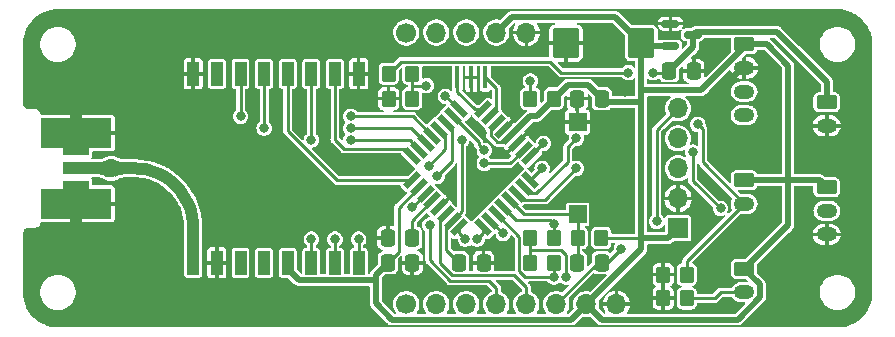
<source format=gbr>
%TF.GenerationSoftware,KiCad,Pcbnew,7.0.1*%
%TF.CreationDate,2023-03-20T19:36:53+01:00*%
%TF.ProjectId,LoRaProMini,4c6f5261-5072-46f4-9d69-6e692e6b6963,3.2*%
%TF.SameCoordinates,Original*%
%TF.FileFunction,Copper,L1,Top*%
%TF.FilePolarity,Positive*%
%FSLAX46Y46*%
G04 Gerber Fmt 4.6, Leading zero omitted, Abs format (unit mm)*
G04 Created by KiCad (PCBNEW 7.0.1) date 2023-03-20 19:36:53*
%MOMM*%
%LPD*%
G01*
G04 APERTURE LIST*
G04 Aperture macros list*
%AMRoundRect*
0 Rectangle with rounded corners*
0 $1 Rounding radius*
0 $2 $3 $4 $5 $6 $7 $8 $9 X,Y pos of 4 corners*
0 Add a 4 corners polygon primitive as box body*
4,1,4,$2,$3,$4,$5,$6,$7,$8,$9,$2,$3,0*
0 Add four circle primitives for the rounded corners*
1,1,$1+$1,$2,$3*
1,1,$1+$1,$4,$5*
1,1,$1+$1,$6,$7*
1,1,$1+$1,$8,$9*
0 Add four rect primitives between the rounded corners*
20,1,$1+$1,$2,$3,$4,$5,0*
20,1,$1+$1,$4,$5,$6,$7,0*
20,1,$1+$1,$6,$7,$8,$9,0*
20,1,$1+$1,$8,$9,$2,$3,0*%
%AMRotRect*
0 Rectangle, with rotation*
0 The origin of the aperture is its center*
0 $1 length*
0 $2 width*
0 $3 Rotation angle, in degrees counterclockwise*
0 Add horizontal line*
21,1,$1,$2,0,0,$3*%
G04 Aperture macros list end*
%TA.AperFunction,SMDPad,CuDef*%
%ADD10RoundRect,0.250000X-0.337500X-0.475000X0.337500X-0.475000X0.337500X0.475000X-0.337500X0.475000X0*%
%TD*%
%TA.AperFunction,SMDPad,CuDef*%
%ADD11RoundRect,0.150000X-0.587500X-0.150000X0.587500X-0.150000X0.587500X0.150000X-0.587500X0.150000X0*%
%TD*%
%TA.AperFunction,SMDPad,CuDef*%
%ADD12R,3.600000X1.000000*%
%TD*%
%TA.AperFunction,ComponentPad*%
%ADD13C,1.600000*%
%TD*%
%TA.AperFunction,SMDPad,CuDef*%
%ADD14R,6.000000X2.500000*%
%TD*%
%TA.AperFunction,SMDPad,CuDef*%
%ADD15R,2.200000X1.050000*%
%TD*%
%TA.AperFunction,SMDPad,CuDef*%
%ADD16RoundRect,0.250000X0.337500X0.475000X-0.337500X0.475000X-0.337500X-0.475000X0.337500X-0.475000X0*%
%TD*%
%TA.AperFunction,SMDPad,CuDef*%
%ADD17RoundRect,0.250000X0.350000X0.450000X-0.350000X0.450000X-0.350000X-0.450000X0.350000X-0.450000X0*%
%TD*%
%TA.AperFunction,SMDPad,CuDef*%
%ADD18RoundRect,0.250000X-0.350000X-0.450000X0.350000X-0.450000X0.350000X0.450000X-0.350000X0.450000X0*%
%TD*%
%TA.AperFunction,ComponentPad*%
%ADD19RoundRect,0.250000X-0.625000X0.350000X-0.625000X-0.350000X0.625000X-0.350000X0.625000X0.350000X0*%
%TD*%
%TA.AperFunction,ComponentPad*%
%ADD20O,1.750000X1.200000*%
%TD*%
%TA.AperFunction,ComponentPad*%
%ADD21R,1.700000X1.700000*%
%TD*%
%TA.AperFunction,ComponentPad*%
%ADD22O,1.700000X1.700000*%
%TD*%
%TA.AperFunction,SMDPad,CuDef*%
%ADD23R,1.500000X1.500000*%
%TD*%
%TA.AperFunction,SMDPad,CuDef*%
%ADD24RotRect,1.600000X0.550000X225.000000*%
%TD*%
%TA.AperFunction,SMDPad,CuDef*%
%ADD25RotRect,1.600000X0.550000X315.000000*%
%TD*%
%TA.AperFunction,SMDPad,CuDef*%
%ADD26R,0.400000X1.900000*%
%TD*%
%TA.AperFunction,SMDPad,CuDef*%
%ADD27R,1.000000X2.000000*%
%TD*%
%TA.AperFunction,SMDPad,CuDef*%
%ADD28RoundRect,0.250000X0.875000X1.025000X-0.875000X1.025000X-0.875000X-1.025000X0.875000X-1.025000X0*%
%TD*%
%TA.AperFunction,ComponentPad*%
%ADD29C,1.700000*%
%TD*%
%TA.AperFunction,ViaPad*%
%ADD30C,0.800000*%
%TD*%
%TA.AperFunction,Conductor*%
%ADD31C,1.000000*%
%TD*%
%TA.AperFunction,Conductor*%
%ADD32C,0.500000*%
%TD*%
%TA.AperFunction,Conductor*%
%ADD33C,0.250000*%
%TD*%
G04 APERTURE END LIST*
D10*
%TO.P,C1,1*%
%TO.N,+3.3V*%
X129865000Y-98690000D03*
%TO.P,C1,2*%
%TO.N,GND*%
X131940000Y-98690000D03*
%TD*%
%TO.P,C2,1*%
%TO.N,+BATT*%
X153702500Y-82440000D03*
%TO.P,C2,2*%
%TO.N,GND*%
X155777500Y-82440000D03*
%TD*%
D11*
%TO.P,U1,1,GND*%
%TO.N,GND*%
X153802500Y-78440000D03*
%TO.P,U1,2,VO*%
%TO.N,+3.3V*%
X153802500Y-80340000D03*
%TO.P,U1,3,VI*%
%TO.N,+BATT*%
X155677500Y-79390000D03*
%TD*%
D12*
%TO.P,AE1,1,A*%
%TO.N,Net-(AE1-A)*%
X104149000Y-90690000D03*
D13*
X106449000Y-90690000D03*
D14*
%TO.P,AE1,2,Shield*%
%TO.N,GND*%
X103440000Y-93692000D03*
D15*
X103440000Y-92292000D03*
X103440000Y-89092000D03*
D14*
X103440000Y-87692000D03*
%TD*%
D16*
%TO.P,C4,1*%
%TO.N,GND*%
X137977500Y-98690000D03*
%TO.P,C4,2*%
%TO.N,MCU_A0_BAT*%
X135902500Y-98690000D03*
%TD*%
D17*
%TO.P,R1,1*%
%TO.N,MCU_A0_BAT*%
X131940000Y-82690000D03*
%TO.P,R1,2*%
%TO.N,+BATT*%
X129940000Y-82690000D03*
%TD*%
D18*
%TO.P,R2,1*%
%TO.N,GND*%
X129940000Y-84790000D03*
%TO.P,R2,2*%
%TO.N,MCU_A0_BAT*%
X131940000Y-84790000D03*
%TD*%
D17*
%TO.P,R3,1*%
%TO.N,MCU_SCL*%
X143940000Y-96590000D03*
%TO.P,R3,2*%
%TO.N,+3.3V*%
X141940000Y-96590000D03*
%TD*%
D18*
%TO.P,R4,1*%
%TO.N,+3.3V*%
X141940000Y-98690000D03*
%TO.P,R4,2*%
%TO.N,MCU_SDA*%
X143940000Y-98690000D03*
%TD*%
D19*
%TO.P,J2,1,Pin_1*%
%TO.N,+3.3V*%
X167040000Y-92290000D03*
D20*
%TO.P,J2,2,Pin_2*%
%TO.N,1-WIRE*%
X167040000Y-94290000D03*
%TO.P,J2,3,Pin_3*%
%TO.N,GND*%
X167040000Y-96290000D03*
%TD*%
D19*
%TO.P,J1,1,Pin_1*%
%TO.N,+BATT*%
X167040000Y-85090000D03*
D20*
%TO.P,J1,2,Pin_2*%
%TO.N,GND*%
X167040000Y-87090000D03*
%TD*%
D21*
%TO.P,J4,1,Pin_1*%
%TO.N,+3.3V*%
X154440000Y-95770000D03*
D22*
%TO.P,J4,2,Pin_2*%
%TO.N,GND*%
X154440000Y-93230000D03*
%TO.P,J4,3,Pin_3*%
%TO.N,MCU_RXD*%
X154440000Y-90690000D03*
%TO.P,J4,4,Pin_4*%
%TO.N,MCU_TXD*%
X154440000Y-88150000D03*
%TO.P,J4,5,Pin_5*%
%TO.N,MCU_RST*%
X154440000Y-85610000D03*
%TD*%
D16*
%TO.P,C3,1*%
%TO.N,+3.3V*%
X147977500Y-84790000D03*
%TO.P,C3,2*%
%TO.N,GND*%
X145902500Y-84790000D03*
%TD*%
%TO.P,C6,1*%
%TO.N,/AREF*%
X131940000Y-96590000D03*
%TO.P,C6,2*%
%TO.N,GND*%
X129865000Y-96590000D03*
%TD*%
%TO.P,C7,1*%
%TO.N,MCU_RST*%
X147977500Y-98690000D03*
%TO.P,C7,2*%
%TO.N,/RESET*%
X145902500Y-98690000D03*
%TD*%
D18*
%TO.P,R6,1*%
%TO.N,/RESET*%
X145940000Y-96590000D03*
%TO.P,R6,2*%
%TO.N,+3.3V*%
X147940000Y-96590000D03*
%TD*%
D23*
%TO.P,SW1,1,1*%
%TO.N,/RESET*%
X145940000Y-94590000D03*
%TO.P,SW1,2,2*%
%TO.N,GND*%
X145940000Y-86790000D03*
%TD*%
D24*
%TO.P,U4,1,PD3*%
%TO.N,MCU_D3*%
X141925103Y-89664695D03*
%TO.P,U4,2,PD4*%
%TO.N,MCU_D4*%
X141359417Y-89099010D03*
%TO.P,U4,3,GND*%
%TO.N,GND*%
X140793732Y-88533324D03*
%TO.P,U4,4,VCC*%
%TO.N,+3.3V*%
X140228047Y-87967639D03*
%TO.P,U4,5,GND*%
%TO.N,GND*%
X139662361Y-87401953D03*
%TO.P,U4,6,VCC*%
%TO.N,+3.3V*%
X139096676Y-86836268D03*
%TO.P,U4,7,XTAL1/PB6*%
%TO.N,XTAL1*%
X138530990Y-86270583D03*
%TO.P,U4,8,XTAL2/PB7*%
%TO.N,XTAL2*%
X137965305Y-85704897D03*
D25*
%TO.P,U4,9,PD5*%
%TO.N,MCU_D5*%
X135914695Y-85704897D03*
%TO.P,U4,10,PD6*%
%TO.N,1-WIRE*%
X135349010Y-86270583D03*
%TO.P,U4,11,PD7*%
%TO.N,LORA_DIO1*%
X134783324Y-86836268D03*
%TO.P,U4,12,PB0*%
%TO.N,LORA_DIO0*%
X134217639Y-87401953D03*
%TO.P,U4,13,PB1*%
%TO.N,LORA_RST*%
X133651953Y-87967639D03*
%TO.P,U4,14,PB2*%
%TO.N,SPI_CS_LORA*%
X133086268Y-88533324D03*
%TO.P,U4,15,PB3*%
%TO.N,SPI_MOSI*%
X132520583Y-89099010D03*
%TO.P,U4,16,PB4*%
%TO.N,SPI_MISO*%
X131954897Y-89664695D03*
D24*
%TO.P,U4,17,PB5*%
%TO.N,SPI_SCK*%
X131954897Y-91715305D03*
%TO.P,U4,18,AVCC*%
%TO.N,+3.3V*%
X132520583Y-92280990D03*
%TO.P,U4,19,ADC6*%
%TO.N,MCU_A6*%
X133086268Y-92846676D03*
%TO.P,U4,20,AREF*%
%TO.N,/AREF*%
X133651953Y-93412361D03*
%TO.P,U4,21,GND*%
%TO.N,GND*%
X134217639Y-93978047D03*
%TO.P,U4,22,ADC7*%
%TO.N,MCU_A7*%
X134783324Y-94543732D03*
%TO.P,U4,23,PC0*%
%TO.N,MCU_A0_BAT*%
X135349010Y-95109417D03*
%TO.P,U4,24,PC1*%
%TO.N,MCU_A1*%
X135914695Y-95675103D03*
D25*
%TO.P,U4,25,PC2*%
%TO.N,MCU_A2*%
X137965305Y-95675103D03*
%TO.P,U4,26,PC3*%
%TO.N,MCU_A3*%
X138530990Y-95109417D03*
%TO.P,U4,27,PC4*%
%TO.N,MCU_SDA*%
X139096676Y-94543732D03*
%TO.P,U4,28,PC5*%
%TO.N,MCU_SCL*%
X139662361Y-93978047D03*
%TO.P,U4,29,~{RESET}/PC6*%
%TO.N,/RESET*%
X140228047Y-93412361D03*
%TO.P,U4,30,PD0*%
%TO.N,MCU_RXD*%
X140793732Y-92846676D03*
%TO.P,U4,31,PD1*%
%TO.N,MCU_TXD*%
X141359417Y-92280990D03*
%TO.P,U4,32,PD2*%
%TO.N,MCU_D2_LORA_DIO2*%
X141925103Y-91715305D03*
%TD*%
D26*
%TO.P,Y1,1,1*%
%TO.N,XTAL1*%
X138140000Y-82990000D03*
%TO.P,Y1,2,2*%
%TO.N,GND*%
X136940000Y-82990000D03*
%TO.P,Y1,3,3*%
%TO.N,XTAL2*%
X135740000Y-82990000D03*
%TD*%
D19*
%TO.P,J7,1,Pin_1*%
%TO.N,+3.3V*%
X160040000Y-99190000D03*
D20*
%TO.P,J7,2,Pin_2*%
%TO.N,MCU_D2_LORA_DIO2*%
X160040000Y-101190000D03*
%TD*%
D27*
%TO.P,U2,1,GND*%
%TO.N,GND*%
X127399000Y-82690000D03*
%TO.P,U2,2,MISO*%
%TO.N,SPI_MISO*%
X125399000Y-82690000D03*
%TO.P,U2,3,MOSI*%
%TO.N,SPI_MOSI*%
X123399000Y-82690000D03*
%TO.P,U2,4,SCK*%
%TO.N,SPI_SCK*%
X121399000Y-82690000D03*
%TO.P,U2,5,NSS*%
%TO.N,SPI_CS_LORA*%
X119399000Y-82690000D03*
%TO.P,U2,6,RESET*%
%TO.N,LORA_RST*%
X117399000Y-82690000D03*
%TO.P,U2,7,DIO5*%
%TO.N,unconnected-(U2-DIO5-Pad7)*%
X115399000Y-82690000D03*
%TO.P,U2,8,GND*%
%TO.N,GND*%
X113399000Y-82690000D03*
%TO.P,U2,9,ANT*%
%TO.N,Net-(AE1-A)*%
X113399000Y-98690000D03*
%TO.P,U2,10,GND*%
%TO.N,GND*%
X115399000Y-98690000D03*
%TO.P,U2,11,DIO3*%
%TO.N,unconnected-(U2-DIO3-Pad11)*%
X117399000Y-98690000D03*
%TO.P,U2,12,DIO4*%
%TO.N,unconnected-(U2-DIO4-Pad12)*%
X119399000Y-98690000D03*
%TO.P,U2,13,3.3V*%
%TO.N,+3.3V*%
X121399000Y-98690000D03*
%TO.P,U2,14,DIO0*%
%TO.N,LORA_DIO0*%
X123399000Y-98690000D03*
%TO.P,U2,15,DIO1*%
%TO.N,LORA_DIO1*%
X125399000Y-98690000D03*
%TO.P,U2,16,DIO2*%
%TO.N,Net-(JP1-A)*%
X127399000Y-98690000D03*
%TD*%
D17*
%TO.P,R8,1*%
%TO.N,MCU_D3*%
X155190000Y-99690000D03*
%TO.P,R8,2*%
%TO.N,GND*%
X153190000Y-99690000D03*
%TD*%
D28*
%TO.P,C5,1*%
%TO.N,+3.3V*%
X151340000Y-80090000D03*
%TO.P,C5,2*%
%TO.N,GND*%
X144940000Y-80090000D03*
%TD*%
D19*
%TO.P,J8,1,Pin_1*%
%TO.N,+3.3V*%
X160040000Y-91690000D03*
D20*
%TO.P,J8,2,Pin_2*%
%TO.N,MCU_D3*%
X160040000Y-93690000D03*
%TD*%
D18*
%TO.P,R5,1*%
%TO.N,1-WIRE*%
X141940000Y-84790000D03*
%TO.P,R5,2*%
%TO.N,+3.3V*%
X143940000Y-84790000D03*
%TD*%
D29*
%TO.P,J5,1,Pin_1*%
%TO.N,MCU_D3*%
X131440000Y-79190000D03*
D22*
%TO.P,J5,2,Pin_2*%
%TO.N,MCU_D4*%
X133980000Y-79190000D03*
%TO.P,J5,3,Pin_3*%
%TO.N,MCU_D5*%
X136520000Y-79190000D03*
%TO.P,J5,4,Pin_4*%
%TO.N,+3.3V*%
X139060000Y-79190000D03*
%TO.P,J5,5,Pin_5*%
%TO.N,GND*%
X141600000Y-79190000D03*
%TD*%
D29*
%TO.P,J6,1,Pin_1*%
%TO.N,MCU_A1*%
X131440000Y-102190000D03*
D22*
%TO.P,J6,2,Pin_2*%
%TO.N,MCU_A2*%
X133980000Y-102190000D03*
%TO.P,J6,3,Pin_3*%
%TO.N,MCU_A3*%
X136520000Y-102190000D03*
%TO.P,J6,4,Pin_4*%
%TO.N,MCU_A6*%
X139060000Y-102190000D03*
%TO.P,J6,5,Pin_5*%
%TO.N,MCU_A7*%
X141600000Y-102190000D03*
%TO.P,J6,6,Pin_6*%
%TO.N,MCU_RST*%
X144140000Y-102190000D03*
%TO.P,J6,7,Pin_7*%
%TO.N,+3.3V*%
X146680000Y-102190000D03*
%TO.P,J6,8,Pin_8*%
%TO.N,GND*%
X149220000Y-102190000D03*
%TD*%
D17*
%TO.P,R7,1*%
%TO.N,MCU_D2_LORA_DIO2*%
X155190000Y-101690000D03*
%TO.P,R7,2*%
%TO.N,GND*%
X153190000Y-101690000D03*
%TD*%
D19*
%TO.P,J3,1,Pin_1*%
%TO.N,+3.3V*%
X160040000Y-80190000D03*
D20*
%TO.P,J3,2,Pin_2*%
%TO.N,GND*%
X160040000Y-82190000D03*
%TO.P,J3,3,Pin_3*%
%TO.N,MCU_SCL*%
X160040000Y-84190000D03*
%TO.P,J3,4,Pin_4*%
%TO.N,MCU_SDA*%
X160040000Y-86190000D03*
%TD*%
D30*
%TO.N,GND*%
X157340000Y-81390000D03*
X147240000Y-100370000D03*
X113399000Y-84690000D03*
X113440000Y-92070000D03*
X160040000Y-96490000D03*
X133240000Y-82470000D03*
X152640000Y-85290000D03*
X149940000Y-85990000D03*
X112040000Y-90670000D03*
X140140000Y-82590000D03*
X111540000Y-93570000D03*
X137740000Y-100990000D03*
X112140000Y-97070000D03*
X137740000Y-92470000D03*
X112140000Y-97970000D03*
X156440000Y-85590000D03*
X114640000Y-95670000D03*
X110140000Y-92370000D03*
X160040000Y-88970000D03*
X137840000Y-87670000D03*
X158190000Y-92940000D03*
X112840000Y-91370000D03*
X129940000Y-80690000D03*
X108340000Y-91970000D03*
X112840000Y-100470000D03*
X112140000Y-96170000D03*
X107440000Y-91970000D03*
X110940000Y-92870000D03*
X107440000Y-89470000D03*
X142840000Y-100970000D03*
X140340000Y-100970000D03*
X112140000Y-98870000D03*
X149940000Y-84190000D03*
X109340000Y-89570000D03*
X114340000Y-93770000D03*
X113940000Y-92870000D03*
X132740000Y-80770000D03*
X109240000Y-92070000D03*
X148240000Y-80070000D03*
X114540000Y-94770000D03*
X108440000Y-89470000D03*
X103440000Y-85470000D03*
X140140000Y-97690000D03*
X103440000Y-95870000D03*
X110340000Y-89770000D03*
X113740000Y-100470000D03*
X111240000Y-90170000D03*
X112140000Y-99770000D03*
X127340000Y-84690000D03*
X156640000Y-102590000D03*
X112140000Y-95270000D03*
X111940000Y-94370000D03*
X137440000Y-84690000D03*
X114640000Y-96670000D03*
X135240000Y-93070000D03*
%TO.N,+3.3V*%
X144940000Y-99890000D03*
%TO.N,+BATT*%
X150240000Y-82590000D03*
X152340000Y-82590000D03*
%TO.N,1-WIRE*%
X138040000Y-89170000D03*
X141940000Y-83290000D03*
%TO.N,MCU_SDA*%
X143940000Y-99890000D03*
%TO.N,MCU_SCL*%
X143940000Y-95390000D03*
%TO.N,LORA_DIO1*%
X134040000Y-91370000D03*
X125399000Y-96690000D03*
%TO.N,LORA_DIO0*%
X133340000Y-90490000D03*
X123399000Y-96690000D03*
%TO.N,LORA_RST*%
X117399000Y-86290000D03*
X126740000Y-86290000D03*
%TO.N,SPI_CS_LORA*%
X119399000Y-87290000D03*
X126740000Y-87290000D03*
%TO.N,SPI_MOSI*%
X123399000Y-88290000D03*
X126740000Y-88290000D03*
%TO.N,Net-(JP1-A)*%
X127399000Y-96690000D03*
%TO.N,MCU_D5*%
X134740000Y-84590000D03*
%TO.N,MCU_D4*%
X138040000Y-90270000D03*
%TO.N,MCU_D3*%
X143040000Y-88570000D03*
X156124999Y-86974999D03*
%TO.N,MCU_A6*%
X133440000Y-95490000D03*
X131940000Y-93990000D03*
%TO.N,MCU_A3*%
X139640000Y-96190000D03*
%TO.N,MCU_A2*%
X137440000Y-96690000D03*
%TO.N,MCU_A1*%
X136440000Y-96690000D03*
%TO.N,MCU_A0_BAT*%
X133140000Y-83690000D03*
X136140000Y-88270000D03*
%TO.N,MCU_RST*%
X149640000Y-97490000D03*
X152640000Y-95190000D03*
%TO.N,MCU_TXD*%
X145840000Y-88150000D03*
%TO.N,MCU_RXD*%
X145840000Y-90690000D03*
%TO.N,MCU_D2_LORA_DIO2*%
X142940000Y-90690000D03*
X155675001Y-89325001D03*
X158040000Y-94090000D03*
%TD*%
D31*
%TO.N,Net-(AE1-A)*%
X113399000Y-95690000D02*
X113399000Y-98690000D01*
X113374923Y-95199914D02*
X113399000Y-95690000D01*
X108889085Y-90714076D02*
X109374451Y-90786073D01*
X112556348Y-92912148D02*
X112808606Y-93333016D01*
X113183701Y-94238576D02*
X113302926Y-94714548D01*
X112808606Y-93333016D02*
X113018397Y-93776582D01*
X108399000Y-90690000D02*
X106449000Y-90690000D01*
X109374451Y-90786073D02*
X109850423Y-90905298D01*
X112264052Y-92518033D02*
X112556348Y-92912148D01*
X108399000Y-90690000D02*
X108889085Y-90714076D01*
X109850423Y-90905298D02*
X110312417Y-91070602D01*
X110755983Y-91280393D02*
X111176851Y-91532651D01*
X111934533Y-92154466D02*
X112264052Y-92518033D01*
X113018397Y-93776582D02*
X113183701Y-94238576D01*
X113302926Y-94714548D02*
X113374923Y-95199914D01*
X110312417Y-91070602D02*
X110755983Y-91280393D01*
X111570966Y-91824947D02*
X111934533Y-92154466D01*
X111176851Y-91532651D02*
X111570966Y-91824947D01*
%TO.N,GND*%
X103440000Y-87692000D02*
X103440000Y-85470000D01*
X103440000Y-93692000D02*
X103440000Y-95870000D01*
D32*
X159840000Y-82190000D02*
X156440000Y-85590000D01*
X160040000Y-82190000D02*
X159820000Y-82190000D01*
X160040000Y-82190000D02*
X159840000Y-82190000D01*
D33*
X135240000Y-93070000D02*
X135125686Y-93070000D01*
D32*
%TO.N,+3.3V*%
X146760000Y-102110000D02*
X151340000Y-97530000D01*
X146680000Y-102190000D02*
X145379999Y-103490001D01*
D33*
X130777510Y-97777490D02*
X130777510Y-94024063D01*
D32*
X139060000Y-79190000D02*
X140360001Y-77889999D01*
X159890000Y-80340000D02*
X160040000Y-80190000D01*
D33*
X144940000Y-99890000D02*
X144940000Y-98026830D01*
D32*
X151340000Y-96590000D02*
X153620000Y-96590000D01*
X141940000Y-86270000D02*
X142460000Y-86270000D01*
X145379999Y-103490001D02*
X151340000Y-97530000D01*
D33*
X144528180Y-97615010D02*
X141965010Y-97615010D01*
D32*
X147980001Y-103490001D02*
X159499937Y-103490001D01*
X149139999Y-77889999D02*
X151590000Y-80340000D01*
X130240001Y-103490001D02*
X128840000Y-102090000D01*
X122349001Y-100140001D02*
X128689999Y-100140001D01*
D33*
X139156505Y-88487103D02*
X138577211Y-87907809D01*
D32*
X146680000Y-102190000D02*
X147980001Y-103490001D01*
D33*
X144940000Y-98026830D02*
X144528180Y-97615010D01*
D32*
X128840000Y-102090000D02*
X128840000Y-99990000D01*
X121399000Y-99190000D02*
X122349001Y-100140001D01*
X151340000Y-96590000D02*
X151340000Y-80090000D01*
X161960000Y-80190000D02*
X163760000Y-81990000D01*
X151340000Y-84090000D02*
X156380062Y-84090000D01*
D33*
X139708583Y-88487103D02*
X139156505Y-88487103D01*
X141940000Y-97590000D02*
X141965010Y-97615010D01*
D32*
X163760000Y-91690000D02*
X163760000Y-95470000D01*
D33*
X141940000Y-98690000D02*
X141940000Y-97590000D01*
D32*
X160040000Y-80190000D02*
X161960000Y-80190000D01*
X159499937Y-103490001D02*
X161365010Y-101624928D01*
X128840000Y-99715000D02*
X129865000Y-98690000D01*
X161365010Y-101624928D02*
X161365010Y-100515010D01*
X121399000Y-98690000D02*
X121399000Y-99190000D01*
X128840000Y-102090000D02*
X128840000Y-99715000D01*
D33*
X141940000Y-98690000D02*
X141940000Y-96590000D01*
D32*
X160040000Y-91690000D02*
X166440000Y-91690000D01*
X140242361Y-87967639D02*
X141940000Y-86270000D01*
X160040000Y-80430062D02*
X160040000Y-80190000D01*
X146802490Y-83614990D02*
X148227501Y-85040001D01*
X166440000Y-91690000D02*
X167040000Y-92290000D01*
X151340000Y-97530000D02*
X151340000Y-96590000D01*
X142460000Y-86270000D02*
X145115010Y-83614990D01*
X161365010Y-100515010D02*
X160040000Y-99190000D01*
X156380062Y-84090000D02*
X160040000Y-80430062D01*
X153740000Y-80340000D02*
X151590000Y-80340000D01*
D33*
X138577211Y-87907809D02*
X138577211Y-87355733D01*
D32*
X145379999Y-103490001D02*
X130240001Y-103490001D01*
X163760000Y-95470000D02*
X160040000Y-99190000D01*
X151340000Y-95890000D02*
X151340000Y-85190000D01*
X151190001Y-85040001D02*
X151340000Y-85190000D01*
X140228047Y-87967639D02*
X140242361Y-87967639D01*
X151340000Y-96590000D02*
X151340000Y-95890000D01*
D33*
X129865000Y-98690000D02*
X130777510Y-97777490D01*
X130777510Y-94024063D02*
X132520583Y-92280990D01*
D32*
X147977500Y-84790000D02*
X148227501Y-85040001D01*
X148227501Y-85040001D02*
X151190001Y-85040001D01*
X128689999Y-100140001D02*
X128840000Y-99990000D01*
D33*
X147940000Y-96590000D02*
X151340000Y-96590000D01*
D32*
X163760000Y-81990000D02*
X163760000Y-95470000D01*
D33*
X138577211Y-87355733D02*
X139096676Y-86836268D01*
D32*
X149139999Y-77889999D02*
X151340000Y-80090000D01*
X146802490Y-83614990D02*
X145115010Y-83614990D01*
X163760000Y-91690000D02*
X166440000Y-91690000D01*
X151340000Y-84090000D02*
X151340000Y-80090000D01*
X153620000Y-96590000D02*
X154440000Y-95770000D01*
X142460000Y-86270000D02*
X143940000Y-84790000D01*
X140360001Y-77889999D02*
X149139999Y-77889999D01*
D33*
%TO.N,+BATT*%
X130965010Y-81664990D02*
X143614990Y-81664990D01*
D32*
X155740000Y-80402500D02*
X155740000Y-79390000D01*
D33*
X152340000Y-82590000D02*
X153552500Y-82590000D01*
D32*
X167040000Y-83390000D02*
X162789990Y-79139990D01*
D33*
X129940000Y-82690000D02*
X130965010Y-81664990D01*
D32*
X155990010Y-79139990D02*
X155740000Y-79390000D01*
X162789990Y-79139990D02*
X155990010Y-79139990D01*
X167040000Y-85090000D02*
X167040000Y-83390000D01*
D33*
X144540000Y-82590000D02*
X150240000Y-82590000D01*
X153552500Y-82590000D02*
X153702500Y-82440000D01*
X143614990Y-81664990D02*
X144540000Y-82590000D01*
D32*
X153702500Y-82440000D02*
X155740000Y-80402500D01*
D33*
%TO.N,1-WIRE*%
X138040000Y-89170000D02*
X137564990Y-88694990D01*
X137564990Y-88486563D02*
X135349010Y-86270583D01*
X137564990Y-88694990D02*
X137564990Y-88486563D01*
X141940000Y-84790000D02*
X141940000Y-83290000D01*
%TO.N,MCU_SDA*%
X141014990Y-96462046D02*
X141014990Y-99378180D01*
X139096676Y-94543732D02*
X141014990Y-96462046D01*
X143940000Y-99890000D02*
X143940000Y-98690000D01*
X141526810Y-99890000D02*
X143940000Y-99890000D01*
X141014990Y-99378180D02*
X141526810Y-99890000D01*
%TO.N,MCU_SCL*%
X143590010Y-95040010D02*
X143940000Y-95390000D01*
X140724324Y-95040010D02*
X143590010Y-95040010D01*
X143940000Y-96590000D02*
X143940000Y-95390000D01*
X139662361Y-93978047D02*
X140724324Y-95040010D01*
%TO.N,LORA_DIO1*%
X134040000Y-91370000D02*
X135302789Y-90107211D01*
X125399000Y-96690000D02*
X125399000Y-98690000D01*
X135302789Y-87355733D02*
X134783324Y-86836268D01*
X135302789Y-90107211D02*
X135302789Y-87355733D01*
%TO.N,LORA_DIO0*%
X123399000Y-98690000D02*
X123399000Y-96690000D01*
X134217639Y-87401953D02*
X134737103Y-87921417D01*
X134737103Y-89092897D02*
X133340000Y-90490000D01*
X134737103Y-87921417D02*
X134737103Y-89092897D01*
%TO.N,LORA_RST*%
X117399000Y-86290000D02*
X117399000Y-82690000D01*
X131974314Y-86290000D02*
X133651953Y-87967639D01*
X126740000Y-86290000D02*
X131974314Y-86290000D01*
%TO.N,SPI_CS_LORA*%
X131842944Y-87290000D02*
X133086268Y-88533324D01*
X119399000Y-87290000D02*
X119399000Y-82690000D01*
X126740000Y-87290000D02*
X131842944Y-87290000D01*
%TO.N,SPI_SCK*%
X121399000Y-87549000D02*
X125565305Y-91715305D01*
X125565305Y-91715305D02*
X131954897Y-91715305D01*
X121399000Y-82690000D02*
X121399000Y-87549000D01*
%TO.N,SPI_MOSI*%
X131711573Y-88290000D02*
X132520583Y-89099010D01*
X123399000Y-88290000D02*
X123399000Y-82690000D01*
X126740000Y-88290000D02*
X131711573Y-88290000D01*
%TO.N,SPI_MISO*%
X125399000Y-82690000D02*
X125399000Y-88249000D01*
X125399000Y-88249000D02*
X126165001Y-89015001D01*
X126165001Y-89015001D02*
X131305203Y-89015001D01*
X131305203Y-89015001D02*
X131954897Y-89664695D01*
%TO.N,Net-(JP1-A)*%
X127399000Y-96690000D02*
X127399000Y-98690000D01*
%TO.N,/RESET*%
X145940000Y-98652500D02*
X145902500Y-98690000D01*
X145940000Y-94590000D02*
X141405686Y-94590000D01*
X145940000Y-96590000D02*
X145940000Y-98652500D01*
X141405686Y-94590000D02*
X140228047Y-93412361D01*
X145940000Y-94590000D02*
X145940000Y-96590000D01*
%TO.N,XTAL2*%
X135740000Y-82990000D02*
X135740000Y-84190000D01*
X135740000Y-84190000D02*
X137254897Y-85704897D01*
X137254897Y-85704897D02*
X137965305Y-85704897D01*
%TO.N,XTAL1*%
X139050455Y-85751118D02*
X138530990Y-86270583D01*
X138140000Y-82990000D02*
X139050455Y-83900455D01*
X139050455Y-83900455D02*
X139050455Y-85751118D01*
%TO.N,/AREF*%
X131940000Y-96590000D02*
X131940000Y-95124314D01*
X131940000Y-95124314D02*
X133651953Y-93412361D01*
%TO.N,MCU_D5*%
X135854897Y-85704897D02*
X134740000Y-84590000D01*
X135914695Y-85704897D02*
X135854897Y-85704897D01*
%TO.N,MCU_D4*%
X138040000Y-90270000D02*
X140188427Y-90270000D01*
X140188427Y-90270000D02*
X141359417Y-89099010D01*
%TO.N,MCU_D3*%
X155190000Y-98540000D02*
X160040000Y-93690000D01*
X156524998Y-87374998D02*
X156524998Y-90174998D01*
X143040000Y-88570000D02*
X143019798Y-88570000D01*
X156524998Y-90174998D02*
X160040000Y-93690000D01*
X143019798Y-88570000D02*
X141925103Y-89664695D01*
X155190000Y-99690000D02*
X155190000Y-98540000D01*
X156124999Y-86974999D02*
X156524998Y-87374998D01*
%TO.N,MCU_A7*%
X134263860Y-98677050D02*
X134263860Y-95063196D01*
X141600000Y-102190000D02*
X141600000Y-100750000D01*
X135326820Y-99740010D02*
X134263860Y-98677050D01*
X140590010Y-99740010D02*
X135326820Y-99740010D01*
X134263860Y-95063196D02*
X134783324Y-94543732D01*
X141600000Y-100750000D02*
X140590010Y-99740010D01*
%TO.N,MCU_A6*%
X135140420Y-100190020D02*
X138440020Y-100190020D01*
X131940000Y-93990000D02*
X131942944Y-93990000D01*
X133440000Y-98489600D02*
X135140420Y-100190020D01*
X139060000Y-100810000D02*
X139060000Y-102190000D01*
X138440020Y-100190020D02*
X139060000Y-100810000D01*
X133440000Y-95490000D02*
X133440000Y-98489600D01*
X131942944Y-93990000D02*
X133086268Y-92846676D01*
%TO.N,MCU_A3*%
X139640000Y-96190000D02*
X139611573Y-96190000D01*
X139611573Y-96190000D02*
X138530990Y-95109417D01*
%TO.N,MCU_A2*%
X137965305Y-95675103D02*
X137965305Y-96164695D01*
X137965305Y-96164695D02*
X137440000Y-96690000D01*
%TO.N,MCU_A1*%
X135914695Y-95675103D02*
X135914695Y-96164695D01*
X135914695Y-96164695D02*
X136440000Y-96690000D01*
%TO.N,MCU_A0_BAT*%
X131940000Y-84690000D02*
X131940000Y-84790000D01*
X134829545Y-97617045D02*
X135902500Y-98690000D01*
X131940000Y-82690000D02*
X131940000Y-83690000D01*
X136140000Y-88270000D02*
X136140000Y-94318427D01*
X134829545Y-95628882D02*
X134829545Y-97617045D01*
X136140000Y-94318427D02*
X135349010Y-95109417D01*
X135349010Y-95109417D02*
X134829545Y-95628882D01*
X133140000Y-83690000D02*
X131940000Y-83690000D01*
X131940000Y-83690000D02*
X131940000Y-84690000D01*
%TO.N,MCU_RST*%
X152640000Y-95190000D02*
X152640000Y-87410000D01*
X147640000Y-98690000D02*
X147977500Y-98690000D01*
X152640000Y-87410000D02*
X154440000Y-85610000D01*
X147977500Y-98690000D02*
X148440000Y-98690000D01*
X144140000Y-102190000D02*
X147640000Y-98690000D01*
X148440000Y-98690000D02*
X149640000Y-97490000D01*
%TO.N,MCU_TXD*%
X145114999Y-90116415D02*
X142430959Y-92800455D01*
X145840000Y-88150000D02*
X145114999Y-88875001D01*
X145114999Y-88875001D02*
X145114999Y-90116415D01*
X141878882Y-92800455D02*
X141359417Y-92280990D01*
X142430959Y-92800455D02*
X141878882Y-92800455D01*
%TO.N,MCU_RXD*%
X143163860Y-93366140D02*
X141313196Y-93366140D01*
X145840000Y-90690000D02*
X143163860Y-93366140D01*
X141313196Y-93366140D02*
X140793732Y-92846676D01*
%TO.N,MCU_D2_LORA_DIO2*%
X157540000Y-101690000D02*
X155190000Y-101690000D01*
X158040000Y-101190000D02*
X157540000Y-101690000D01*
X155675001Y-91725001D02*
X158040000Y-94090000D01*
X155675001Y-89325001D02*
X155675001Y-91725001D01*
X142940000Y-90700408D02*
X141925103Y-91715305D01*
X160040000Y-101190000D02*
X158040000Y-101190000D01*
%TD*%
%TA.AperFunction,Conductor*%
%TO.N,Net-(AE1-A)*%
G36*
X106061307Y-89998829D02*
G01*
X106279896Y-90190633D01*
X106849000Y-90690000D01*
X106430688Y-91057052D01*
X106430687Y-91057052D01*
X106061309Y-91381169D01*
X106055016Y-91383988D01*
X106048230Y-91382774D01*
X105937602Y-91325725D01*
X105823467Y-91278766D01*
X105709736Y-91243815D01*
X105609537Y-91222595D01*
X105593257Y-91219148D01*
X105470846Y-91203025D01*
X105459027Y-91202188D01*
X105339336Y-91193716D01*
X105195575Y-91189493D01*
X105142503Y-91189201D01*
X105036370Y-91188620D01*
X105036365Y-91188620D01*
X105036362Y-91188620D01*
X104858569Y-91189366D01*
X104858557Y-91189366D01*
X104836509Y-91189436D01*
X104670735Y-91189962D01*
X104664871Y-91188408D01*
X104660574Y-91184124D01*
X104659000Y-91178263D01*
X104659000Y-90201737D01*
X104660574Y-90195876D01*
X104664871Y-90191592D01*
X104670736Y-90190037D01*
X104858559Y-90190632D01*
X104858568Y-90190636D01*
X104858569Y-90190633D01*
X105036370Y-90191379D01*
X105195571Y-90190506D01*
X105339340Y-90186282D01*
X105470846Y-90176974D01*
X105593257Y-90160851D01*
X105709741Y-90136182D01*
X105823466Y-90101233D01*
X105937602Y-90054274D01*
X106048233Y-89997224D01*
X106055016Y-89996011D01*
X106061307Y-89998829D01*
G37*
%TD.AperFunction*%
%TD*%
%TA.AperFunction,Conductor*%
%TO.N,Net-(AE1-A)*%
G36*
X106804931Y-89973269D02*
G01*
X106887173Y-90010501D01*
X106946578Y-90037395D01*
X107084203Y-90089647D01*
X107215409Y-90128651D01*
X107291510Y-90144887D01*
X107345003Y-90156301D01*
X107345007Y-90156301D01*
X107345014Y-90156303D01*
X107477840Y-90174499D01*
X107618707Y-90185135D01*
X107772435Y-90190107D01*
X107943847Y-90191311D01*
X108137761Y-90190643D01*
X108347266Y-90190034D01*
X108353130Y-90191590D01*
X108357427Y-90195874D01*
X108359000Y-90201734D01*
X108359000Y-91178266D01*
X108357427Y-91184126D01*
X108353130Y-91188410D01*
X108347266Y-91189965D01*
X108137761Y-91189356D01*
X108137760Y-91189355D01*
X107943867Y-91188688D01*
X107943860Y-91188688D01*
X107943847Y-91188688D01*
X107816875Y-91189579D01*
X107772428Y-91189892D01*
X107618709Y-91194863D01*
X107477840Y-91205500D01*
X107345003Y-91223697D01*
X107215416Y-91251346D01*
X107084199Y-91290352D01*
X106946582Y-91342601D01*
X106804931Y-91406730D01*
X106798122Y-91407602D01*
X106791996Y-91404504D01*
X106673292Y-91290352D01*
X106049000Y-90690000D01*
X106791997Y-89975494D01*
X106798122Y-89972397D01*
X106804931Y-89973269D01*
G37*
%TD.AperFunction*%
%TD*%
%TA.AperFunction,Conductor*%
%TO.N,GND*%
G36*
X161769335Y-80712806D02*
G01*
X163237194Y-82180665D01*
X163255500Y-82224859D01*
X163255500Y-91123000D01*
X163237194Y-91167194D01*
X163193000Y-91185500D01*
X161189218Y-91185500D01*
X161153573Y-91174339D01*
X161130659Y-91144842D01*
X161129916Y-91142851D01*
X161112342Y-91095733D01*
X161075604Y-91046656D01*
X161025404Y-90979595D01*
X160909267Y-90892658D01*
X160773342Y-90841959D01*
X160719086Y-90836127D01*
X160713254Y-90835500D01*
X159366745Y-90835500D01*
X159306657Y-90841960D01*
X159170732Y-90892658D01*
X159054595Y-90979595D01*
X158967658Y-91095732D01*
X158916959Y-91231657D01*
X158910500Y-91291746D01*
X158910500Y-91872918D01*
X158892194Y-91917112D01*
X158848000Y-91935418D01*
X158803806Y-91917112D01*
X156922804Y-90036110D01*
X156904498Y-89991916D01*
X156904498Y-87420840D01*
X156905828Y-87408014D01*
X156906939Y-87402714D01*
X156909417Y-87390898D01*
X156904977Y-87355287D01*
X156904498Y-87347557D01*
X156904498Y-87343556D01*
X156902395Y-87330955D01*
X156900823Y-87321538D01*
X156900455Y-87319008D01*
X156898632Y-87304380D01*
X156893750Y-87265215D01*
X156893749Y-87265213D01*
X156893646Y-87264386D01*
X156889297Y-87250809D01*
X156880461Y-87234482D01*
X156863111Y-87202421D01*
X156861947Y-87200162D01*
X156838124Y-87151430D01*
X156838122Y-87151428D01*
X156837756Y-87150679D01*
X156829235Y-87139251D01*
X156801612Y-87113822D01*
X156794459Y-87107237D01*
X156778144Y-87082860D01*
X156774747Y-87053722D01*
X156775746Y-87045500D01*
X156784306Y-86974999D01*
X156782695Y-86961735D01*
X156765148Y-86817216D01*
X156708787Y-86668606D01*
X156704721Y-86662716D01*
X156618497Y-86537798D01*
X156618496Y-86537796D01*
X156499528Y-86432400D01*
X156358793Y-86358535D01*
X156204470Y-86320499D01*
X156045528Y-86320499D01*
X155891204Y-86358535D01*
X155750469Y-86432400D01*
X155631501Y-86537796D01*
X155541210Y-86668606D01*
X155484849Y-86817216D01*
X155465691Y-86974999D01*
X155484849Y-87132781D01*
X155541210Y-87281391D01*
X155631501Y-87412201D01*
X155725527Y-87495500D01*
X155750470Y-87517598D01*
X155793153Y-87540000D01*
X155891204Y-87591462D01*
X156045528Y-87629499D01*
X156082998Y-87629499D01*
X156127192Y-87647805D01*
X156145498Y-87691999D01*
X156145498Y-88729382D01*
X156131411Y-88768910D01*
X156095500Y-88790619D01*
X156053953Y-88784723D01*
X155908795Y-88708537D01*
X155754472Y-88670501D01*
X155595530Y-88670501D01*
X155520453Y-88689005D01*
X155474631Y-88682668D01*
X155445717Y-88646560D01*
X155449548Y-88600464D01*
X155474328Y-88550701D01*
X155530345Y-88353821D01*
X155549232Y-88150000D01*
X155530345Y-87946179D01*
X155474328Y-87749299D01*
X155383088Y-87566065D01*
X155259732Y-87402715D01*
X155108462Y-87264814D01*
X154934427Y-87157056D01*
X154934424Y-87157055D01*
X154934423Y-87157054D01*
X154743558Y-87083112D01*
X154563654Y-87049483D01*
X154542347Y-87045500D01*
X154337653Y-87045500D01*
X154316346Y-87049483D01*
X154136441Y-87083112D01*
X153945576Y-87157054D01*
X153771536Y-87264815D01*
X153620268Y-87402714D01*
X153496913Y-87566063D01*
X153405671Y-87749301D01*
X153349654Y-87946180D01*
X153330767Y-88150000D01*
X153349654Y-88353819D01*
X153405500Y-88550098D01*
X153405672Y-88550701D01*
X153496912Y-88733935D01*
X153620268Y-88897285D01*
X153771538Y-89035186D01*
X153945573Y-89142944D01*
X154136444Y-89216888D01*
X154337653Y-89254500D01*
X154542346Y-89254500D01*
X154542347Y-89254500D01*
X154743556Y-89216888D01*
X154934427Y-89142944D01*
X154935572Y-89142234D01*
X154936865Y-89141999D01*
X154939827Y-89140852D01*
X154940047Y-89141420D01*
X154980539Y-89134049D01*
X155019054Y-89158660D01*
X155030518Y-89202906D01*
X155015693Y-89325000D01*
X155034851Y-89482783D01*
X155091212Y-89631393D01*
X155091213Y-89631395D01*
X155091214Y-89631396D01*
X155105927Y-89652712D01*
X155117584Y-89669599D01*
X155128456Y-89709985D01*
X155111427Y-89748184D01*
X155074121Y-89767092D01*
X155033246Y-89758242D01*
X154934427Y-89697056D01*
X154934424Y-89697055D01*
X154934423Y-89697054D01*
X154743558Y-89623112D01*
X154589386Y-89594293D01*
X154542347Y-89585500D01*
X154337653Y-89585500D01*
X154290614Y-89594293D01*
X154136441Y-89623112D01*
X153945576Y-89697054D01*
X153771536Y-89804815D01*
X153620268Y-89942714D01*
X153496913Y-90106063D01*
X153405671Y-90289301D01*
X153349654Y-90486180D01*
X153330767Y-90690000D01*
X153349654Y-90893819D01*
X153390624Y-91037812D01*
X153405672Y-91090701D01*
X153496912Y-91273935D01*
X153620268Y-91437285D01*
X153771538Y-91575186D01*
X153945573Y-91682944D01*
X153978583Y-91695732D01*
X154135305Y-91756447D01*
X154136444Y-91756888D01*
X154337653Y-91794500D01*
X154542346Y-91794500D01*
X154542347Y-91794500D01*
X154743556Y-91756888D01*
X154934427Y-91682944D01*
X155108462Y-91575186D01*
X155190895Y-91500037D01*
X155234926Y-91483756D01*
X155277870Y-91502718D01*
X155295501Y-91546226D01*
X155295501Y-91679159D01*
X155294171Y-91691985D01*
X155290582Y-91709101D01*
X155295021Y-91744711D01*
X155295501Y-91752442D01*
X155295501Y-91756447D01*
X155299171Y-91778448D01*
X155299543Y-91780998D01*
X155306351Y-91835608D01*
X155310704Y-91849196D01*
X155336881Y-91897566D01*
X155338063Y-91899863D01*
X155362239Y-91949316D01*
X155370766Y-91960750D01*
X155411243Y-91998012D01*
X155413106Y-91999800D01*
X157372450Y-93959144D01*
X157387337Y-93982950D01*
X157390300Y-94010871D01*
X157380692Y-94089999D01*
X157399850Y-94247782D01*
X157456211Y-94396392D01*
X157546502Y-94527202D01*
X157635970Y-94606463D01*
X157665471Y-94632599D01*
X157697344Y-94649327D01*
X157806205Y-94706463D01*
X157960529Y-94744500D01*
X158119471Y-94744500D01*
X158273793Y-94706463D01*
X158358554Y-94661976D01*
X158401637Y-94656415D01*
X158437939Y-94680276D01*
X158449920Y-94722033D01*
X158431792Y-94761512D01*
X154954067Y-98239237D01*
X154944060Y-98247364D01*
X154929417Y-98256931D01*
X154907372Y-98285254D01*
X154902253Y-98291051D01*
X154899419Y-98293884D01*
X154886455Y-98312042D01*
X154884913Y-98314110D01*
X154851115Y-98357535D01*
X154844584Y-98370224D01*
X154828888Y-98422943D01*
X154828101Y-98425401D01*
X154810229Y-98477461D01*
X154808173Y-98491575D01*
X154810447Y-98546544D01*
X154810500Y-98549127D01*
X154810500Y-98677343D01*
X154794496Y-98719109D01*
X154754680Y-98739485D01*
X154731657Y-98741959D01*
X154595732Y-98792658D01*
X154479595Y-98879595D01*
X154392658Y-98995732D01*
X154341959Y-99131657D01*
X154335500Y-99191745D01*
X154335500Y-100188254D01*
X154341960Y-100248342D01*
X154392658Y-100384267D01*
X154479595Y-100500404D01*
X154562792Y-100562683D01*
X154595733Y-100587342D01*
X154649298Y-100607321D01*
X154713964Y-100631441D01*
X154743461Y-100654355D01*
X154754622Y-100690000D01*
X154743461Y-100725645D01*
X154713964Y-100748559D01*
X154595732Y-100792658D01*
X154479595Y-100879595D01*
X154392658Y-100995732D01*
X154341959Y-101131657D01*
X154335500Y-101191745D01*
X154335500Y-102188254D01*
X154341960Y-102248342D01*
X154392658Y-102384267D01*
X154479595Y-102500404D01*
X154517184Y-102528542D01*
X154595733Y-102587342D01*
X154667374Y-102614063D01*
X154731657Y-102638040D01*
X154737489Y-102638667D01*
X154791745Y-102644500D01*
X155588254Y-102644499D01*
X155648342Y-102638040D01*
X155784267Y-102587342D01*
X155900404Y-102500404D01*
X155987342Y-102384267D01*
X156038040Y-102248342D01*
X156044500Y-102188255D01*
X156044500Y-102132000D01*
X156062806Y-102087806D01*
X156107000Y-102069500D01*
X157494158Y-102069500D01*
X157506983Y-102070829D01*
X157524100Y-102074419D01*
X157559710Y-102069979D01*
X157567441Y-102069500D01*
X157571441Y-102069500D01*
X157571443Y-102069500D01*
X157593498Y-102065819D01*
X157595952Y-102065461D01*
X157649783Y-102058752D01*
X157649784Y-102058751D01*
X157650612Y-102058648D01*
X157664187Y-102054299D01*
X157664923Y-102053900D01*
X157664927Y-102053900D01*
X157712620Y-102028089D01*
X157714827Y-102026953D01*
X157763568Y-102003126D01*
X157763569Y-102003124D01*
X157764321Y-102002757D01*
X157775744Y-101994238D01*
X157776311Y-101993621D01*
X157776316Y-101993619D01*
X157813034Y-101953731D01*
X157814775Y-101951917D01*
X158178887Y-101587806D01*
X158223082Y-101569500D01*
X158961430Y-101569500D01*
X158993652Y-101578446D01*
X159016649Y-101602724D01*
X159018421Y-101606065D01*
X159053568Y-101672362D01*
X159170143Y-101809604D01*
X159173895Y-101814021D01*
X159321861Y-101926502D01*
X159380772Y-101953757D01*
X159490545Y-102004544D01*
X159490546Y-102004544D01*
X159490548Y-102004545D01*
X159672067Y-102044500D01*
X160081079Y-102044500D01*
X160125273Y-102062806D01*
X160143579Y-102107000D01*
X160125273Y-102151194D01*
X159309272Y-102967195D01*
X159265078Y-102985501D01*
X150190867Y-102985501D01*
X150148761Y-102969189D01*
X150128634Y-102928768D01*
X150140991Y-102885337D01*
X150205351Y-102800109D01*
X150300683Y-102608656D01*
X150359211Y-102402952D01*
X150364859Y-102342000D01*
X148075140Y-102342000D01*
X148080788Y-102402952D01*
X148139316Y-102608656D01*
X148234648Y-102800109D01*
X148299009Y-102885337D01*
X148311366Y-102928768D01*
X148291239Y-102969189D01*
X148249133Y-102985501D01*
X148214860Y-102985501D01*
X148170666Y-102967195D01*
X147757984Y-102554513D01*
X147741685Y-102526030D01*
X147742064Y-102493216D01*
X147770345Y-102393821D01*
X147789232Y-102190000D01*
X147781839Y-102110223D01*
X147775147Y-102037999D01*
X148075140Y-102037999D01*
X148075141Y-102038000D01*
X149068000Y-102038000D01*
X149068000Y-101044424D01*
X149372000Y-101044424D01*
X149372000Y-102038000D01*
X150364859Y-102038000D01*
X150364859Y-102037999D01*
X150359211Y-101977047D01*
X150320787Y-101842000D01*
X152286000Y-101842000D01*
X152286000Y-102183369D01*
X152296691Y-102272402D01*
X152352559Y-102414073D01*
X152444579Y-102535420D01*
X152565926Y-102627440D01*
X152707597Y-102683308D01*
X152796631Y-102694000D01*
X153038000Y-102694000D01*
X153038000Y-101842000D01*
X153342000Y-101842000D01*
X153342000Y-102694000D01*
X153583369Y-102694000D01*
X153672402Y-102683308D01*
X153814073Y-102627440D01*
X153935420Y-102535420D01*
X154027440Y-102414073D01*
X154083308Y-102272402D01*
X154094000Y-102183369D01*
X154094000Y-101842000D01*
X153342000Y-101842000D01*
X153038000Y-101842000D01*
X152286000Y-101842000D01*
X150320787Y-101842000D01*
X150300683Y-101771343D01*
X150205352Y-101579893D01*
X150076469Y-101409223D01*
X149918421Y-101265144D01*
X149736582Y-101152554D01*
X149537162Y-101075298D01*
X149372000Y-101044424D01*
X149068000Y-101044424D01*
X148902837Y-101075298D01*
X148703417Y-101152554D01*
X148521578Y-101265144D01*
X148363530Y-101409223D01*
X148234647Y-101579893D01*
X148139316Y-101771343D01*
X148080788Y-101977047D01*
X148075140Y-102037999D01*
X147775147Y-102037999D01*
X147772878Y-102013510D01*
X147770345Y-101986179D01*
X147742063Y-101886782D01*
X147741685Y-101853968D01*
X147757982Y-101825487D01*
X149741469Y-99842000D01*
X152286000Y-99842000D01*
X152286000Y-100183369D01*
X152296691Y-100272402D01*
X152352559Y-100414073D01*
X152444579Y-100535420D01*
X152565925Y-100627439D01*
X152577125Y-100631856D01*
X152605866Y-100654831D01*
X152616699Y-100689996D01*
X152605869Y-100725162D01*
X152577131Y-100748140D01*
X152565926Y-100752559D01*
X152444579Y-100844579D01*
X152352559Y-100965926D01*
X152296691Y-101107597D01*
X152286000Y-101196631D01*
X152286000Y-101538000D01*
X153038000Y-101538000D01*
X153038000Y-99842000D01*
X153342000Y-99842000D01*
X153342000Y-101538000D01*
X154094000Y-101538000D01*
X154094000Y-101196631D01*
X154083308Y-101107597D01*
X154027440Y-100965926D01*
X153935420Y-100844579D01*
X153814075Y-100752561D01*
X153802872Y-100748143D01*
X153774132Y-100725166D01*
X153763300Y-100690000D01*
X153774132Y-100654834D01*
X153802872Y-100631857D01*
X153814075Y-100627438D01*
X153935420Y-100535420D01*
X154027440Y-100414073D01*
X154083308Y-100272402D01*
X154094000Y-100183369D01*
X154094000Y-99842000D01*
X153342000Y-99842000D01*
X153038000Y-99842000D01*
X152286000Y-99842000D01*
X149741469Y-99842000D01*
X150045469Y-99538000D01*
X152286000Y-99538000D01*
X153038000Y-99538000D01*
X153038000Y-98686000D01*
X153342000Y-98686000D01*
X153342000Y-99538000D01*
X154094000Y-99538000D01*
X154094000Y-99196631D01*
X154083308Y-99107597D01*
X154027440Y-98965926D01*
X153935420Y-98844579D01*
X153814073Y-98752559D01*
X153672402Y-98696691D01*
X153583369Y-98686000D01*
X153342000Y-98686000D01*
X153038000Y-98686000D01*
X152796631Y-98686000D01*
X152707597Y-98696691D01*
X152565926Y-98752559D01*
X152444579Y-98844579D01*
X152352559Y-98965926D01*
X152296691Y-99107597D01*
X152286000Y-99196631D01*
X152286000Y-99538000D01*
X150045469Y-99538000D01*
X151653634Y-97929835D01*
X151664032Y-97921456D01*
X151673775Y-97915196D01*
X151708029Y-97875663D01*
X151711029Y-97872440D01*
X151722250Y-97861221D01*
X151731754Y-97848524D01*
X151734525Y-97845086D01*
X151768777Y-97805558D01*
X151773586Y-97795025D01*
X151780401Y-97783538D01*
X151787343Y-97774267D01*
X151805619Y-97725263D01*
X151807324Y-97721150D01*
X151811119Y-97712842D01*
X151829042Y-97673596D01*
X151830689Y-97662133D01*
X151833992Y-97649192D01*
X151838040Y-97638342D01*
X151841771Y-97586170D01*
X151842242Y-97581780D01*
X151844500Y-97566083D01*
X151844500Y-97550253D01*
X151844659Y-97545794D01*
X151844752Y-97544499D01*
X151848389Y-97493640D01*
X151845927Y-97482326D01*
X151844500Y-97469042D01*
X151844500Y-97157000D01*
X151862806Y-97112806D01*
X151907000Y-97094500D01*
X153559042Y-97094500D01*
X153572326Y-97095927D01*
X153583640Y-97098389D01*
X153635793Y-97094659D01*
X153640253Y-97094500D01*
X153656079Y-97094500D01*
X153656083Y-97094500D01*
X153671780Y-97092242D01*
X153676170Y-97091771D01*
X153728342Y-97088040D01*
X153739192Y-97083992D01*
X153752133Y-97080689D01*
X153763596Y-97079042D01*
X153811158Y-97057320D01*
X153815263Y-97055619D01*
X153864267Y-97037343D01*
X153873538Y-97030401D01*
X153885025Y-97023586D01*
X153895558Y-97018777D01*
X153935094Y-96984517D01*
X153938531Y-96981748D01*
X153951221Y-96972250D01*
X153962427Y-96961042D01*
X153965664Y-96958028D01*
X154005196Y-96923775D01*
X154011456Y-96914032D01*
X154019837Y-96903632D01*
X154030667Y-96892802D01*
X154074859Y-96874499D01*
X155315067Y-96874499D01*
X155352183Y-96867116D01*
X155389301Y-96859734D01*
X155473484Y-96803484D01*
X155529734Y-96719301D01*
X155544500Y-96645067D01*
X155544499Y-94894934D01*
X155541170Y-94878198D01*
X155529734Y-94820699D01*
X155473484Y-94736515D01*
X155389300Y-94680265D01*
X155315067Y-94665500D01*
X153564932Y-94665500D01*
X153490699Y-94680265D01*
X153406515Y-94736515D01*
X153350265Y-94820699D01*
X153341039Y-94867083D01*
X153321355Y-94901520D01*
X153284910Y-94917176D01*
X153246382Y-94907744D01*
X153230443Y-94888230D01*
X153228097Y-94889850D01*
X153223787Y-94883606D01*
X153223787Y-94883605D01*
X153163951Y-94796918D01*
X153133497Y-94752797D01*
X153040555Y-94670458D01*
X153025006Y-94649327D01*
X153019500Y-94623676D01*
X153019500Y-93382000D01*
X153295140Y-93382000D01*
X153300788Y-93442952D01*
X153359316Y-93648656D01*
X153454647Y-93840106D01*
X153583530Y-94010776D01*
X153741578Y-94154855D01*
X153923417Y-94267445D01*
X154122837Y-94344701D01*
X154288000Y-94375576D01*
X154288000Y-93382000D01*
X154592000Y-93382000D01*
X154592000Y-94375576D01*
X154757162Y-94344701D01*
X154956582Y-94267445D01*
X155138421Y-94154855D01*
X155296469Y-94010776D01*
X155425352Y-93840106D01*
X155520683Y-93648656D01*
X155579211Y-93442952D01*
X155584859Y-93382000D01*
X154592000Y-93382000D01*
X154288000Y-93382000D01*
X153295140Y-93382000D01*
X153019500Y-93382000D01*
X153019500Y-93077999D01*
X153295140Y-93077999D01*
X153295141Y-93078000D01*
X154288000Y-93078000D01*
X154288000Y-92084424D01*
X154592000Y-92084424D01*
X154592000Y-93078000D01*
X155584859Y-93078000D01*
X155584859Y-93077999D01*
X155579211Y-93017047D01*
X155520683Y-92811343D01*
X155425352Y-92619893D01*
X155296469Y-92449223D01*
X155138421Y-92305144D01*
X154956582Y-92192554D01*
X154757162Y-92115298D01*
X154592000Y-92084424D01*
X154288000Y-92084424D01*
X154122837Y-92115298D01*
X153923417Y-92192554D01*
X153741578Y-92305144D01*
X153583530Y-92449223D01*
X153454647Y-92619893D01*
X153359316Y-92811343D01*
X153300788Y-93017047D01*
X153295140Y-93077999D01*
X153019500Y-93077999D01*
X153019500Y-87593082D01*
X153037806Y-87548888D01*
X153255739Y-87330955D01*
X153944293Y-86642399D01*
X153975585Y-86625441D01*
X154011062Y-86628314D01*
X154136444Y-86676888D01*
X154337653Y-86714500D01*
X154542346Y-86714500D01*
X154542347Y-86714500D01*
X154743556Y-86676888D01*
X154934427Y-86602944D01*
X155108462Y-86495186D01*
X155259732Y-86357285D01*
X155383088Y-86193935D01*
X155408218Y-86143467D01*
X158906722Y-86143467D01*
X158916783Y-86329055D01*
X158966508Y-86508148D01*
X159053568Y-86672362D01*
X159165179Y-86803760D01*
X159173895Y-86814021D01*
X159321861Y-86926502D01*
X159395599Y-86960617D01*
X159490545Y-87004544D01*
X159490546Y-87004544D01*
X159490548Y-87004545D01*
X159672067Y-87044500D01*
X160361329Y-87044500D01*
X160361332Y-87044500D01*
X160499775Y-87029443D01*
X160675911Y-86970096D01*
X160835171Y-86874273D01*
X160970108Y-86746454D01*
X161074413Y-86592615D01*
X161143209Y-86419951D01*
X161173278Y-86236535D01*
X161163216Y-86050942D01*
X161113492Y-85871852D01*
X161065303Y-85780958D01*
X161026431Y-85707637D01*
X160906104Y-85565978D01*
X160803861Y-85488255D01*
X160758139Y-85453498D01*
X160758137Y-85453497D01*
X160589454Y-85375455D01*
X160407933Y-85335500D01*
X159718668Y-85335500D01*
X159659335Y-85341952D01*
X159580221Y-85350557D01*
X159404091Y-85409902D01*
X159301961Y-85471352D01*
X159244829Y-85505727D01*
X159244827Y-85505728D01*
X159244828Y-85505728D01*
X159109892Y-85633545D01*
X159005586Y-85787385D01*
X158942402Y-85945966D01*
X158936791Y-85960049D01*
X158907135Y-86140949D01*
X158906722Y-86143467D01*
X155408218Y-86143467D01*
X155474328Y-86010701D01*
X155530345Y-85813821D01*
X155549232Y-85610000D01*
X155530345Y-85406179D01*
X155474328Y-85209299D01*
X155383088Y-85026065D01*
X155259732Y-84862715D01*
X155108462Y-84724814D01*
X155108459Y-84724811D01*
X155084761Y-84710138D01*
X155059383Y-84679577D01*
X155057549Y-84639896D01*
X155079998Y-84607124D01*
X155117663Y-84594500D01*
X156319104Y-84594500D01*
X156332388Y-84595927D01*
X156343702Y-84598389D01*
X156395855Y-84594659D01*
X156400315Y-84594500D01*
X156416141Y-84594500D01*
X156416145Y-84594500D01*
X156431842Y-84592242D01*
X156436232Y-84591771D01*
X156488404Y-84588040D01*
X156499254Y-84583992D01*
X156512195Y-84580689D01*
X156523658Y-84579042D01*
X156571220Y-84557320D01*
X156575325Y-84555619D01*
X156624329Y-84537343D01*
X156633600Y-84530401D01*
X156645087Y-84523586D01*
X156655620Y-84518777D01*
X156695156Y-84484517D01*
X156698593Y-84481748D01*
X156711283Y-84472250D01*
X156722489Y-84461042D01*
X156725726Y-84458028D01*
X156765258Y-84423775D01*
X156771518Y-84414032D01*
X156779897Y-84403634D01*
X157040064Y-84143467D01*
X158906722Y-84143467D01*
X158916783Y-84329055D01*
X158966508Y-84508148D01*
X159053568Y-84672362D01*
X159172658Y-84812565D01*
X159173895Y-84814021D01*
X159321861Y-84926502D01*
X159371212Y-84949334D01*
X159490545Y-85004544D01*
X159490546Y-85004544D01*
X159490548Y-85004545D01*
X159672067Y-85044500D01*
X160361329Y-85044500D01*
X160361332Y-85044500D01*
X160499775Y-85029443D01*
X160675911Y-84970096D01*
X160835171Y-84874273D01*
X160970108Y-84746454D01*
X161074413Y-84592615D01*
X161143209Y-84419951D01*
X161173278Y-84236535D01*
X161163216Y-84050942D01*
X161113492Y-83871852D01*
X161071260Y-83792194D01*
X161026431Y-83707637D01*
X160906104Y-83565978D01*
X160826845Y-83505727D01*
X160758139Y-83453498D01*
X160723934Y-83437673D01*
X160589454Y-83375455D01*
X160407933Y-83335500D01*
X159718668Y-83335500D01*
X159659335Y-83341953D01*
X159580221Y-83350557D01*
X159404091Y-83409902D01*
X159323640Y-83458308D01*
X159244829Y-83505727D01*
X159244827Y-83505728D01*
X159244828Y-83505728D01*
X159109892Y-83633545D01*
X159005586Y-83787385D01*
X158936791Y-83960048D01*
X158935968Y-83965067D01*
X158909389Y-84127201D01*
X158906722Y-84143467D01*
X157040064Y-84143467D01*
X158786184Y-82397347D01*
X158826015Y-82379195D01*
X158867988Y-82391628D01*
X158891509Y-82428547D01*
X158900509Y-82470888D01*
X158977800Y-82644487D01*
X159089497Y-82798225D01*
X159230720Y-82925381D01*
X159395282Y-83020392D01*
X159576011Y-83079115D01*
X159717631Y-83094000D01*
X159888000Y-83094000D01*
X159888000Y-82342000D01*
X160192000Y-82342000D01*
X160192000Y-83094000D01*
X160362369Y-83094000D01*
X160503988Y-83079115D01*
X160684717Y-83020392D01*
X160849279Y-82925381D01*
X160990505Y-82798222D01*
X161102197Y-82644492D01*
X161179490Y-82470887D01*
X161206887Y-82342000D01*
X160192000Y-82342000D01*
X159888000Y-82342000D01*
X159888000Y-81321420D01*
X159902672Y-81286000D01*
X160192000Y-81286000D01*
X160192000Y-82038000D01*
X161206886Y-82038000D01*
X161179490Y-81909112D01*
X161102199Y-81735512D01*
X160990502Y-81581774D01*
X160849279Y-81454618D01*
X160684717Y-81359607D01*
X160503988Y-81300884D01*
X160362369Y-81286000D01*
X160192000Y-81286000D01*
X159902672Y-81286000D01*
X159906306Y-81277226D01*
X160120727Y-81062805D01*
X160164921Y-81044499D01*
X160713254Y-81044499D01*
X160773342Y-81038040D01*
X160909267Y-80987342D01*
X161025404Y-80900404D01*
X161112342Y-80784267D01*
X161130659Y-80735157D01*
X161153573Y-80705661D01*
X161189218Y-80694500D01*
X161725141Y-80694500D01*
X161769335Y-80712806D01*
G37*
%TD.AperFunction*%
%TA.AperFunction,Conductor*%
G36*
X147358231Y-99584268D02*
G01*
X147395733Y-99612342D01*
X147452837Y-99633641D01*
X147531657Y-99663040D01*
X147537489Y-99663667D01*
X147591745Y-99669500D01*
X148336140Y-99669499D01*
X148370863Y-99680032D01*
X148393882Y-99708081D01*
X148397439Y-99744192D01*
X148380334Y-99776193D01*
X147048290Y-101108237D01*
X147016995Y-101125197D01*
X146989475Y-101122966D01*
X146989249Y-101124176D01*
X146884269Y-101104552D01*
X146782347Y-101085500D01*
X146577653Y-101085500D01*
X146527350Y-101094903D01*
X146376441Y-101123112D01*
X146185576Y-101197054D01*
X146011536Y-101304815D01*
X145860268Y-101442714D01*
X145736913Y-101606063D01*
X145645671Y-101789301D01*
X145589654Y-101986180D01*
X145570767Y-102189999D01*
X145589654Y-102393820D01*
X145617934Y-102493216D01*
X145618313Y-102526030D01*
X145602014Y-102554513D01*
X145189334Y-102967195D01*
X145169058Y-102980743D01*
X145145140Y-102985501D01*
X145048838Y-102985501D01*
X145006732Y-102969189D01*
X144986605Y-102928768D01*
X144998962Y-102885336D01*
X145083088Y-102773935D01*
X145174328Y-102590701D01*
X145230345Y-102393821D01*
X145249232Y-102190000D01*
X145241839Y-102110223D01*
X145232878Y-102013510D01*
X145230345Y-101986179D01*
X145174328Y-101789299D01*
X145162150Y-101764842D01*
X145156412Y-101726921D01*
X145173901Y-101692791D01*
X147276584Y-99590108D01*
X147316318Y-99571962D01*
X147358231Y-99584268D01*
G37*
%TD.AperFunction*%
%TA.AperFunction,Conductor*%
G36*
X143402916Y-100276659D02*
G01*
X143425307Y-100296496D01*
X143446500Y-100327199D01*
X143446501Y-100327200D01*
X143446502Y-100327201D01*
X143510916Y-100384267D01*
X143565471Y-100432599D01*
X143706205Y-100506463D01*
X143860529Y-100544500D01*
X144019471Y-100544500D01*
X144173794Y-100506463D01*
X144256113Y-100463258D01*
X144314529Y-100432599D01*
X144398557Y-100358155D01*
X144440000Y-100342439D01*
X144481442Y-100358155D01*
X144565471Y-100432599D01*
X144565473Y-100432600D01*
X144706205Y-100506463D01*
X144860529Y-100544500D01*
X145019470Y-100544500D01*
X145019471Y-100544500D01*
X145106138Y-100523138D01*
X145145881Y-100526447D01*
X145175532Y-100553118D01*
X145183017Y-100592292D01*
X145165288Y-100628016D01*
X144635707Y-101157597D01*
X144604414Y-101174557D01*
X144568936Y-101171683D01*
X144443555Y-101123111D01*
X144279958Y-101092530D01*
X144242347Y-101085500D01*
X144037653Y-101085500D01*
X143987350Y-101094903D01*
X143836441Y-101123112D01*
X143645576Y-101197054D01*
X143471536Y-101304815D01*
X143320268Y-101442714D01*
X143196913Y-101606063D01*
X143105671Y-101789301D01*
X143049654Y-101986180D01*
X143030767Y-102190000D01*
X143049654Y-102393819D01*
X143104716Y-102587341D01*
X143105672Y-102590701D01*
X143196912Y-102773935D01*
X143281038Y-102885336D01*
X143293395Y-102928768D01*
X143273268Y-102969189D01*
X143231162Y-102985501D01*
X142508838Y-102985501D01*
X142466732Y-102969189D01*
X142446605Y-102928768D01*
X142458962Y-102885336D01*
X142543088Y-102773935D01*
X142634328Y-102590701D01*
X142690345Y-102393821D01*
X142709232Y-102190000D01*
X142701839Y-102110223D01*
X142692878Y-102013510D01*
X142690345Y-101986179D01*
X142634328Y-101789299D01*
X142543088Y-101606065D01*
X142419732Y-101442715D01*
X142268462Y-101304814D01*
X142094427Y-101197056D01*
X142094424Y-101197055D01*
X142094423Y-101197054D01*
X142019422Y-101167998D01*
X141990437Y-101145040D01*
X141979500Y-101109719D01*
X141979500Y-100795842D01*
X141980830Y-100783016D01*
X141980926Y-100782559D01*
X141984419Y-100765900D01*
X141979979Y-100730289D01*
X141979500Y-100722559D01*
X141979500Y-100718558D01*
X141975827Y-100696545D01*
X141975455Y-100693990D01*
X141968649Y-100639390D01*
X141964298Y-100625809D01*
X141938115Y-100577427D01*
X141936932Y-100575130D01*
X141913126Y-100526432D01*
X141913124Y-100526430D01*
X141912758Y-100525681D01*
X141904237Y-100514253D01*
X141863756Y-100476987D01*
X141861893Y-100475199D01*
X141762888Y-100376194D01*
X141744582Y-100332000D01*
X141762888Y-100287806D01*
X141807082Y-100269500D01*
X143373871Y-100269500D01*
X143402916Y-100276659D01*
G37*
%TD.AperFunction*%
%TA.AperFunction,Conductor*%
G36*
X140451122Y-100137816D02*
G01*
X141202194Y-100888888D01*
X141220500Y-100933082D01*
X141220500Y-101109719D01*
X141209563Y-101145040D01*
X141180578Y-101167998D01*
X141105576Y-101197054D01*
X140931536Y-101304815D01*
X140780268Y-101442714D01*
X140656913Y-101606063D01*
X140565671Y-101789301D01*
X140509654Y-101986180D01*
X140490767Y-102190000D01*
X140509654Y-102393819D01*
X140564716Y-102587341D01*
X140565672Y-102590701D01*
X140656912Y-102773935D01*
X140741038Y-102885336D01*
X140753395Y-102928768D01*
X140733268Y-102969189D01*
X140691162Y-102985501D01*
X139968838Y-102985501D01*
X139926732Y-102969189D01*
X139906605Y-102928768D01*
X139918962Y-102885336D01*
X140003088Y-102773935D01*
X140094328Y-102590701D01*
X140150345Y-102393821D01*
X140169232Y-102190000D01*
X140161839Y-102110223D01*
X140152878Y-102013510D01*
X140150345Y-101986179D01*
X140094328Y-101789299D01*
X140003088Y-101606065D01*
X139879732Y-101442715D01*
X139728462Y-101304814D01*
X139554427Y-101197056D01*
X139554424Y-101197055D01*
X139554423Y-101197054D01*
X139479422Y-101167998D01*
X139450437Y-101145040D01*
X139439500Y-101109719D01*
X139439500Y-100855842D01*
X139440830Y-100843016D01*
X139444419Y-100825900D01*
X139439979Y-100790289D01*
X139439500Y-100782559D01*
X139439500Y-100778558D01*
X139439500Y-100778557D01*
X139435825Y-100756540D01*
X139435457Y-100754010D01*
X139428752Y-100700217D01*
X139428751Y-100700215D01*
X139428648Y-100699388D01*
X139424299Y-100685811D01*
X139404047Y-100648389D01*
X139398113Y-100637423D01*
X139396949Y-100635164D01*
X139373126Y-100586432D01*
X139373124Y-100586430D01*
X139372758Y-100585681D01*
X139364237Y-100574253D01*
X139323753Y-100536984D01*
X139321890Y-100535196D01*
X139012898Y-100226204D01*
X138994592Y-100182010D01*
X139012898Y-100137816D01*
X139057092Y-100119510D01*
X140406928Y-100119510D01*
X140451122Y-100137816D01*
G37*
%TD.AperFunction*%
%TA.AperFunction,Conductor*%
G36*
X133163215Y-94488004D02*
G01*
X133191436Y-94508146D01*
X133210444Y-94532145D01*
X133407106Y-94728806D01*
X133424211Y-94760807D01*
X133420655Y-94796918D01*
X133397635Y-94824967D01*
X133362912Y-94835500D01*
X133360529Y-94835500D01*
X133206205Y-94873536D01*
X133065470Y-94947401D01*
X132946502Y-95052797D01*
X132856211Y-95183607D01*
X132799850Y-95332217D01*
X132780692Y-95490000D01*
X132799850Y-95647782D01*
X132856211Y-95796392D01*
X132946502Y-95927202D01*
X133039445Y-96009542D01*
X133054994Y-96030673D01*
X133060500Y-96056324D01*
X133060500Y-98443758D01*
X133059170Y-98456584D01*
X133055581Y-98473700D01*
X133060020Y-98509310D01*
X133060500Y-98517041D01*
X133060500Y-98521046D01*
X133064170Y-98543047D01*
X133064542Y-98545597D01*
X133071350Y-98600207D01*
X133075703Y-98613795D01*
X133101880Y-98662165D01*
X133103062Y-98664462D01*
X133127238Y-98713915D01*
X133135765Y-98725349D01*
X133176242Y-98762611D01*
X133178105Y-98764399D01*
X134839656Y-100425950D01*
X134847784Y-100435958D01*
X134857352Y-100450602D01*
X134885677Y-100472648D01*
X134891474Y-100477768D01*
X134894306Y-100480600D01*
X134912453Y-100493557D01*
X134914523Y-100495100D01*
X134957961Y-100528909D01*
X134970641Y-100535435D01*
X134987441Y-100540436D01*
X135023382Y-100551135D01*
X135025804Y-100551911D01*
X135067155Y-100566108D01*
X135076300Y-100569248D01*
X135077093Y-100569520D01*
X135077879Y-100569790D01*
X135091995Y-100571846D01*
X135092828Y-100571811D01*
X135092830Y-100571812D01*
X135146963Y-100569573D01*
X135149547Y-100569520D01*
X138256938Y-100569520D01*
X138301132Y-100587826D01*
X138662194Y-100948888D01*
X138680500Y-100993082D01*
X138680500Y-101109719D01*
X138669563Y-101145040D01*
X138640578Y-101167998D01*
X138565576Y-101197054D01*
X138391536Y-101304815D01*
X138240268Y-101442714D01*
X138116913Y-101606063D01*
X138025671Y-101789301D01*
X137969654Y-101986180D01*
X137950767Y-102190000D01*
X137969654Y-102393819D01*
X138024716Y-102587341D01*
X138025672Y-102590701D01*
X138116912Y-102773935D01*
X138201038Y-102885336D01*
X138213395Y-102928768D01*
X138193268Y-102969189D01*
X138151162Y-102985501D01*
X137428838Y-102985501D01*
X137386732Y-102969189D01*
X137366605Y-102928768D01*
X137378962Y-102885336D01*
X137463088Y-102773935D01*
X137554328Y-102590701D01*
X137610345Y-102393821D01*
X137629232Y-102190000D01*
X137621839Y-102110223D01*
X137612878Y-102013510D01*
X137610345Y-101986179D01*
X137554328Y-101789299D01*
X137463088Y-101606065D01*
X137339732Y-101442715D01*
X137188462Y-101304814D01*
X137014427Y-101197056D01*
X137014424Y-101197055D01*
X137014423Y-101197054D01*
X136823558Y-101123112D01*
X136689416Y-101098037D01*
X136622347Y-101085500D01*
X136417653Y-101085500D01*
X136367350Y-101094903D01*
X136216441Y-101123112D01*
X136025576Y-101197054D01*
X135851536Y-101304815D01*
X135700268Y-101442714D01*
X135576913Y-101606063D01*
X135485671Y-101789301D01*
X135429654Y-101986180D01*
X135410767Y-102190000D01*
X135429654Y-102393819D01*
X135484716Y-102587341D01*
X135485672Y-102590701D01*
X135576912Y-102773935D01*
X135661038Y-102885336D01*
X135673395Y-102928768D01*
X135653268Y-102969189D01*
X135611162Y-102985501D01*
X134888838Y-102985501D01*
X134846732Y-102969189D01*
X134826605Y-102928768D01*
X134838962Y-102885336D01*
X134923088Y-102773935D01*
X135014328Y-102590701D01*
X135070345Y-102393821D01*
X135089232Y-102190000D01*
X135081839Y-102110223D01*
X135072878Y-102013510D01*
X135070345Y-101986179D01*
X135014328Y-101789299D01*
X134923088Y-101606065D01*
X134799732Y-101442715D01*
X134648462Y-101304814D01*
X134474427Y-101197056D01*
X134474424Y-101197055D01*
X134474423Y-101197054D01*
X134283558Y-101123112D01*
X134149416Y-101098037D01*
X134082347Y-101085500D01*
X133877653Y-101085500D01*
X133827350Y-101094903D01*
X133676441Y-101123112D01*
X133485576Y-101197054D01*
X133311536Y-101304815D01*
X133160268Y-101442714D01*
X133036913Y-101606063D01*
X132945671Y-101789301D01*
X132889654Y-101986180D01*
X132870767Y-102190000D01*
X132889654Y-102393819D01*
X132944716Y-102587341D01*
X132945672Y-102590701D01*
X133036912Y-102773935D01*
X133121038Y-102885336D01*
X133133395Y-102928768D01*
X133113268Y-102969189D01*
X133071162Y-102985501D01*
X132348838Y-102985501D01*
X132306732Y-102969189D01*
X132286605Y-102928768D01*
X132298962Y-102885336D01*
X132383088Y-102773935D01*
X132474328Y-102590701D01*
X132530345Y-102393821D01*
X132549232Y-102190000D01*
X132541839Y-102110223D01*
X132532878Y-102013510D01*
X132530345Y-101986179D01*
X132474328Y-101789299D01*
X132383088Y-101606065D01*
X132259732Y-101442715D01*
X132108462Y-101304814D01*
X131934427Y-101197056D01*
X131934424Y-101197055D01*
X131934423Y-101197054D01*
X131743558Y-101123112D01*
X131609416Y-101098037D01*
X131542347Y-101085500D01*
X131337653Y-101085500D01*
X131287350Y-101094903D01*
X131136441Y-101123112D01*
X130945576Y-101197054D01*
X130771536Y-101304815D01*
X130620268Y-101442714D01*
X130496913Y-101606063D01*
X130405671Y-101789301D01*
X130349654Y-101986180D01*
X130330767Y-102190000D01*
X130349654Y-102393819D01*
X130404716Y-102587341D01*
X130405672Y-102590701D01*
X130496912Y-102773935D01*
X130581038Y-102885336D01*
X130593395Y-102928768D01*
X130573268Y-102969189D01*
X130531162Y-102985501D01*
X130474860Y-102985501D01*
X130430666Y-102967195D01*
X129362806Y-101899335D01*
X129344500Y-101855141D01*
X129344500Y-100010253D01*
X129344659Y-100005794D01*
X129349030Y-99944677D01*
X129350171Y-99944758D01*
X129350751Y-99928531D01*
X129366523Y-99901947D01*
X129580665Y-99687804D01*
X129624859Y-99669499D01*
X130250754Y-99669499D01*
X130310842Y-99663040D01*
X130446767Y-99612342D01*
X130562904Y-99525404D01*
X130649842Y-99409267D01*
X130700540Y-99273342D01*
X130707000Y-99213255D01*
X130707000Y-98842000D01*
X131048500Y-98842000D01*
X131048500Y-99208369D01*
X131059191Y-99297402D01*
X131115059Y-99439073D01*
X131207079Y-99560420D01*
X131328426Y-99652440D01*
X131470097Y-99708308D01*
X131559131Y-99719000D01*
X131788000Y-99719000D01*
X131788000Y-98842000D01*
X132092000Y-98842000D01*
X132092000Y-99719000D01*
X132320869Y-99719000D01*
X132409902Y-99708308D01*
X132551573Y-99652440D01*
X132672920Y-99560420D01*
X132764940Y-99439073D01*
X132820808Y-99297402D01*
X132831500Y-99208369D01*
X132831500Y-98842000D01*
X132092000Y-98842000D01*
X131788000Y-98842000D01*
X131048500Y-98842000D01*
X130707000Y-98842000D01*
X130706999Y-98410580D01*
X130711757Y-98386663D01*
X130725302Y-98366390D01*
X130941806Y-98149886D01*
X130986000Y-98131581D01*
X131030194Y-98149887D01*
X131048500Y-98194081D01*
X131048500Y-98538000D01*
X132831500Y-98538000D01*
X132831500Y-98171631D01*
X132820808Y-98082597D01*
X132764940Y-97940926D01*
X132672920Y-97819579D01*
X132551573Y-97727558D01*
X132408169Y-97671008D01*
X132379265Y-97647791D01*
X132368600Y-97612284D01*
X132379925Y-97576982D01*
X132409254Y-97554307D01*
X132521767Y-97512342D01*
X132637904Y-97425404D01*
X132724842Y-97309267D01*
X132775540Y-97173342D01*
X132782000Y-97113255D01*
X132781999Y-96066746D01*
X132775540Y-96006658D01*
X132724842Y-95870733D01*
X132698476Y-95835512D01*
X132637904Y-95754595D01*
X132521767Y-95667658D01*
X132385842Y-95616959D01*
X132376455Y-95615950D01*
X132375320Y-95615828D01*
X132335504Y-95595453D01*
X132319500Y-95553687D01*
X132319500Y-95307396D01*
X132337806Y-95263202D01*
X132459373Y-95141635D01*
X133098252Y-94502754D01*
X133128602Y-94486003D01*
X133163215Y-94488004D01*
G37*
%TD.AperFunction*%
%TA.AperFunction,Conductor*%
G36*
X163237194Y-92212806D02*
G01*
X163255500Y-92257000D01*
X163255500Y-95235141D01*
X163250742Y-95259059D01*
X163237194Y-95279335D01*
X160199333Y-98317194D01*
X160155139Y-98335500D01*
X159366745Y-98335500D01*
X159306657Y-98341960D01*
X159170732Y-98392658D01*
X159054595Y-98479595D01*
X158967658Y-98595732D01*
X158916959Y-98731657D01*
X158910500Y-98791745D01*
X158910500Y-99588254D01*
X158916960Y-99648342D01*
X158967658Y-99784267D01*
X159054595Y-99900404D01*
X159114361Y-99945143D01*
X159170733Y-99987342D01*
X159255958Y-100019130D01*
X159306657Y-100038040D01*
X159312489Y-100038667D01*
X159366745Y-100044500D01*
X160155140Y-100044499D01*
X160179058Y-100049257D01*
X160199334Y-100062805D01*
X160365335Y-100228806D01*
X160383641Y-100273000D01*
X160365335Y-100317194D01*
X160321141Y-100335500D01*
X159718668Y-100335500D01*
X159659335Y-100341952D01*
X159580221Y-100350557D01*
X159404091Y-100409902D01*
X159336451Y-100450600D01*
X159244829Y-100505727D01*
X159244827Y-100505728D01*
X159244828Y-100505728D01*
X159109892Y-100633545D01*
X159008510Y-100783074D01*
X158986055Y-100803220D01*
X158956779Y-100810500D01*
X158085842Y-100810500D01*
X158073016Y-100809170D01*
X158055900Y-100805581D01*
X158055899Y-100805581D01*
X158029786Y-100808836D01*
X158027109Y-100809170D01*
X158020290Y-100810020D01*
X158012559Y-100810500D01*
X158008554Y-100810500D01*
X157986553Y-100814170D01*
X157984003Y-100814542D01*
X157929392Y-100821351D01*
X157915805Y-100825703D01*
X157867427Y-100851884D01*
X157865132Y-100853065D01*
X157815686Y-100877238D01*
X157804246Y-100885768D01*
X157766987Y-100926241D01*
X157765200Y-100928104D01*
X157401112Y-101292194D01*
X157380836Y-101305742D01*
X157356918Y-101310500D01*
X156106999Y-101310500D01*
X156062805Y-101292194D01*
X156044499Y-101248000D01*
X156044499Y-101191746D01*
X156040286Y-101152554D01*
X156038040Y-101131658D01*
X155987342Y-100995733D01*
X155940443Y-100933082D01*
X155900404Y-100879595D01*
X155784267Y-100792658D01*
X155666035Y-100748559D01*
X155636538Y-100725645D01*
X155625377Y-100690000D01*
X155636538Y-100654355D01*
X155666035Y-100631441D01*
X155687783Y-100623328D01*
X155784267Y-100587342D01*
X155900404Y-100500404D01*
X155987342Y-100384267D01*
X156038040Y-100248342D01*
X156044500Y-100188255D01*
X156044499Y-99191746D01*
X156038040Y-99131658D01*
X155987342Y-98995733D01*
X155960906Y-98960418D01*
X155900404Y-98879595D01*
X155784267Y-98792658D01*
X155649432Y-98742366D01*
X155617906Y-98716336D01*
X155609216Y-98676387D01*
X155627079Y-98639614D01*
X159703888Y-94562805D01*
X159748082Y-94544500D01*
X160361329Y-94544500D01*
X160361332Y-94544500D01*
X160499775Y-94529443D01*
X160675911Y-94470096D01*
X160835171Y-94374273D01*
X160970108Y-94246454D01*
X161074413Y-94092615D01*
X161143209Y-93919951D01*
X161173278Y-93736535D01*
X161163216Y-93550942D01*
X161113492Y-93371852D01*
X161068709Y-93287382D01*
X161026431Y-93207637D01*
X160906104Y-93065978D01*
X160841736Y-93017047D01*
X160758139Y-92953498D01*
X160732917Y-92941829D01*
X160589454Y-92875455D01*
X160407933Y-92835500D01*
X159748082Y-92835500D01*
X159703888Y-92817194D01*
X159537887Y-92651193D01*
X159519581Y-92606999D01*
X159537887Y-92562805D01*
X159582081Y-92544499D01*
X160713254Y-92544499D01*
X160773342Y-92538040D01*
X160909267Y-92487342D01*
X161025404Y-92400404D01*
X161112342Y-92284267D01*
X161130659Y-92235157D01*
X161153573Y-92205661D01*
X161189218Y-92194500D01*
X163193000Y-92194500D01*
X163237194Y-92212806D01*
G37*
%TD.AperFunction*%
%TA.AperFunction,Conductor*%
G36*
X138970393Y-96242578D02*
G01*
X138991942Y-96282651D01*
X138999850Y-96347782D01*
X139056211Y-96496392D01*
X139146502Y-96627202D01*
X139250460Y-96719300D01*
X139265471Y-96732599D01*
X139309324Y-96755615D01*
X139406205Y-96806463D01*
X139560529Y-96844500D01*
X139719471Y-96844500D01*
X139873794Y-96806463D01*
X139922234Y-96781039D01*
X140014529Y-96732599D01*
X140133498Y-96627201D01*
X140223787Y-96496395D01*
X140237309Y-96460741D01*
X140268936Y-96377349D01*
X140295041Y-96346026D01*
X140334908Y-96337468D01*
X140371568Y-96355318D01*
X140617184Y-96600934D01*
X140635490Y-96645128D01*
X140635490Y-99298010D01*
X140617184Y-99342204D01*
X140572990Y-99360510D01*
X138921184Y-99360510D01*
X138887803Y-99350849D01*
X138864742Y-99324853D01*
X138859130Y-99290558D01*
X138869000Y-99208369D01*
X138869000Y-98842000D01*
X137086000Y-98842000D01*
X137086000Y-99208369D01*
X137095870Y-99290558D01*
X137090258Y-99324853D01*
X137067197Y-99350849D01*
X137033816Y-99360510D01*
X136795545Y-99360510D01*
X136758090Y-99348043D01*
X136735576Y-99315617D01*
X136736986Y-99276167D01*
X136738040Y-99273342D01*
X136744500Y-99213255D01*
X136744499Y-98538000D01*
X137086000Y-98538000D01*
X137825500Y-98538000D01*
X137825500Y-97661000D01*
X138129500Y-97661000D01*
X138129500Y-98538000D01*
X138869000Y-98538000D01*
X138869000Y-98171631D01*
X138858308Y-98082597D01*
X138802440Y-97940926D01*
X138710420Y-97819579D01*
X138589073Y-97727559D01*
X138447402Y-97671691D01*
X138358369Y-97661000D01*
X138129500Y-97661000D01*
X137825500Y-97661000D01*
X137596631Y-97661000D01*
X137507597Y-97671691D01*
X137365926Y-97727559D01*
X137244579Y-97819579D01*
X137152559Y-97940926D01*
X137096691Y-98082597D01*
X137086000Y-98171631D01*
X137086000Y-98538000D01*
X136744499Y-98538000D01*
X136744499Y-98166746D01*
X136738040Y-98106658D01*
X136687342Y-97970733D01*
X136645768Y-97915196D01*
X136600404Y-97854595D01*
X136484267Y-97767658D01*
X136348342Y-97716959D01*
X136294086Y-97711127D01*
X136288254Y-97710500D01*
X135516743Y-97710500D01*
X135494960Y-97712842D01*
X135467488Y-97709639D01*
X135444088Y-97694894D01*
X135227351Y-97478157D01*
X135209045Y-97433963D01*
X135209045Y-96611629D01*
X135227351Y-96567435D01*
X135271545Y-96549129D01*
X135315739Y-96567435D01*
X135381229Y-96632925D01*
X135444162Y-96674977D01*
X135543463Y-96694728D01*
X135543463Y-96694727D01*
X135543464Y-96694728D01*
X135642765Y-96674977D01*
X135684139Y-96647331D01*
X135724518Y-96637054D01*
X135762383Y-96654441D01*
X135780906Y-96691764D01*
X135799850Y-96847782D01*
X135856211Y-96996392D01*
X135946502Y-97127202D01*
X136018083Y-97190617D01*
X136065471Y-97232599D01*
X136099144Y-97250272D01*
X136206205Y-97306463D01*
X136360529Y-97344500D01*
X136519471Y-97344500D01*
X136673794Y-97306463D01*
X136740980Y-97271200D01*
X136814529Y-97232599D01*
X136898557Y-97158155D01*
X136940000Y-97142439D01*
X136981442Y-97158155D01*
X137065471Y-97232599D01*
X137065473Y-97232600D01*
X137206205Y-97306463D01*
X137360529Y-97344500D01*
X137519471Y-97344500D01*
X137673794Y-97306463D01*
X137722234Y-97281039D01*
X137814529Y-97232599D01*
X137933498Y-97127201D01*
X138023787Y-96996395D01*
X138080149Y-96847782D01*
X138095749Y-96719301D01*
X138099093Y-96691764D01*
X138117616Y-96654440D01*
X138155482Y-96637053D01*
X138195861Y-96647331D01*
X138237234Y-96674977D01*
X138336535Y-96694728D01*
X138336535Y-96694727D01*
X138336536Y-96694728D01*
X138435837Y-96674977D01*
X138498770Y-96632927D01*
X138885704Y-96245990D01*
X138927381Y-96227736D01*
X138970393Y-96242578D01*
G37*
%TD.AperFunction*%
%TA.AperFunction,Conductor*%
G36*
X146900694Y-84426665D02*
G01*
X147117194Y-84643165D01*
X147135500Y-84687359D01*
X147135500Y-85313254D01*
X147141960Y-85373342D01*
X147192658Y-85509267D01*
X147279595Y-85625404D01*
X147358229Y-85684267D01*
X147395733Y-85712342D01*
X147475868Y-85742231D01*
X147531657Y-85763040D01*
X147537489Y-85763667D01*
X147591745Y-85769500D01*
X148363254Y-85769499D01*
X148423342Y-85763040D01*
X148559267Y-85712342D01*
X148675404Y-85625404D01*
X148717219Y-85569544D01*
X148739274Y-85551112D01*
X148767251Y-85544501D01*
X150773000Y-85544501D01*
X150817194Y-85562807D01*
X150835500Y-85607001D01*
X150835500Y-96148000D01*
X150817194Y-96192194D01*
X150773000Y-96210500D01*
X148856999Y-96210500D01*
X148812805Y-96192194D01*
X148794499Y-96148000D01*
X148794499Y-96091746D01*
X148793828Y-96085500D01*
X148788040Y-96031658D01*
X148737342Y-95895733D01*
X148698990Y-95844500D01*
X148650404Y-95779595D01*
X148534267Y-95692658D01*
X148398342Y-95641959D01*
X148344086Y-95636127D01*
X148338254Y-95635500D01*
X147541745Y-95635500D01*
X147481657Y-95641960D01*
X147345732Y-95692658D01*
X147229595Y-95779595D01*
X147142658Y-95895732D01*
X147091959Y-96031657D01*
X147085500Y-96091745D01*
X147085500Y-97088254D01*
X147091960Y-97148342D01*
X147142658Y-97284267D01*
X147229595Y-97400404D01*
X147309009Y-97459851D01*
X147345733Y-97487342D01*
X147412757Y-97512341D01*
X147481657Y-97538040D01*
X147487489Y-97538667D01*
X147541745Y-97544500D01*
X148338254Y-97544499D01*
X148398342Y-97538040D01*
X148534267Y-97487342D01*
X148650404Y-97400404D01*
X148737342Y-97284267D01*
X148788040Y-97148342D01*
X148794500Y-97088255D01*
X148794500Y-97032000D01*
X148812806Y-96987806D01*
X148857000Y-96969500D01*
X149084915Y-96969500D01*
X149126360Y-96985218D01*
X149146959Y-97024466D01*
X149136352Y-97067504D01*
X149056211Y-97183607D01*
X148999850Y-97332217D01*
X148980692Y-97490000D01*
X148990300Y-97569127D01*
X148987337Y-97597048D01*
X148972450Y-97620854D01*
X148749901Y-97843403D01*
X148710166Y-97861550D01*
X148668253Y-97849243D01*
X148559267Y-97767658D01*
X148559265Y-97767657D01*
X148423342Y-97716959D01*
X148369086Y-97711127D01*
X148363254Y-97710500D01*
X147591745Y-97710500D01*
X147531657Y-97716960D01*
X147395732Y-97767658D01*
X147279595Y-97854595D01*
X147192658Y-97970732D01*
X147141959Y-98106657D01*
X147135500Y-98166746D01*
X147135500Y-98631917D01*
X147117194Y-98676111D01*
X146851193Y-98942112D01*
X146806999Y-98960418D01*
X146762805Y-98942112D01*
X146744499Y-98897918D01*
X146744499Y-98166746D01*
X146742251Y-98145835D01*
X146738040Y-98106658D01*
X146687342Y-97970733D01*
X146645768Y-97915196D01*
X146600404Y-97854595D01*
X146484267Y-97767658D01*
X146360158Y-97721367D01*
X146330661Y-97698453D01*
X146319500Y-97662808D01*
X146319500Y-97602657D01*
X146335504Y-97560891D01*
X146375320Y-97540515D01*
X146398342Y-97538040D01*
X146404948Y-97535576D01*
X146534267Y-97487342D01*
X146650404Y-97400404D01*
X146737342Y-97284267D01*
X146788040Y-97148342D01*
X146794500Y-97088255D01*
X146794499Y-96091746D01*
X146788040Y-96031658D01*
X146737342Y-95895733D01*
X146698990Y-95844500D01*
X146650404Y-95779595D01*
X146553471Y-95707033D01*
X146531281Y-95675675D01*
X146531623Y-95637262D01*
X146554369Y-95606305D01*
X146590925Y-95594499D01*
X146715067Y-95594499D01*
X146752183Y-95587116D01*
X146789301Y-95579734D01*
X146873484Y-95523484D01*
X146929734Y-95439301D01*
X146944500Y-95365067D01*
X146944499Y-93814934D01*
X146941165Y-93798173D01*
X146929734Y-93740699D01*
X146873484Y-93656515D01*
X146789300Y-93600265D01*
X146715067Y-93585500D01*
X145164932Y-93585500D01*
X145090699Y-93600265D01*
X145006515Y-93656515D01*
X144950265Y-93740699D01*
X144935500Y-93814932D01*
X144935500Y-94148000D01*
X144917194Y-94192194D01*
X144873000Y-94210500D01*
X141588768Y-94210500D01*
X141544574Y-94192194D01*
X141278949Y-93926569D01*
X141261844Y-93894568D01*
X141265401Y-93858456D01*
X141288417Y-93830411D01*
X141327197Y-93804500D01*
X141367751Y-93763945D01*
X141411945Y-93745640D01*
X143118018Y-93745640D01*
X143130843Y-93746969D01*
X143147960Y-93750559D01*
X143183570Y-93746119D01*
X143191301Y-93745640D01*
X143195301Y-93745640D01*
X143195303Y-93745640D01*
X143217358Y-93741959D01*
X143219812Y-93741601D01*
X143273643Y-93734892D01*
X143273644Y-93734891D01*
X143274472Y-93734788D01*
X143288047Y-93730439D01*
X143288783Y-93730040D01*
X143288787Y-93730040D01*
X143336480Y-93704229D01*
X143338687Y-93703093D01*
X143387428Y-93679266D01*
X143387429Y-93679264D01*
X143388181Y-93678897D01*
X143399604Y-93670378D01*
X143400171Y-93669761D01*
X143400176Y-93669759D01*
X143436894Y-93629871D01*
X143438635Y-93628057D01*
X145704849Y-91361843D01*
X145732258Y-91345835D01*
X145752940Y-91345522D01*
X145752940Y-91344500D01*
X145919471Y-91344500D01*
X146073794Y-91306463D01*
X146135248Y-91274209D01*
X146214529Y-91232599D01*
X146333498Y-91127201D01*
X146423787Y-90996395D01*
X146480149Y-90847782D01*
X146499307Y-90690000D01*
X146486330Y-90583126D01*
X146480149Y-90532217D01*
X146423788Y-90383607D01*
X146421755Y-90380662D01*
X146354158Y-90282730D01*
X146333497Y-90252797D01*
X146214529Y-90147401D01*
X146073794Y-90073536D01*
X145919471Y-90035500D01*
X145760529Y-90035500D01*
X145606206Y-90073537D01*
X145586044Y-90084119D01*
X145544497Y-90090015D01*
X145508586Y-90068306D01*
X145494499Y-90028778D01*
X145494499Y-89058083D01*
X145512805Y-89013889D01*
X145559181Y-88967513D01*
X145704849Y-88821843D01*
X145732257Y-88805835D01*
X145752940Y-88805522D01*
X145752940Y-88804500D01*
X145919471Y-88804500D01*
X146073794Y-88766463D01*
X146137938Y-88732797D01*
X146214529Y-88692599D01*
X146333498Y-88587201D01*
X146423787Y-88456395D01*
X146480149Y-88307782D01*
X146499307Y-88150000D01*
X146480149Y-87992218D01*
X146456044Y-87928661D01*
X146454450Y-87889111D01*
X146476936Y-87856534D01*
X146514483Y-87843999D01*
X146735386Y-87843999D01*
X146760806Y-87841050D01*
X146864778Y-87795143D01*
X146945143Y-87714778D01*
X146991050Y-87610807D01*
X146994000Y-87585386D01*
X146994000Y-86942000D01*
X144886001Y-86942000D01*
X144886001Y-87585386D01*
X144888949Y-87610806D01*
X144934856Y-87714778D01*
X145015221Y-87795143D01*
X145119192Y-87841050D01*
X145144614Y-87843999D01*
X145165512Y-87843999D01*
X145203060Y-87856533D01*
X145225547Y-87889109D01*
X145223954Y-87928661D01*
X145199850Y-87992219D01*
X145180692Y-88150000D01*
X145190300Y-88229127D01*
X145187337Y-88257048D01*
X145172450Y-88280854D01*
X144879066Y-88574238D01*
X144869059Y-88582365D01*
X144854416Y-88591932D01*
X144832371Y-88620255D01*
X144827252Y-88626052D01*
X144824418Y-88628885D01*
X144811454Y-88647043D01*
X144809912Y-88649111D01*
X144776114Y-88692536D01*
X144769583Y-88705225D01*
X144753887Y-88757944D01*
X144753100Y-88760402D01*
X144735228Y-88812462D01*
X144733172Y-88826576D01*
X144735446Y-88881545D01*
X144735499Y-88884128D01*
X144735499Y-89933333D01*
X144730741Y-89957251D01*
X144717193Y-89977527D01*
X143621180Y-91073539D01*
X143579816Y-91091781D01*
X143536971Y-91077356D01*
X143515062Y-91037812D01*
X143523069Y-91004239D01*
X143521096Y-91003491D01*
X143580149Y-90847782D01*
X143591113Y-90757481D01*
X143599307Y-90690000D01*
X143599220Y-90689287D01*
X143580149Y-90532217D01*
X143523788Y-90383607D01*
X143521755Y-90380662D01*
X143454158Y-90282730D01*
X143433497Y-90252797D01*
X143314529Y-90147401D01*
X143173794Y-90073536D01*
X143019471Y-90035500D01*
X142860529Y-90035500D01*
X142706205Y-90073536D01*
X142565470Y-90147401D01*
X142446502Y-90252797D01*
X142356211Y-90383607D01*
X142299850Y-90532217D01*
X142280692Y-90689999D01*
X142291427Y-90778408D01*
X142288464Y-90806329D01*
X142273577Y-90830135D01*
X142075362Y-91028350D01*
X142031168Y-91046656D01*
X141986974Y-91028350D01*
X141716106Y-90757482D01*
X141692885Y-90741966D01*
X141668426Y-90710089D01*
X141668426Y-90669909D01*
X141692885Y-90638034D01*
X141716106Y-90622519D01*
X142882925Y-89455698D01*
X142924977Y-89392765D01*
X142944728Y-89293464D01*
X142947153Y-89281272D01*
X142947622Y-89281365D01*
X142949423Y-89263084D01*
X142972442Y-89235034D01*
X143007166Y-89224500D01*
X143119471Y-89224500D01*
X143273794Y-89186463D01*
X143326767Y-89158660D01*
X143414529Y-89112599D01*
X143533498Y-89007201D01*
X143623787Y-88876395D01*
X143680149Y-88727782D01*
X143699307Y-88570000D01*
X143696963Y-88550699D01*
X143680149Y-88412217D01*
X143623788Y-88263607D01*
X143622847Y-88262244D01*
X143541316Y-88144125D01*
X143533497Y-88132797D01*
X143414529Y-88027401D01*
X143273794Y-87953536D01*
X143119471Y-87915500D01*
X142960529Y-87915500D01*
X142806205Y-87953536D01*
X142665470Y-88027401D01*
X142546502Y-88132797D01*
X142456211Y-88263607D01*
X142399850Y-88412217D01*
X142389776Y-88495183D01*
X142368227Y-88535256D01*
X142325215Y-88550098D01*
X142283539Y-88531843D01*
X141892882Y-88141188D01*
X141886706Y-88137061D01*
X141880840Y-88133141D01*
X141857287Y-88103754D01*
X141816815Y-87999286D01*
X141800926Y-87979226D01*
X141681857Y-87860158D01*
X140793732Y-88748284D01*
X140120566Y-89421450D01*
X140120566Y-89421451D01*
X140239632Y-89540515D01*
X140263632Y-89559526D01*
X140283771Y-89587746D01*
X140285772Y-89622359D01*
X140269018Y-89652712D01*
X140049539Y-89872194D01*
X140029263Y-89885742D01*
X140005345Y-89890500D01*
X138606129Y-89890500D01*
X138577084Y-89883341D01*
X138554693Y-89863504D01*
X138533499Y-89832800D01*
X138518543Y-89819550D01*
X138458979Y-89766780D01*
X138440393Y-89737388D01*
X138440393Y-89702611D01*
X138458979Y-89673219D01*
X138533498Y-89607201D01*
X138623787Y-89476395D01*
X138680149Y-89327782D01*
X138699307Y-89170000D01*
X138686775Y-89066792D01*
X138680149Y-89012217D01*
X138623788Y-88863607D01*
X138613416Y-88848581D01*
X138577757Y-88796919D01*
X138533497Y-88732797D01*
X138414529Y-88627401D01*
X138273794Y-88553536D01*
X138119471Y-88515500D01*
X138006990Y-88515500D01*
X137962796Y-88497194D01*
X137947346Y-88459896D01*
X137945343Y-88460231D01*
X137943265Y-88447782D01*
X137940815Y-88433103D01*
X137940447Y-88430573D01*
X137940099Y-88427782D01*
X137933742Y-88376780D01*
X137933741Y-88376778D01*
X137933638Y-88375951D01*
X137929289Y-88362374D01*
X137924660Y-88353821D01*
X137903103Y-88313986D01*
X137901939Y-88311727D01*
X137878116Y-88262995D01*
X137878114Y-88262993D01*
X137877748Y-88262244D01*
X137869227Y-88250816D01*
X137828746Y-88213550D01*
X137826883Y-88211762D01*
X136399912Y-86784791D01*
X136382807Y-86752790D01*
X136386364Y-86716679D01*
X136409381Y-86688631D01*
X136448160Y-86662721D01*
X136872517Y-86238362D01*
X136888033Y-86215142D01*
X136919908Y-86190682D01*
X136960089Y-86190682D01*
X136991966Y-86215142D01*
X137007481Y-86238362D01*
X137431836Y-86662716D01*
X137431839Y-86662718D01*
X137431840Y-86662719D01*
X137494773Y-86704771D01*
X137494774Y-86704771D01*
X137505111Y-86711678D01*
X137504031Y-86713293D01*
X137516120Y-86719750D01*
X137522592Y-86731857D01*
X137524209Y-86730778D01*
X137573166Y-86804048D01*
X137997521Y-87228402D01*
X137997524Y-87228404D01*
X137997525Y-87228405D01*
X138060458Y-87270457D01*
X138060459Y-87270457D01*
X138070796Y-87277364D01*
X138069717Y-87278978D01*
X138081800Y-87285430D01*
X138088277Y-87297543D01*
X138089895Y-87296463D01*
X138138852Y-87369733D01*
X138179405Y-87410286D01*
X138197711Y-87454480D01*
X138197711Y-87861967D01*
X138196381Y-87874793D01*
X138192792Y-87891909D01*
X138197231Y-87927519D01*
X138197711Y-87935250D01*
X138197711Y-87939255D01*
X138201381Y-87961256D01*
X138201753Y-87963806D01*
X138208561Y-88018416D01*
X138212914Y-88032004D01*
X138239091Y-88080374D01*
X138240273Y-88082671D01*
X138264449Y-88132124D01*
X138272976Y-88143558D01*
X138313453Y-88180820D01*
X138315316Y-88182608D01*
X138855741Y-88723033D01*
X138863869Y-88733041D01*
X138864454Y-88733936D01*
X138873437Y-88747685D01*
X138901755Y-88769725D01*
X138907557Y-88774850D01*
X138910387Y-88777680D01*
X138910390Y-88777682D01*
X138910391Y-88777683D01*
X138927001Y-88789542D01*
X138928534Y-88790636D01*
X138930606Y-88792181D01*
X138936694Y-88796919D01*
X138973386Y-88825478D01*
X138973387Y-88825478D01*
X138974046Y-88825991D01*
X138986729Y-88832519D01*
X138987524Y-88832755D01*
X138987525Y-88832756D01*
X139039453Y-88848214D01*
X139041882Y-88848992D01*
X139093178Y-88866603D01*
X139093179Y-88866603D01*
X139093963Y-88866872D01*
X139108077Y-88868928D01*
X139108912Y-88868893D01*
X139108914Y-88868894D01*
X139163034Y-88866655D01*
X139165616Y-88866603D01*
X139609836Y-88866603D01*
X139654030Y-88884909D01*
X139694582Y-88925461D01*
X139706622Y-88933506D01*
X139730177Y-88962894D01*
X139770648Y-89067361D01*
X139786537Y-89087421D01*
X139905605Y-89206489D01*
X140578772Y-88533324D01*
X140542751Y-88497303D01*
X140542748Y-88497301D01*
X140539173Y-88493726D01*
X140520867Y-88449532D01*
X140539172Y-88405339D01*
X140665747Y-88278764D01*
X140709940Y-88260459D01*
X140754134Y-88278765D01*
X140793731Y-88318362D01*
X141466897Y-87645197D01*
X141466897Y-87645196D01*
X141416778Y-87595078D01*
X141400602Y-87567060D01*
X141400602Y-87534708D01*
X141416774Y-87506695D01*
X142130664Y-86792806D01*
X142174859Y-86774500D01*
X142399042Y-86774500D01*
X142412326Y-86775927D01*
X142423640Y-86778389D01*
X142475793Y-86774659D01*
X142480253Y-86774500D01*
X142496079Y-86774500D01*
X142496083Y-86774500D01*
X142511780Y-86772242D01*
X142516170Y-86771771D01*
X142568342Y-86768040D01*
X142579192Y-86763992D01*
X142592133Y-86760689D01*
X142603596Y-86759042D01*
X142651158Y-86737320D01*
X142655263Y-86735619D01*
X142704267Y-86717343D01*
X142713538Y-86710401D01*
X142725025Y-86703586D01*
X142735558Y-86698777D01*
X142775094Y-86664517D01*
X142778531Y-86661748D01*
X142791221Y-86652250D01*
X142802427Y-86641042D01*
X142805664Y-86638028D01*
X142805696Y-86638000D01*
X144886000Y-86638000D01*
X145788000Y-86638000D01*
X145788000Y-85859000D01*
X145770321Y-85841321D01*
X145768806Y-85840694D01*
X145750500Y-85796500D01*
X145750500Y-84942000D01*
X146054500Y-84942000D01*
X146054500Y-85696000D01*
X146072178Y-85713678D01*
X146073694Y-85714306D01*
X146092000Y-85758500D01*
X146092000Y-86638000D01*
X146993999Y-86638000D01*
X146993999Y-85994614D01*
X146991050Y-85969193D01*
X146945143Y-85865221D01*
X146864778Y-85784856D01*
X146760807Y-85738949D01*
X146735386Y-85736000D01*
X146703940Y-85736000D01*
X146661803Y-85719660D01*
X146641699Y-85679183D01*
X146654140Y-85635735D01*
X146727440Y-85539073D01*
X146783308Y-85397402D01*
X146794000Y-85308369D01*
X146794000Y-84942000D01*
X146054500Y-84942000D01*
X145750500Y-84942000D01*
X145011000Y-84942000D01*
X145011000Y-85308369D01*
X145021691Y-85397402D01*
X145077559Y-85539073D01*
X145154089Y-85639993D01*
X145166703Y-85681030D01*
X145149867Y-85720523D01*
X145126575Y-85732256D01*
X145127844Y-85735130D01*
X145015221Y-85784856D01*
X144934856Y-85865221D01*
X144888949Y-85969192D01*
X144886000Y-85994614D01*
X144886000Y-86638000D01*
X142805696Y-86638000D01*
X142845196Y-86603775D01*
X142851456Y-86594032D01*
X142859835Y-86583634D01*
X143680665Y-85762805D01*
X143724859Y-85744499D01*
X144338254Y-85744499D01*
X144398342Y-85738040D01*
X144534267Y-85687342D01*
X144650404Y-85600404D01*
X144737342Y-85484267D01*
X144788040Y-85348342D01*
X144794500Y-85288255D01*
X144794499Y-84674857D01*
X144799257Y-84650940D01*
X144812802Y-84630667D01*
X144904306Y-84539163D01*
X144948500Y-84520858D01*
X144992694Y-84539164D01*
X145011000Y-84583358D01*
X145011000Y-84638000D01*
X146794000Y-84638000D01*
X146794000Y-84470859D01*
X146812306Y-84426665D01*
X146856500Y-84408359D01*
X146900694Y-84426665D01*
G37*
%TD.AperFunction*%
%TA.AperFunction,Conductor*%
G36*
X153800002Y-84607124D02*
G01*
X153822451Y-84639896D01*
X153820617Y-84679577D01*
X153795239Y-84710138D01*
X153771540Y-84724811D01*
X153620268Y-84862714D01*
X153496913Y-85026063D01*
X153405671Y-85209301D01*
X153349654Y-85406180D01*
X153330767Y-85610000D01*
X153349654Y-85813819D01*
X153405672Y-86010703D01*
X153417849Y-86035158D01*
X153423586Y-86073078D01*
X153406095Y-86107209D01*
X152404067Y-87109237D01*
X152394060Y-87117364D01*
X152379417Y-87126931D01*
X152357372Y-87155254D01*
X152352253Y-87161051D01*
X152349419Y-87163884D01*
X152336455Y-87182042D01*
X152334913Y-87184110D01*
X152301115Y-87227535D01*
X152294584Y-87240224D01*
X152278888Y-87292943D01*
X152278101Y-87295401D01*
X152260229Y-87347461D01*
X152258173Y-87361575D01*
X152260447Y-87416544D01*
X152260500Y-87419127D01*
X152260500Y-94623676D01*
X152254994Y-94649327D01*
X152239445Y-94670458D01*
X152146502Y-94752797D01*
X152056211Y-94883607D01*
X151999850Y-95032217D01*
X151980692Y-95189999D01*
X151999850Y-95347782D01*
X152056211Y-95496392D01*
X152146502Y-95627202D01*
X152236570Y-95706995D01*
X152265471Y-95732599D01*
X152290168Y-95745561D01*
X152406205Y-95806463D01*
X152560529Y-95844500D01*
X152719471Y-95844500D01*
X152873794Y-95806463D01*
X152925984Y-95779071D01*
X153014529Y-95732599D01*
X153133498Y-95627201D01*
X153221565Y-95499612D01*
X153252612Y-95476038D01*
X153291594Y-95475449D01*
X153323341Y-95498077D01*
X153335500Y-95535119D01*
X153335501Y-96023000D01*
X153327128Y-96054250D01*
X153304251Y-96077127D01*
X153273001Y-96085500D01*
X151907000Y-96085500D01*
X151862806Y-96067194D01*
X151844500Y-96023000D01*
X151844500Y-85250962D01*
X151845928Y-85237677D01*
X151846093Y-85236919D01*
X151848390Y-85226360D01*
X151844658Y-85174196D01*
X151844500Y-85169738D01*
X151844500Y-84657000D01*
X151862806Y-84612806D01*
X151907000Y-84594500D01*
X153762337Y-84594500D01*
X153800002Y-84607124D01*
G37*
%TD.AperFunction*%
%TA.AperFunction,Conductor*%
G36*
X136891418Y-88349685D02*
G01*
X137163631Y-88621898D01*
X137179339Y-88648258D01*
X137180607Y-88678917D01*
X137180570Y-88679088D01*
X137185010Y-88714700D01*
X137185490Y-88722431D01*
X137185490Y-88726436D01*
X137189160Y-88748437D01*
X137189532Y-88750987D01*
X137196340Y-88805597D01*
X137200693Y-88819185D01*
X137226870Y-88867555D01*
X137228052Y-88869852D01*
X137252228Y-88919305D01*
X137260755Y-88930739D01*
X137301232Y-88968001D01*
X137303095Y-88969789D01*
X137372450Y-89039144D01*
X137387337Y-89062950D01*
X137390300Y-89090871D01*
X137380692Y-89169999D01*
X137399850Y-89327782D01*
X137456211Y-89476392D01*
X137456212Y-89476394D01*
X137456213Y-89476395D01*
X137537592Y-89594293D01*
X137546503Y-89607202D01*
X137621018Y-89673218D01*
X137639605Y-89702612D01*
X137639605Y-89737388D01*
X137621018Y-89766782D01*
X137546503Y-89832797D01*
X137456211Y-89963607D01*
X137399850Y-90112217D01*
X137380692Y-90269999D01*
X137399850Y-90427782D01*
X137456211Y-90576392D01*
X137546502Y-90707202D01*
X137647177Y-90796392D01*
X137665471Y-90812599D01*
X137681200Y-90820854D01*
X137806205Y-90886463D01*
X137960529Y-90924500D01*
X138119471Y-90924500D01*
X138273794Y-90886463D01*
X138370893Y-90835501D01*
X138414529Y-90812599D01*
X138533498Y-90707201D01*
X138549292Y-90684320D01*
X138554693Y-90676496D01*
X138577084Y-90656659D01*
X138606129Y-90649500D01*
X140142585Y-90649500D01*
X140155410Y-90650829D01*
X140172527Y-90654419D01*
X140208137Y-90649979D01*
X140215868Y-90649500D01*
X140219868Y-90649500D01*
X140219870Y-90649500D01*
X140241925Y-90645819D01*
X140244379Y-90645461D01*
X140298210Y-90638752D01*
X140298211Y-90638751D01*
X140299039Y-90638648D01*
X140312614Y-90634299D01*
X140313350Y-90633900D01*
X140313354Y-90633900D01*
X140361047Y-90608089D01*
X140363254Y-90606953D01*
X140411995Y-90583126D01*
X140411996Y-90583124D01*
X140412748Y-90582757D01*
X140424171Y-90574238D01*
X140424738Y-90573621D01*
X140424743Y-90573619D01*
X140461461Y-90533731D01*
X140463202Y-90531917D01*
X140845210Y-90149909D01*
X140877209Y-90132806D01*
X140913320Y-90136363D01*
X140941368Y-90159381D01*
X140965059Y-90194837D01*
X140967279Y-90198160D01*
X141391636Y-90622516D01*
X141414857Y-90638032D01*
X141439317Y-90669909D01*
X141439317Y-90710088D01*
X141414858Y-90741965D01*
X141391638Y-90757480D01*
X140967283Y-91181836D01*
X140954506Y-91200958D01*
X140925229Y-91244773D01*
X140925228Y-91244775D01*
X140918323Y-91255110D01*
X140916710Y-91254032D01*
X140910250Y-91266119D01*
X140898143Y-91272595D01*
X140899222Y-91274209D01*
X140825951Y-91323166D01*
X140401594Y-91747524D01*
X140352635Y-91820795D01*
X140351022Y-91819717D01*
X140344549Y-91831820D01*
X140332459Y-91838282D01*
X140333537Y-91839895D01*
X140260266Y-91888852D01*
X139835912Y-92313207D01*
X139818427Y-92339373D01*
X139793858Y-92376144D01*
X139793857Y-92376146D01*
X139786952Y-92386481D01*
X139785337Y-92385402D01*
X139778871Y-92397499D01*
X139766773Y-92403965D01*
X139767852Y-92405580D01*
X139694581Y-92454537D01*
X139270224Y-92878895D01*
X139221265Y-92952166D01*
X139219651Y-92951088D01*
X139213176Y-92963193D01*
X139201088Y-92969653D01*
X139202166Y-92971266D01*
X139128895Y-93020223D01*
X138704541Y-93444578D01*
X138694204Y-93460049D01*
X138662487Y-93507515D01*
X138662486Y-93507517D01*
X138655581Y-93517852D01*
X138653966Y-93516773D01*
X138647500Y-93528870D01*
X138635402Y-93535336D01*
X138636481Y-93536951D01*
X138563210Y-93585908D01*
X138138856Y-94010263D01*
X138125263Y-94030607D01*
X138096802Y-94073200D01*
X138096801Y-94073202D01*
X138089896Y-94083537D01*
X138088283Y-94082459D01*
X138081823Y-94094546D01*
X138069716Y-94101022D01*
X138070795Y-94102636D01*
X137997524Y-94151593D01*
X137573167Y-94575951D01*
X137524208Y-94649222D01*
X137522595Y-94648144D01*
X137516122Y-94660247D01*
X137504032Y-94666709D01*
X137505110Y-94668322D01*
X137431839Y-94717279D01*
X137007484Y-95141635D01*
X136991966Y-95164859D01*
X136960089Y-95189318D01*
X136919909Y-95189317D01*
X136888033Y-95164857D01*
X136872518Y-95141637D01*
X136448160Y-94717280D01*
X136413441Y-94694081D01*
X136391460Y-94668398D01*
X136386068Y-94635026D01*
X136398843Y-94603727D01*
X136400578Y-94601497D01*
X136400582Y-94601495D01*
X136422629Y-94573166D01*
X136427754Y-94567366D01*
X136430581Y-94564540D01*
X136443563Y-94546355D01*
X136445054Y-94544355D01*
X136478375Y-94501546D01*
X136478375Y-94501544D01*
X136478892Y-94500881D01*
X136485413Y-94488211D01*
X136485664Y-94487368D01*
X136501121Y-94435445D01*
X136501881Y-94433073D01*
X136519500Y-94381754D01*
X136519500Y-94381750D01*
X136519770Y-94380964D01*
X136521826Y-94366851D01*
X136520910Y-94344701D01*
X136519552Y-94311872D01*
X136519500Y-94309291D01*
X136519500Y-88836324D01*
X136525006Y-88810673D01*
X136540555Y-88789542D01*
X136633497Y-88707202D01*
X136633498Y-88707201D01*
X136723787Y-88576395D01*
X136780149Y-88427782D01*
X136785180Y-88386346D01*
X136806729Y-88346273D01*
X136849740Y-88331430D01*
X136891418Y-88349685D01*
G37*
%TD.AperFunction*%
%TA.AperFunction,Conductor*%
G36*
X156142107Y-90292522D02*
G01*
X156171968Y-90320012D01*
X156186878Y-90347564D01*
X156188060Y-90349860D01*
X156212236Y-90399313D01*
X156220763Y-90410747D01*
X156261240Y-90448009D01*
X156263103Y-90449797D01*
X159007494Y-93194188D01*
X159025519Y-93232466D01*
X159015031Y-93273455D01*
X159005588Y-93287382D01*
X158941677Y-93447787D01*
X158936791Y-93460049D01*
X158908947Y-93629897D01*
X158906722Y-93643467D01*
X158916783Y-93829055D01*
X158923315Y-93852579D01*
X158966508Y-94008148D01*
X159019784Y-94108636D01*
X159020629Y-94110230D01*
X159027218Y-94148781D01*
X159009604Y-94183700D01*
X158723893Y-94469411D01*
X158686294Y-94487368D01*
X158645764Y-94477702D01*
X158620316Y-94444710D01*
X158621261Y-94403054D01*
X158623785Y-94396396D01*
X158623787Y-94396395D01*
X158680149Y-94247782D01*
X158699307Y-94090000D01*
X158693142Y-94039230D01*
X158680149Y-93932217D01*
X158623788Y-93783607D01*
X158619883Y-93777950D01*
X158569018Y-93704258D01*
X158533497Y-93652797D01*
X158414529Y-93547401D01*
X158273794Y-93473536D01*
X158119471Y-93435500D01*
X157960529Y-93435500D01*
X157952941Y-93435500D01*
X157952941Y-93434479D01*
X157932251Y-93434162D01*
X157904848Y-93418154D01*
X156072807Y-91586113D01*
X156054501Y-91541919D01*
X156054501Y-90349758D01*
X156067680Y-90311370D01*
X156101658Y-90289170D01*
X156142107Y-90292522D01*
G37*
%TD.AperFunction*%
%TA.AperFunction,Conductor*%
G36*
X135745693Y-90276865D02*
G01*
X135760500Y-90317258D01*
X135760500Y-93878731D01*
X135742194Y-93922925D01*
X135698000Y-93941231D01*
X135653806Y-93922925D01*
X135316791Y-93585912D01*
X135316789Y-93585910D01*
X135304746Y-93577862D01*
X135281192Y-93548476D01*
X135240720Y-93444006D01*
X135224833Y-93423949D01*
X135105764Y-93304881D01*
X134261832Y-94148812D01*
X134217638Y-94167118D01*
X134173444Y-94148812D01*
X134046872Y-94022240D01*
X134028566Y-93978046D01*
X134046872Y-93933852D01*
X134890804Y-93089920D01*
X134890804Y-93089919D01*
X134771738Y-92970855D01*
X134751674Y-92954962D01*
X134647211Y-92914492D01*
X134617823Y-92890937D01*
X134609777Y-92878896D01*
X134185418Y-92454538D01*
X134112148Y-92405579D01*
X134113227Y-92403963D01*
X134101121Y-92397491D01*
X134094663Y-92385402D01*
X134093049Y-92386481D01*
X134044091Y-92313210D01*
X133846808Y-92115927D01*
X133829079Y-92080203D01*
X133836564Y-92041029D01*
X133866215Y-92014358D01*
X133905957Y-92011049D01*
X133960529Y-92024500D01*
X134119471Y-92024500D01*
X134273794Y-91986463D01*
X134340914Y-91951235D01*
X134414529Y-91912599D01*
X134533498Y-91807201D01*
X134623787Y-91676395D01*
X134680149Y-91527782D01*
X134699307Y-91370000D01*
X134689699Y-91290870D01*
X134692662Y-91262949D01*
X134707547Y-91239145D01*
X135538724Y-90407968D01*
X135548731Y-90399843D01*
X135563371Y-90390279D01*
X135585412Y-90361959D01*
X135590543Y-90356150D01*
X135593369Y-90353325D01*
X135606336Y-90335161D01*
X135607872Y-90333102D01*
X135647571Y-90282099D01*
X135649646Y-90283714D01*
X135666009Y-90263566D01*
X135708288Y-90255611D01*
X135745693Y-90276865D01*
G37*
%TD.AperFunction*%
%TA.AperFunction,Conductor*%
G36*
X143476102Y-82062796D02*
G01*
X144239236Y-82825930D01*
X144247364Y-82835938D01*
X144251325Y-82842000D01*
X144256932Y-82850582D01*
X144285257Y-82872628D01*
X144291053Y-82877747D01*
X144293887Y-82880581D01*
X144312033Y-82893537D01*
X144314099Y-82895077D01*
X144324814Y-82903416D01*
X144357541Y-82928889D01*
X144370221Y-82935415D01*
X144387021Y-82940416D01*
X144422962Y-82951115D01*
X144425384Y-82951891D01*
X144476673Y-82969500D01*
X144476674Y-82969500D01*
X144477460Y-82969770D01*
X144491575Y-82971826D01*
X144492408Y-82971791D01*
X144492410Y-82971792D01*
X144546554Y-82969552D01*
X144549136Y-82969500D01*
X149673871Y-82969500D01*
X149702916Y-82976659D01*
X149725307Y-82996496D01*
X149746500Y-83027199D01*
X149746501Y-83027200D01*
X149746502Y-83027201D01*
X149810749Y-83084119D01*
X149865471Y-83132599D01*
X150006205Y-83206463D01*
X150160529Y-83244500D01*
X150319471Y-83244500D01*
X150473794Y-83206463D01*
X150534533Y-83174584D01*
X150614529Y-83132599D01*
X150712274Y-83046004D01*
X150731555Y-83028923D01*
X150775517Y-83013256D01*
X150818075Y-83032410D01*
X150835500Y-83075705D01*
X150835500Y-84473001D01*
X150817194Y-84517195D01*
X150773000Y-84535501D01*
X148881999Y-84535501D01*
X148837805Y-84517195D01*
X148819499Y-84473001D01*
X148819499Y-84266746D01*
X148817054Y-84243999D01*
X148813040Y-84206658D01*
X148762342Y-84070733D01*
X148706692Y-83996392D01*
X148675404Y-83954595D01*
X148559267Y-83867658D01*
X148423342Y-83816959D01*
X148369086Y-83811127D01*
X148363255Y-83810500D01*
X148363254Y-83810500D01*
X147737359Y-83810500D01*
X147693165Y-83792194D01*
X147202330Y-83301359D01*
X147193946Y-83290956D01*
X147193331Y-83289999D01*
X147187686Y-83281215D01*
X147148169Y-83246973D01*
X147144905Y-83243934D01*
X147133711Y-83232740D01*
X147121030Y-83223247D01*
X147117557Y-83220448D01*
X147078048Y-83186212D01*
X147067516Y-83181403D01*
X147056028Y-83174586D01*
X147046757Y-83167647D01*
X147046755Y-83167646D01*
X146997765Y-83149373D01*
X146993644Y-83147666D01*
X146946084Y-83125946D01*
X146934620Y-83124298D01*
X146921677Y-83120994D01*
X146910834Y-83116950D01*
X146858670Y-83113218D01*
X146854239Y-83112741D01*
X146838576Y-83110490D01*
X146838573Y-83110490D01*
X146822743Y-83110490D01*
X146818284Y-83110331D01*
X146766130Y-83106601D01*
X146754817Y-83109062D01*
X146741532Y-83110490D01*
X145175968Y-83110490D01*
X145162683Y-83109062D01*
X145151370Y-83106601D01*
X145151369Y-83106601D01*
X145099216Y-83110331D01*
X145094757Y-83110490D01*
X145078924Y-83110490D01*
X145063261Y-83112741D01*
X145058830Y-83113218D01*
X145006666Y-83116949D01*
X144995818Y-83120996D01*
X144982875Y-83124300D01*
X144971414Y-83125948D01*
X144923858Y-83147665D01*
X144919739Y-83149371D01*
X144870742Y-83167647D01*
X144861468Y-83174589D01*
X144849987Y-83181401D01*
X144839449Y-83186214D01*
X144799934Y-83220453D01*
X144796465Y-83223249D01*
X144783789Y-83232739D01*
X144772590Y-83243937D01*
X144769329Y-83246973D01*
X144729814Y-83281214D01*
X144723553Y-83290956D01*
X144715171Y-83301356D01*
X144199333Y-83817194D01*
X144155139Y-83835500D01*
X143541745Y-83835500D01*
X143481657Y-83841960D01*
X143345732Y-83892658D01*
X143229595Y-83979595D01*
X143142658Y-84095732D01*
X143091959Y-84231657D01*
X143085500Y-84291746D01*
X143085500Y-84905140D01*
X143067194Y-84949334D01*
X142901193Y-85115335D01*
X142856999Y-85133641D01*
X142812805Y-85115335D01*
X142794499Y-85071141D01*
X142794499Y-84291746D01*
X142793624Y-84283605D01*
X142788040Y-84231658D01*
X142737342Y-84095733D01*
X142703812Y-84050942D01*
X142650404Y-83979595D01*
X142534267Y-83892658D01*
X142429396Y-83853542D01*
X142397226Y-83826430D01*
X142389529Y-83785069D01*
X142409792Y-83748202D01*
X142433498Y-83727201D01*
X142523787Y-83596395D01*
X142580149Y-83447782D01*
X142599307Y-83290000D01*
X142594013Y-83246402D01*
X142580149Y-83132217D01*
X142523788Y-82983607D01*
X142518992Y-82976659D01*
X142462140Y-82894294D01*
X142433497Y-82852797D01*
X142314529Y-82747401D01*
X142173794Y-82673536D01*
X142019471Y-82635500D01*
X141860529Y-82635500D01*
X141706205Y-82673536D01*
X141565470Y-82747401D01*
X141446502Y-82852797D01*
X141356211Y-82983607D01*
X141299850Y-83132217D01*
X141280692Y-83289999D01*
X141299850Y-83447782D01*
X141356211Y-83596392D01*
X141446502Y-83727202D01*
X141470205Y-83748200D01*
X141490470Y-83785069D01*
X141482773Y-83826430D01*
X141450603Y-83853542D01*
X141345732Y-83892658D01*
X141229595Y-83979595D01*
X141142658Y-84095732D01*
X141091959Y-84231657D01*
X141085500Y-84291745D01*
X141085500Y-85288254D01*
X141091960Y-85348342D01*
X141142658Y-85484267D01*
X141229595Y-85600404D01*
X141314505Y-85663965D01*
X141345733Y-85687342D01*
X141421227Y-85715500D01*
X141481657Y-85738040D01*
X141487489Y-85738667D01*
X141541745Y-85744500D01*
X141608498Y-85744499D01*
X141644142Y-85755660D01*
X141667056Y-85785157D01*
X141669056Y-85822456D01*
X141649425Y-85854234D01*
X141624925Y-85875463D01*
X141621455Y-85878259D01*
X141608779Y-85887749D01*
X141597580Y-85898947D01*
X141594319Y-85901983D01*
X141554804Y-85936224D01*
X141548543Y-85945966D01*
X141540161Y-85956366D01*
X140703307Y-86793220D01*
X140659113Y-86811526D01*
X140614919Y-86793220D01*
X140550486Y-86728787D01*
X139877321Y-87401953D01*
X139913342Y-87437974D01*
X139913344Y-87437975D01*
X139916920Y-87441551D01*
X139933096Y-87469569D01*
X139933096Y-87501921D01*
X139916920Y-87529939D01*
X139790347Y-87656511D01*
X139762329Y-87672687D01*
X139729976Y-87672687D01*
X139701958Y-87656511D01*
X139662361Y-87616913D01*
X139286879Y-87992395D01*
X139242685Y-88010701D01*
X139198491Y-87992395D01*
X139071919Y-87865823D01*
X139053613Y-87821629D01*
X139071919Y-87777435D01*
X139662361Y-87186993D01*
X140335526Y-86513826D01*
X140335526Y-86513825D01*
X140216460Y-86394761D01*
X140196396Y-86378868D01*
X140091934Y-86338399D01*
X140062545Y-86314843D01*
X140054499Y-86302801D01*
X139630141Y-85878445D01*
X139556871Y-85829486D01*
X139557950Y-85827871D01*
X139545834Y-85821389D01*
X139539383Y-85809310D01*
X139537771Y-85810388D01*
X139506134Y-85763040D01*
X139488814Y-85737118D01*
X139448261Y-85696565D01*
X139429955Y-85652371D01*
X139429955Y-83946297D01*
X139431285Y-83933471D01*
X139434874Y-83916355D01*
X139430434Y-83880744D01*
X139429955Y-83873014D01*
X139429955Y-83869013D01*
X139426282Y-83847000D01*
X139425910Y-83844445D01*
X139419104Y-83789845D01*
X139414753Y-83776264D01*
X139388570Y-83727882D01*
X139387387Y-83725585D01*
X139385523Y-83721772D01*
X139363581Y-83676887D01*
X139363579Y-83676885D01*
X139363213Y-83676136D01*
X139354692Y-83664708D01*
X139314211Y-83627442D01*
X139312348Y-83625654D01*
X138612805Y-82926111D01*
X138594499Y-82881917D01*
X138594499Y-82106990D01*
X138612805Y-82062796D01*
X138656999Y-82044490D01*
X143431908Y-82044490D01*
X143476102Y-82062796D01*
G37*
%TD.AperFunction*%
%TA.AperFunction,Conductor*%
G36*
X136417694Y-82062796D02*
G01*
X136436000Y-82106990D01*
X136436000Y-82838000D01*
X137443999Y-82838000D01*
X137443999Y-82106990D01*
X137462305Y-82062796D01*
X137506499Y-82044490D01*
X137623000Y-82044490D01*
X137667194Y-82062796D01*
X137685500Y-82106990D01*
X137685500Y-83965067D01*
X137700265Y-84039300D01*
X137756515Y-84123484D01*
X137830621Y-84173000D01*
X137840699Y-84179734D01*
X137914933Y-84194500D01*
X138365066Y-84194499D01*
X138365067Y-84194499D01*
X138402183Y-84187116D01*
X138439301Y-84179734D01*
X138523484Y-84123484D01*
X138556488Y-84074089D01*
X138587400Y-84049967D01*
X138626598Y-84049005D01*
X138658656Y-84071583D01*
X138670955Y-84108814D01*
X138670955Y-84768371D01*
X138652649Y-84812565D01*
X138608455Y-84830871D01*
X138564261Y-84812565D01*
X138498770Y-84747074D01*
X138435837Y-84705022D01*
X138336536Y-84685271D01*
X138237235Y-84705022D01*
X138174301Y-84747073D01*
X137614285Y-85307091D01*
X137594009Y-85320639D01*
X137570091Y-85325397D01*
X137437979Y-85325397D01*
X137393785Y-85307091D01*
X136194440Y-84107746D01*
X136178825Y-84081695D01*
X136177335Y-84051358D01*
X136179732Y-84039302D01*
X136179734Y-84039301D01*
X136194500Y-83965067D01*
X136194500Y-83142000D01*
X136436001Y-83142000D01*
X136436001Y-83985386D01*
X136438949Y-84010806D01*
X136484856Y-84114778D01*
X136565221Y-84195143D01*
X136669192Y-84241050D01*
X136694614Y-84244000D01*
X136788000Y-84244000D01*
X136788000Y-83142000D01*
X137092000Y-83142000D01*
X137092000Y-84243999D01*
X137185386Y-84243999D01*
X137210806Y-84241050D01*
X137314778Y-84195143D01*
X137395143Y-84114778D01*
X137441050Y-84010807D01*
X137444000Y-83985386D01*
X137444000Y-83142000D01*
X137092000Y-83142000D01*
X136788000Y-83142000D01*
X136436001Y-83142000D01*
X136194500Y-83142000D01*
X136194499Y-82106989D01*
X136202872Y-82075740D01*
X136225749Y-82052863D01*
X136256999Y-82044490D01*
X136373500Y-82044490D01*
X136417694Y-82062796D01*
G37*
%TD.AperFunction*%
%TA.AperFunction,Conductor*%
G36*
X158896910Y-79656957D02*
G01*
X158919424Y-79689383D01*
X158918014Y-79728833D01*
X158916959Y-79731659D01*
X158910500Y-79791745D01*
X158910500Y-80588254D01*
X158916960Y-80648342D01*
X158954888Y-80750030D01*
X158957401Y-80785157D01*
X158940523Y-80816066D01*
X156775694Y-82980896D01*
X156743693Y-82998001D01*
X156707582Y-82994444D01*
X156679533Y-82971425D01*
X156669000Y-82936702D01*
X156669000Y-82592000D01*
X154886000Y-82592000D01*
X154886000Y-82958369D01*
X154896691Y-83047402D01*
X154952559Y-83189073D01*
X155044579Y-83310420D01*
X155165926Y-83402440D01*
X155307597Y-83458308D01*
X155329562Y-83460946D01*
X155370083Y-83482939D01*
X155384498Y-83526733D01*
X155364964Y-83568495D01*
X155322110Y-83585500D01*
X151907000Y-83585500D01*
X151862806Y-83567194D01*
X151844500Y-83523000D01*
X151844500Y-83164297D01*
X151861925Y-83121002D01*
X151904484Y-83101848D01*
X151948444Y-83117514D01*
X151957961Y-83125946D01*
X151965471Y-83132599D01*
X152106205Y-83206463D01*
X152260529Y-83244500D01*
X152419471Y-83244500D01*
X152573794Y-83206463D01*
X152647753Y-83167646D01*
X152714529Y-83132599D01*
X152791557Y-83064357D01*
X152828085Y-83048834D01*
X152866598Y-83058438D01*
X152891560Y-83089298D01*
X152917658Y-83159267D01*
X153004595Y-83275404D01*
X153088547Y-83338248D01*
X153120733Y-83362342D01*
X153179516Y-83384267D01*
X153256657Y-83413040D01*
X153262489Y-83413667D01*
X153316745Y-83419500D01*
X154088254Y-83419499D01*
X154148342Y-83413040D01*
X154284267Y-83362342D01*
X154400404Y-83275404D01*
X154487342Y-83159267D01*
X154538040Y-83023342D01*
X154544500Y-82963255D01*
X154544499Y-82337357D01*
X154549257Y-82313440D01*
X154562802Y-82293167D01*
X154779305Y-82076664D01*
X154823500Y-82058358D01*
X154867694Y-82076664D01*
X154886000Y-82120858D01*
X154886000Y-82288000D01*
X155625500Y-82288000D01*
X155625500Y-81411000D01*
X155929500Y-81411000D01*
X155929500Y-82288000D01*
X156669000Y-82288000D01*
X156669000Y-81921631D01*
X156658308Y-81832597D01*
X156602440Y-81690926D01*
X156510420Y-81569579D01*
X156389073Y-81477559D01*
X156247402Y-81421691D01*
X156158369Y-81411000D01*
X155929500Y-81411000D01*
X155625500Y-81411000D01*
X155595858Y-81411000D01*
X155551664Y-81392694D01*
X155533358Y-81348500D01*
X155551664Y-81304306D01*
X155793165Y-81062805D01*
X156053634Y-80802335D01*
X156064032Y-80793956D01*
X156073775Y-80787696D01*
X156108028Y-80748164D01*
X156111042Y-80744927D01*
X156122250Y-80733721D01*
X156131748Y-80721031D01*
X156134517Y-80717594D01*
X156168777Y-80678058D01*
X156173586Y-80667525D01*
X156180401Y-80656038D01*
X156187343Y-80646767D01*
X156205619Y-80597763D01*
X156207324Y-80593650D01*
X156209789Y-80588254D01*
X156229042Y-80546096D01*
X156230689Y-80534633D01*
X156233992Y-80521692D01*
X156238040Y-80510842D01*
X156241771Y-80458670D01*
X156242242Y-80454280D01*
X156244500Y-80438583D01*
X156244500Y-80422753D01*
X156244659Y-80418294D01*
X156244706Y-80417634D01*
X156248389Y-80366140D01*
X156245927Y-80354826D01*
X156244500Y-80341542D01*
X156244500Y-80006169D01*
X156259475Y-79965578D01*
X156297222Y-79944438D01*
X156391555Y-79929498D01*
X156505723Y-79871326D01*
X156596326Y-79780723D01*
X156648353Y-79678614D01*
X156671385Y-79653700D01*
X156704041Y-79644490D01*
X158859455Y-79644490D01*
X158896910Y-79656957D01*
G37*
%TD.AperFunction*%
%TA.AperFunction,Conductor*%
G36*
X167931640Y-77215585D02*
G01*
X168237643Y-77231623D01*
X168244145Y-77232305D01*
X168545218Y-77279990D01*
X168551592Y-77281346D01*
X168846011Y-77360235D01*
X168852213Y-77362249D01*
X169096221Y-77455916D01*
X169136782Y-77471486D01*
X169142758Y-77474147D01*
X169187457Y-77496922D01*
X169414339Y-77612523D01*
X169419986Y-77615783D01*
X169675622Y-77781796D01*
X169680903Y-77785632D01*
X169743102Y-77836000D01*
X169917789Y-77977459D01*
X169922650Y-77981837D01*
X170138162Y-78197349D01*
X170142540Y-78202210D01*
X170212011Y-78288000D01*
X170334362Y-78439090D01*
X170338205Y-78444381D01*
X170499431Y-78692646D01*
X170504210Y-78700004D01*
X170507481Y-78705670D01*
X170645852Y-78977241D01*
X170648513Y-78983217D01*
X170757746Y-79267776D01*
X170759767Y-79273998D01*
X170838650Y-79568395D01*
X170840011Y-79574794D01*
X170887693Y-79875852D01*
X170888376Y-79882358D01*
X170904414Y-80188359D01*
X170904500Y-80191630D01*
X170904500Y-101188370D01*
X170904414Y-101191641D01*
X170888376Y-101497641D01*
X170887693Y-101504147D01*
X170840011Y-101805205D01*
X170838650Y-101811604D01*
X170759767Y-102106001D01*
X170757746Y-102112223D01*
X170648513Y-102396782D01*
X170645852Y-102402758D01*
X170507481Y-102674329D01*
X170504210Y-102679995D01*
X170338207Y-102935616D01*
X170334362Y-102940909D01*
X170142540Y-103177789D01*
X170138162Y-103182650D01*
X169922650Y-103398162D01*
X169917789Y-103402540D01*
X169680909Y-103594362D01*
X169675616Y-103598207D01*
X169419995Y-103764210D01*
X169414329Y-103767481D01*
X169142758Y-103905852D01*
X169136782Y-103908513D01*
X168852223Y-104017746D01*
X168846001Y-104019767D01*
X168551604Y-104098650D01*
X168545205Y-104100011D01*
X168244147Y-104147693D01*
X168237641Y-104148376D01*
X167931643Y-104164412D01*
X167928370Y-104164498D01*
X101948285Y-104162500D01*
X101941630Y-104162500D01*
X101938359Y-104162414D01*
X101632358Y-104146376D01*
X101625852Y-104145693D01*
X101324794Y-104098011D01*
X101318395Y-104096650D01*
X101023998Y-104017767D01*
X101017776Y-104015746D01*
X100733217Y-103906513D01*
X100727241Y-103903852D01*
X100515064Y-103795743D01*
X100455667Y-103765479D01*
X100450004Y-103762210D01*
X100401760Y-103730880D01*
X100194381Y-103596205D01*
X100189090Y-103592362D01*
X100127493Y-103542482D01*
X99952210Y-103400540D01*
X99947349Y-103396162D01*
X99731837Y-103180650D01*
X99727459Y-103175789D01*
X99569514Y-102980743D01*
X99535632Y-102938903D01*
X99531792Y-102933616D01*
X99528644Y-102928768D01*
X99365783Y-102677986D01*
X99362523Y-102672339D01*
X99227204Y-102406758D01*
X99224147Y-102400758D01*
X99221486Y-102394782D01*
X99198256Y-102334267D01*
X99112249Y-102110213D01*
X99110235Y-102104011D01*
X99031346Y-101809592D01*
X99029990Y-101803218D01*
X98982305Y-101502145D01*
X98981623Y-101495641D01*
X98972121Y-101314335D01*
X100439500Y-101314335D01*
X100480429Y-101559614D01*
X100561172Y-101794810D01*
X100679526Y-102013509D01*
X100832262Y-102209744D01*
X101001521Y-102365558D01*
X101015215Y-102378164D01*
X101202317Y-102500404D01*
X101223393Y-102514173D01*
X101451119Y-102614063D01*
X101451120Y-102614063D01*
X101451122Y-102614064D01*
X101692174Y-102675107D01*
X101692175Y-102675107D01*
X101692179Y-102675108D01*
X101877933Y-102690500D01*
X102002062Y-102690500D01*
X102002067Y-102690500D01*
X102187821Y-102675108D01*
X102428881Y-102614063D01*
X102656607Y-102514173D01*
X102864785Y-102378164D01*
X103047738Y-102209744D01*
X103200474Y-102013509D01*
X103318828Y-101794810D01*
X103399571Y-101559614D01*
X103440500Y-101314335D01*
X103440500Y-101065665D01*
X103399571Y-100820386D01*
X103318828Y-100585190D01*
X103200474Y-100366491D01*
X103047738Y-100170256D01*
X102864785Y-100001836D01*
X102864784Y-100001835D01*
X102656608Y-99865827D01*
X102428877Y-99765935D01*
X102187825Y-99704892D01*
X102105263Y-99698051D01*
X102002067Y-99689500D01*
X101877933Y-99689500D01*
X101785055Y-99697196D01*
X101692174Y-99704892D01*
X101451122Y-99765935D01*
X101223391Y-99865827D01*
X101015215Y-100001835D01*
X100832260Y-100170258D01*
X100679527Y-100366489D01*
X100561173Y-100585187D01*
X100561171Y-100585190D01*
X100561172Y-100585190D01*
X100480429Y-100820386D01*
X100439500Y-101065665D01*
X100439500Y-101314335D01*
X98972121Y-101314335D01*
X98965586Y-101189641D01*
X98965500Y-101186370D01*
X98965500Y-96194094D01*
X98966035Y-96185936D01*
X98980594Y-96075347D01*
X98984814Y-96059594D01*
X99025925Y-95960343D01*
X99034072Y-95946232D01*
X99099475Y-95860997D01*
X99110997Y-95849475D01*
X99196232Y-95784072D01*
X99210343Y-95775925D01*
X99309594Y-95734814D01*
X99325346Y-95730594D01*
X99435936Y-95716034D01*
X99444094Y-95715500D01*
X99999209Y-95715500D01*
X99999210Y-95715500D01*
X100114660Y-95689149D01*
X100221352Y-95637769D01*
X100313936Y-95563936D01*
X100387769Y-95471352D01*
X100439149Y-95364660D01*
X100455141Y-95294591D01*
X100477107Y-95259634D01*
X100516075Y-95245999D01*
X103288000Y-95245999D01*
X103288000Y-93844000D01*
X103592000Y-93844000D01*
X103592000Y-95245999D01*
X106485386Y-95245999D01*
X106510806Y-95243050D01*
X106614778Y-95197143D01*
X106695143Y-95116778D01*
X106741050Y-95012807D01*
X106744000Y-94987386D01*
X106744000Y-93844000D01*
X103592000Y-93844000D01*
X103288000Y-93844000D01*
X103288000Y-93602500D01*
X103306306Y-93558306D01*
X103350500Y-93540000D01*
X106743999Y-93540000D01*
X106743999Y-92396614D01*
X106741050Y-92371193D01*
X106695143Y-92267221D01*
X106614778Y-92186856D01*
X106510807Y-92140949D01*
X106485386Y-92138000D01*
X104906499Y-92138000D01*
X104862305Y-92119694D01*
X104843999Y-92075500D01*
X104843999Y-91721614D01*
X104841050Y-91696193D01*
X104795143Y-91592221D01*
X104758660Y-91555738D01*
X104740354Y-91511610D01*
X104758567Y-91467443D01*
X104802654Y-91449045D01*
X104859380Y-91448865D01*
X104859646Y-91448864D01*
X105035996Y-91448124D01*
X105036416Y-91448124D01*
X105190381Y-91448968D01*
X105191724Y-91448991D01*
X105325074Y-91452908D01*
X105327648Y-91453036D01*
X105442853Y-91461192D01*
X105446551Y-91461566D01*
X105546962Y-91474790D01*
X105551733Y-91475609D01*
X105641892Y-91494702D01*
X105647282Y-91496098D01*
X105733042Y-91522454D01*
X105738446Y-91524391D01*
X105826088Y-91560450D01*
X105830939Y-91562693D01*
X105929293Y-91613413D01*
X105949663Y-91620312D01*
X105952597Y-91621306D01*
X105962009Y-91625383D01*
X106014485Y-91653432D01*
X106043508Y-91668945D01*
X106242282Y-91729242D01*
X106449000Y-91749602D01*
X106655718Y-91729242D01*
X106854492Y-91668945D01*
X106886486Y-91651842D01*
X106898902Y-91646832D01*
X106911956Y-91643132D01*
X107044496Y-91583127D01*
X107048056Y-91581647D01*
X107165186Y-91537177D01*
X107169544Y-91535703D01*
X107277207Y-91503699D01*
X107281945Y-91502491D01*
X107387483Y-91479974D01*
X107392033Y-91479177D01*
X107503369Y-91463925D01*
X107507141Y-91463525D01*
X107631400Y-91454142D01*
X107633996Y-91454003D01*
X107776746Y-91449387D01*
X107778262Y-91449357D01*
X107944203Y-91448191D01*
X107944510Y-91448190D01*
X108136867Y-91448853D01*
X108137004Y-91448854D01*
X108346510Y-91449464D01*
X108346510Y-91449463D01*
X108346511Y-91449464D01*
X108351774Y-91448785D01*
X108378270Y-91445370D01*
X108389316Y-91444933D01*
X108811977Y-91465697D01*
X108818071Y-91466297D01*
X109224056Y-91526518D01*
X109230035Y-91527708D01*
X109628175Y-91627437D01*
X109634007Y-91629205D01*
X110020467Y-91767483D01*
X110026097Y-91769816D01*
X110397117Y-91945295D01*
X110402508Y-91948177D01*
X110754540Y-92159176D01*
X110759628Y-92162576D01*
X111089276Y-92407060D01*
X111094010Y-92410944D01*
X111359082Y-92651193D01*
X111398105Y-92686562D01*
X111402441Y-92690898D01*
X111435240Y-92727086D01*
X111666174Y-92981882D01*
X111678055Y-92994990D01*
X111681944Y-92999730D01*
X111895281Y-93287382D01*
X111926419Y-93329366D01*
X111929826Y-93334465D01*
X112122855Y-93656516D01*
X112140817Y-93686483D01*
X112143708Y-93691892D01*
X112319170Y-94062877D01*
X112321518Y-94068543D01*
X112459787Y-94454979D01*
X112461567Y-94460849D01*
X112561282Y-94858936D01*
X112562479Y-94864951D01*
X112622700Y-95270922D01*
X112623301Y-95277026D01*
X112644425Y-95706995D01*
X112644500Y-95710062D01*
X112644500Y-99715067D01*
X112659265Y-99789300D01*
X112715515Y-99873484D01*
X112755804Y-99900404D01*
X112799699Y-99929734D01*
X112873933Y-99944500D01*
X113924066Y-99944499D01*
X113924067Y-99944499D01*
X113961183Y-99937116D01*
X113998301Y-99929734D01*
X114082484Y-99873484D01*
X114138734Y-99789301D01*
X114149458Y-99735386D01*
X114153500Y-99715068D01*
X114153500Y-98842000D01*
X114595001Y-98842000D01*
X114595001Y-99735386D01*
X114597949Y-99760806D01*
X114643856Y-99864778D01*
X114724221Y-99945143D01*
X114828192Y-99991050D01*
X114853614Y-99994000D01*
X115247000Y-99994000D01*
X115247000Y-98842000D01*
X115551000Y-98842000D01*
X115551000Y-99993999D01*
X115944386Y-99993999D01*
X115969806Y-99991050D01*
X116073778Y-99945143D01*
X116154143Y-99864778D01*
X116200050Y-99760807D01*
X116203000Y-99735386D01*
X116203000Y-99715067D01*
X116644500Y-99715067D01*
X116659265Y-99789300D01*
X116715515Y-99873484D01*
X116755804Y-99900404D01*
X116799699Y-99929734D01*
X116873933Y-99944500D01*
X117924066Y-99944499D01*
X117924067Y-99944499D01*
X117961183Y-99937116D01*
X117998301Y-99929734D01*
X118082484Y-99873484D01*
X118138734Y-99789301D01*
X118153500Y-99715067D01*
X118644500Y-99715067D01*
X118659265Y-99789300D01*
X118715515Y-99873484D01*
X118755804Y-99900404D01*
X118799699Y-99929734D01*
X118873933Y-99944500D01*
X119924066Y-99944499D01*
X119924067Y-99944499D01*
X119961183Y-99937116D01*
X119998301Y-99929734D01*
X120082484Y-99873484D01*
X120138734Y-99789301D01*
X120153500Y-99715067D01*
X120644500Y-99715067D01*
X120659265Y-99789300D01*
X120715515Y-99873484D01*
X120755804Y-99900404D01*
X120799699Y-99929734D01*
X120873933Y-99944500D01*
X121414140Y-99944499D01*
X121438058Y-99949257D01*
X121458334Y-99962805D01*
X121949161Y-100453632D01*
X121957545Y-100464036D01*
X121963804Y-100473776D01*
X122003318Y-100508015D01*
X122006583Y-100511055D01*
X122017776Y-100522248D01*
X122017779Y-100522250D01*
X122017780Y-100522251D01*
X122029472Y-100531004D01*
X122030453Y-100531738D01*
X122033927Y-100534538D01*
X122073443Y-100568778D01*
X122083973Y-100573587D01*
X122095464Y-100580404D01*
X122104734Y-100587343D01*
X122153729Y-100605616D01*
X122157842Y-100607321D01*
X122205402Y-100629042D01*
X122205403Y-100629042D01*
X122205405Y-100629043D01*
X122216867Y-100630690D01*
X122229812Y-100633994D01*
X122235976Y-100636294D01*
X122240658Y-100638041D01*
X122244946Y-100638347D01*
X122292832Y-100641772D01*
X122297216Y-100642243D01*
X122312918Y-100644501D01*
X122328748Y-100644501D01*
X122333207Y-100644660D01*
X122385361Y-100648390D01*
X122396674Y-100645928D01*
X122409959Y-100644501D01*
X128273000Y-100644501D01*
X128317194Y-100662807D01*
X128335500Y-100707001D01*
X128335500Y-102029042D01*
X128334072Y-102042327D01*
X128331611Y-102053640D01*
X128335341Y-102105794D01*
X128335500Y-102110253D01*
X128335500Y-102126086D01*
X128337751Y-102141749D01*
X128338228Y-102146180D01*
X128341960Y-102198344D01*
X128346004Y-102209187D01*
X128349308Y-102222130D01*
X128350956Y-102233594D01*
X128372676Y-102281154D01*
X128374383Y-102285275D01*
X128392656Y-102334265D01*
X128392657Y-102334267D01*
X128399596Y-102343538D01*
X128406413Y-102355026D01*
X128411222Y-102365558D01*
X128445458Y-102405067D01*
X128448257Y-102408540D01*
X128457750Y-102421221D01*
X128468944Y-102432415D01*
X128471984Y-102435680D01*
X128506225Y-102475196D01*
X128515966Y-102481456D01*
X128526369Y-102489840D01*
X129840161Y-103803632D01*
X129848545Y-103814036D01*
X129854804Y-103823776D01*
X129894318Y-103858015D01*
X129897583Y-103861055D01*
X129908776Y-103872248D01*
X129908779Y-103872250D01*
X129908780Y-103872251D01*
X129921451Y-103881737D01*
X129921453Y-103881738D01*
X129924927Y-103884538D01*
X129964443Y-103918778D01*
X129974973Y-103923587D01*
X129986464Y-103930404D01*
X129995734Y-103937343D01*
X130044729Y-103955616D01*
X130048842Y-103957321D01*
X130096402Y-103979042D01*
X130096403Y-103979042D01*
X130096405Y-103979043D01*
X130107867Y-103980690D01*
X130120812Y-103983994D01*
X130127108Y-103986343D01*
X130131658Y-103988041D01*
X130135946Y-103988347D01*
X130183832Y-103991772D01*
X130188216Y-103992243D01*
X130203918Y-103994501D01*
X130219748Y-103994501D01*
X130224207Y-103994660D01*
X130276361Y-103998390D01*
X130287674Y-103995928D01*
X130300959Y-103994501D01*
X145319041Y-103994501D01*
X145332325Y-103995928D01*
X145343639Y-103998390D01*
X145395792Y-103994660D01*
X145400252Y-103994501D01*
X145416078Y-103994501D01*
X145416082Y-103994501D01*
X145431779Y-103992243D01*
X145436169Y-103991772D01*
X145488341Y-103988041D01*
X145499191Y-103983993D01*
X145512132Y-103980690D01*
X145523595Y-103979043D01*
X145571157Y-103957321D01*
X145575262Y-103955620D01*
X145624266Y-103937344D01*
X145633537Y-103930402D01*
X145645024Y-103923587D01*
X145655557Y-103918778D01*
X145695093Y-103884518D01*
X145698530Y-103881749D01*
X145711220Y-103872251D01*
X145722426Y-103861043D01*
X145725663Y-103858029D01*
X145765195Y-103823776D01*
X145771455Y-103814033D01*
X145779834Y-103803635D01*
X146311709Y-103271760D01*
X146343001Y-103254802D01*
X146370525Y-103257032D01*
X146370751Y-103255824D01*
X146456014Y-103271762D01*
X146577653Y-103294500D01*
X146782346Y-103294500D01*
X146782347Y-103294500D01*
X146850631Y-103281735D01*
X146989250Y-103255824D01*
X146989476Y-103257035D01*
X147016988Y-103254800D01*
X147048291Y-103271762D01*
X147580161Y-103803632D01*
X147588545Y-103814036D01*
X147594804Y-103823775D01*
X147634318Y-103858014D01*
X147637584Y-103861055D01*
X147648780Y-103872251D01*
X147661460Y-103881744D01*
X147664931Y-103884541D01*
X147688936Y-103905341D01*
X147704443Y-103918778D01*
X147714976Y-103923588D01*
X147726459Y-103930401D01*
X147735734Y-103937344D01*
X147784739Y-103955621D01*
X147788835Y-103957318D01*
X147836405Y-103979043D01*
X147847866Y-103980690D01*
X147860810Y-103983994D01*
X147865265Y-103985656D01*
X147871658Y-103988041D01*
X147875946Y-103988347D01*
X147923832Y-103991772D01*
X147928216Y-103992243D01*
X147943918Y-103994501D01*
X147959748Y-103994501D01*
X147964207Y-103994660D01*
X148016361Y-103998390D01*
X148027674Y-103995928D01*
X148040959Y-103994501D01*
X159438979Y-103994501D01*
X159452263Y-103995928D01*
X159463577Y-103998390D01*
X159515730Y-103994660D01*
X159520190Y-103994501D01*
X159536016Y-103994501D01*
X159536020Y-103994501D01*
X159551717Y-103992243D01*
X159556107Y-103991772D01*
X159608279Y-103988041D01*
X159619129Y-103983993D01*
X159632070Y-103980690D01*
X159643533Y-103979043D01*
X159691095Y-103957321D01*
X159695200Y-103955620D01*
X159744204Y-103937344D01*
X159753475Y-103930402D01*
X159764962Y-103923587D01*
X159775495Y-103918778D01*
X159815031Y-103884518D01*
X159818468Y-103881749D01*
X159831158Y-103872251D01*
X159842364Y-103861043D01*
X159845601Y-103858029D01*
X159885133Y-103823776D01*
X159891393Y-103814033D01*
X159899772Y-103803635D01*
X161678644Y-102024763D01*
X161689042Y-102016384D01*
X161698785Y-102010124D01*
X161733038Y-101970592D01*
X161736052Y-101967355D01*
X161747260Y-101956149D01*
X161756758Y-101943459D01*
X161759527Y-101940022D01*
X161793787Y-101900486D01*
X161798596Y-101889953D01*
X161805411Y-101878466D01*
X161812353Y-101869195D01*
X161830629Y-101820191D01*
X161832334Y-101816078D01*
X161833274Y-101814021D01*
X161854052Y-101768524D01*
X161855699Y-101757061D01*
X161859002Y-101744120D01*
X161863050Y-101733270D01*
X161866780Y-101681097D01*
X161867255Y-101676683D01*
X161869510Y-101661011D01*
X161869510Y-101645190D01*
X161869669Y-101640731D01*
X161873400Y-101588568D01*
X161870937Y-101577249D01*
X161869510Y-101563966D01*
X161869510Y-101314335D01*
X166439500Y-101314335D01*
X166480429Y-101559614D01*
X166561172Y-101794810D01*
X166679526Y-102013509D01*
X166832262Y-102209744D01*
X167001521Y-102365558D01*
X167015215Y-102378164D01*
X167202317Y-102500404D01*
X167223393Y-102514173D01*
X167451119Y-102614063D01*
X167451120Y-102614063D01*
X167451122Y-102614064D01*
X167692174Y-102675107D01*
X167692175Y-102675107D01*
X167692179Y-102675108D01*
X167877933Y-102690500D01*
X168002062Y-102690500D01*
X168002067Y-102690500D01*
X168187821Y-102675108D01*
X168428881Y-102614063D01*
X168656607Y-102514173D01*
X168864785Y-102378164D01*
X169047738Y-102209744D01*
X169200474Y-102013509D01*
X169318828Y-101794810D01*
X169399571Y-101559614D01*
X169440500Y-101314335D01*
X169440500Y-101065665D01*
X169399571Y-100820386D01*
X169318828Y-100585190D01*
X169200474Y-100366491D01*
X169047738Y-100170256D01*
X168864785Y-100001836D01*
X168864784Y-100001835D01*
X168656608Y-99865827D01*
X168428877Y-99765935D01*
X168187825Y-99704892D01*
X168105263Y-99698051D01*
X168002067Y-99689500D01*
X167877933Y-99689500D01*
X167785055Y-99697196D01*
X167692174Y-99704892D01*
X167451122Y-99765935D01*
X167223391Y-99865827D01*
X167015215Y-100001835D01*
X166832260Y-100170258D01*
X166679527Y-100366489D01*
X166561173Y-100585187D01*
X166561171Y-100585190D01*
X166561172Y-100585190D01*
X166480429Y-100820386D01*
X166439500Y-101065665D01*
X166439500Y-101314335D01*
X161869510Y-101314335D01*
X161869510Y-100575968D01*
X161870938Y-100562683D01*
X161873399Y-100551370D01*
X161869669Y-100499216D01*
X161869510Y-100494757D01*
X161869510Y-100478931D01*
X161869510Y-100478927D01*
X161867252Y-100463225D01*
X161866781Y-100458841D01*
X161863050Y-100406668D01*
X161859003Y-100395819D01*
X161855699Y-100382875D01*
X161854052Y-100371414D01*
X161832327Y-100323844D01*
X161830630Y-100319748D01*
X161812353Y-100270743D01*
X161805410Y-100261468D01*
X161798597Y-100249985D01*
X161793787Y-100239452D01*
X161759550Y-100199940D01*
X161756753Y-100196469D01*
X161747260Y-100183789D01*
X161736064Y-100172593D01*
X161733023Y-100169327D01*
X161698784Y-100129813D01*
X161689045Y-100123554D01*
X161678641Y-100115170D01*
X161187805Y-99624334D01*
X161169499Y-99580142D01*
X161169499Y-98799857D01*
X161187804Y-98755665D01*
X163501469Y-96442000D01*
X165873113Y-96442000D01*
X165900509Y-96570887D01*
X165977800Y-96744487D01*
X166089497Y-96898225D01*
X166230720Y-97025381D01*
X166395282Y-97120392D01*
X166576011Y-97179115D01*
X166717631Y-97194000D01*
X166888000Y-97194000D01*
X166888000Y-96442000D01*
X167192000Y-96442000D01*
X167192000Y-97194000D01*
X167362369Y-97194000D01*
X167503988Y-97179115D01*
X167684717Y-97120392D01*
X167849279Y-97025381D01*
X167990505Y-96898222D01*
X168102197Y-96744492D01*
X168179490Y-96570887D01*
X168206887Y-96442000D01*
X167192000Y-96442000D01*
X166888000Y-96442000D01*
X165873113Y-96442000D01*
X163501469Y-96442000D01*
X163805469Y-96138000D01*
X165873113Y-96138000D01*
X166888000Y-96138000D01*
X166888000Y-95386000D01*
X167192000Y-95386000D01*
X167192000Y-96138000D01*
X168206886Y-96138000D01*
X168179490Y-96009112D01*
X168102199Y-95835512D01*
X167990502Y-95681774D01*
X167849279Y-95554618D01*
X167684717Y-95459607D01*
X167503988Y-95400884D01*
X167362369Y-95386000D01*
X167192000Y-95386000D01*
X166888000Y-95386000D01*
X166717631Y-95386000D01*
X166576011Y-95400884D01*
X166395282Y-95459607D01*
X166230720Y-95554618D01*
X166089494Y-95681777D01*
X165977802Y-95835507D01*
X165900509Y-96009112D01*
X165873113Y-96138000D01*
X163805469Y-96138000D01*
X164073634Y-95869835D01*
X164084032Y-95861456D01*
X164093775Y-95855196D01*
X164128028Y-95815664D01*
X164131042Y-95812427D01*
X164142250Y-95801221D01*
X164151750Y-95788528D01*
X164154528Y-95785081D01*
X164188777Y-95745558D01*
X164193588Y-95735021D01*
X164200401Y-95723537D01*
X164207342Y-95714268D01*
X164225618Y-95665265D01*
X164227322Y-95661153D01*
X164249042Y-95613596D01*
X164250689Y-95602136D01*
X164253993Y-95589189D01*
X164258040Y-95578343D01*
X164261770Y-95526175D01*
X164262243Y-95521774D01*
X164264500Y-95506083D01*
X164264500Y-95490253D01*
X164264659Y-95485794D01*
X164266067Y-95466105D01*
X164268389Y-95433640D01*
X164265927Y-95422326D01*
X164264500Y-95409042D01*
X164264500Y-94243467D01*
X165906722Y-94243467D01*
X165916783Y-94429055D01*
X165966508Y-94608148D01*
X166053568Y-94772362D01*
X166168563Y-94907744D01*
X166173895Y-94914021D01*
X166321861Y-95026502D01*
X166378697Y-95052797D01*
X166490545Y-95104544D01*
X166490546Y-95104544D01*
X166490548Y-95104545D01*
X166672067Y-95144500D01*
X167361329Y-95144500D01*
X167361332Y-95144500D01*
X167499775Y-95129443D01*
X167675911Y-95070096D01*
X167835171Y-94974273D01*
X167970108Y-94846454D01*
X168074413Y-94692615D01*
X168143209Y-94519951D01*
X168173278Y-94336535D01*
X168163216Y-94150942D01*
X168113492Y-93971852D01*
X168053373Y-93858456D01*
X168026431Y-93807637D01*
X167912562Y-93673581D01*
X167906105Y-93665979D01*
X167893655Y-93656515D01*
X167819660Y-93600265D01*
X167758139Y-93553498D01*
X167752619Y-93550944D01*
X167589454Y-93475455D01*
X167407933Y-93435500D01*
X166718668Y-93435500D01*
X166659335Y-93441953D01*
X166580221Y-93450557D01*
X166404091Y-93509902D01*
X166310635Y-93566133D01*
X166244829Y-93605727D01*
X166244827Y-93605728D01*
X166244828Y-93605728D01*
X166109892Y-93733545D01*
X166005586Y-93887385D01*
X165936791Y-94060048D01*
X165934635Y-94073200D01*
X165924202Y-94136843D01*
X165906722Y-94243467D01*
X164264500Y-94243467D01*
X164264500Y-92257000D01*
X164282806Y-92212806D01*
X164327000Y-92194500D01*
X165848000Y-92194500D01*
X165892194Y-92212806D01*
X165910500Y-92257000D01*
X165910500Y-92688254D01*
X165916960Y-92748342D01*
X165967658Y-92884267D01*
X166054595Y-93000404D01*
X166109000Y-93041130D01*
X166170733Y-93087342D01*
X166255958Y-93119130D01*
X166306657Y-93138040D01*
X166312489Y-93138667D01*
X166366745Y-93144500D01*
X167713254Y-93144499D01*
X167773342Y-93138040D01*
X167909267Y-93087342D01*
X168025404Y-93000404D01*
X168112342Y-92884267D01*
X168163040Y-92748342D01*
X168169500Y-92688255D01*
X168169499Y-91891746D01*
X168163040Y-91831658D01*
X168112342Y-91695733D01*
X168061215Y-91627434D01*
X168025404Y-91579595D01*
X167909267Y-91492658D01*
X167773342Y-91441959D01*
X167719086Y-91436127D01*
X167713255Y-91435500D01*
X167713254Y-91435500D01*
X166924859Y-91435500D01*
X166880665Y-91417194D01*
X166839840Y-91376369D01*
X166831456Y-91365966D01*
X166829425Y-91362806D01*
X166825196Y-91356225D01*
X166785681Y-91321984D01*
X166782415Y-91318944D01*
X166771221Y-91307750D01*
X166758540Y-91298257D01*
X166755067Y-91295458D01*
X166715558Y-91261222D01*
X166705026Y-91256413D01*
X166693538Y-91249596D01*
X166684267Y-91242657D01*
X166684265Y-91242656D01*
X166635275Y-91224383D01*
X166631154Y-91222676D01*
X166583594Y-91200956D01*
X166572130Y-91199308D01*
X166559187Y-91196004D01*
X166548344Y-91191960D01*
X166496180Y-91188228D01*
X166491749Y-91187751D01*
X166476086Y-91185500D01*
X166476083Y-91185500D01*
X166460253Y-91185500D01*
X166455794Y-91185341D01*
X166403640Y-91181611D01*
X166392327Y-91184072D01*
X166379042Y-91185500D01*
X164327000Y-91185500D01*
X164282806Y-91167194D01*
X164264500Y-91123000D01*
X164264500Y-87242000D01*
X165873113Y-87242000D01*
X165900509Y-87370887D01*
X165977800Y-87544487D01*
X166089497Y-87698225D01*
X166230720Y-87825381D01*
X166395282Y-87920392D01*
X166576011Y-87979115D01*
X166717631Y-87994000D01*
X166888000Y-87994000D01*
X166888000Y-87242000D01*
X167192000Y-87242000D01*
X167192000Y-87994000D01*
X167362369Y-87994000D01*
X167503988Y-87979115D01*
X167684717Y-87920392D01*
X167849279Y-87825381D01*
X167990505Y-87698222D01*
X168102197Y-87544492D01*
X168179490Y-87370887D01*
X168206887Y-87242000D01*
X167192000Y-87242000D01*
X166888000Y-87242000D01*
X165873113Y-87242000D01*
X164264500Y-87242000D01*
X164264500Y-86938000D01*
X165873113Y-86938000D01*
X166888000Y-86938000D01*
X166888000Y-86186000D01*
X167192000Y-86186000D01*
X167192000Y-86938000D01*
X168206886Y-86938000D01*
X168179490Y-86809112D01*
X168102199Y-86635512D01*
X167990502Y-86481774D01*
X167849279Y-86354618D01*
X167684717Y-86259607D01*
X167503988Y-86200884D01*
X167362369Y-86186000D01*
X167192000Y-86186000D01*
X166888000Y-86186000D01*
X166717631Y-86186000D01*
X166576011Y-86200884D01*
X166395282Y-86259607D01*
X166230720Y-86354618D01*
X166089494Y-86481777D01*
X165977802Y-86635507D01*
X165900509Y-86809112D01*
X165873113Y-86938000D01*
X164264500Y-86938000D01*
X164264500Y-82050958D01*
X164265928Y-82037673D01*
X164268389Y-82026360D01*
X164264659Y-81974206D01*
X164264500Y-81969747D01*
X164264500Y-81953921D01*
X164264500Y-81953917D01*
X164262242Y-81938215D01*
X164261771Y-81933831D01*
X164258040Y-81881658D01*
X164257270Y-81879595D01*
X164253994Y-81870812D01*
X164250689Y-81857865D01*
X164249042Y-81846404D01*
X164227316Y-81798831D01*
X164225618Y-81794732D01*
X164207342Y-81745732D01*
X164200405Y-81736466D01*
X164193585Y-81724970D01*
X164188778Y-81714444D01*
X164188777Y-81714443D01*
X164188777Y-81714442D01*
X164154523Y-81674911D01*
X164151747Y-81671466D01*
X164142250Y-81658779D01*
X164131053Y-81647582D01*
X164128013Y-81644317D01*
X164122370Y-81637805D01*
X164093775Y-81604804D01*
X164093774Y-81604803D01*
X164084035Y-81598544D01*
X164073631Y-81590160D01*
X162359840Y-79876369D01*
X162351456Y-79865966D01*
X162345196Y-79856225D01*
X162305681Y-79821984D01*
X162302415Y-79818944D01*
X162291221Y-79807750D01*
X162278540Y-79798257D01*
X162275067Y-79795458D01*
X162228767Y-79755338D01*
X162230457Y-79753386D01*
X162211367Y-79734964D01*
X162206186Y-79693703D01*
X162228041Y-79658324D01*
X162267257Y-79644490D01*
X162555131Y-79644490D01*
X162599325Y-79662796D01*
X166517194Y-83580665D01*
X166535500Y-83624859D01*
X166535500Y-84173001D01*
X166517194Y-84217195D01*
X166473000Y-84235501D01*
X166366746Y-84235501D01*
X166306657Y-84241960D01*
X166170732Y-84292658D01*
X166054595Y-84379595D01*
X165967658Y-84495732D01*
X165916959Y-84631657D01*
X165910500Y-84691745D01*
X165910500Y-85488254D01*
X165916960Y-85548342D01*
X165967658Y-85684267D01*
X166054595Y-85800404D01*
X166109124Y-85841223D01*
X166170733Y-85887342D01*
X166241921Y-85913894D01*
X166306657Y-85938040D01*
X166312489Y-85938667D01*
X166366745Y-85944500D01*
X167713254Y-85944499D01*
X167773342Y-85938040D01*
X167909267Y-85887342D01*
X168025404Y-85800404D01*
X168112342Y-85684267D01*
X168163040Y-85548342D01*
X168169500Y-85488255D01*
X168169499Y-84691746D01*
X168163040Y-84631658D01*
X168112342Y-84495733D01*
X168050835Y-84413568D01*
X168025404Y-84379595D01*
X167909267Y-84292658D01*
X167773342Y-84241959D01*
X167719086Y-84236127D01*
X167713255Y-84235500D01*
X167713254Y-84235500D01*
X167607000Y-84235500D01*
X167562806Y-84217194D01*
X167544500Y-84173000D01*
X167544500Y-83450958D01*
X167545928Y-83437673D01*
X167548389Y-83426360D01*
X167544659Y-83374206D01*
X167544500Y-83369747D01*
X167544500Y-83353921D01*
X167544500Y-83353917D01*
X167542242Y-83338215D01*
X167541771Y-83333831D01*
X167538040Y-83281658D01*
X167537874Y-83281214D01*
X167533994Y-83270812D01*
X167530689Y-83257865D01*
X167529042Y-83246404D01*
X167507317Y-83198834D01*
X167505620Y-83194738D01*
X167487343Y-83145733D01*
X167480400Y-83136458D01*
X167473587Y-83124975D01*
X167468777Y-83114442D01*
X167438166Y-83079115D01*
X167434540Y-83074930D01*
X167431743Y-83071459D01*
X167422250Y-83058779D01*
X167411054Y-83047583D01*
X167408013Y-83044317D01*
X167394548Y-83028778D01*
X167373775Y-83004804D01*
X167373774Y-83004803D01*
X167364035Y-82998544D01*
X167353631Y-82990160D01*
X164677806Y-80314335D01*
X166439500Y-80314335D01*
X166480429Y-80559614D01*
X166561172Y-80794810D01*
X166679526Y-81013509D01*
X166832262Y-81209744D01*
X166995057Y-81359607D01*
X167015215Y-81378164D01*
X167217648Y-81510420D01*
X167223393Y-81514173D01*
X167451119Y-81614063D01*
X167451120Y-81614063D01*
X167451122Y-81614064D01*
X167692174Y-81675107D01*
X167692175Y-81675107D01*
X167692179Y-81675108D01*
X167877933Y-81690500D01*
X168002062Y-81690500D01*
X168002067Y-81690500D01*
X168187821Y-81675108D01*
X168302750Y-81646004D01*
X168309411Y-81644317D01*
X168428881Y-81614063D01*
X168656607Y-81514173D01*
X168864785Y-81378164D01*
X169047738Y-81209744D01*
X169200474Y-81013509D01*
X169318828Y-80794810D01*
X169399571Y-80559614D01*
X169440500Y-80314335D01*
X169440500Y-80065665D01*
X169399571Y-79820386D01*
X169318828Y-79585190D01*
X169200474Y-79366491D01*
X169047738Y-79170256D01*
X168864785Y-79001836D01*
X168864784Y-79001835D01*
X168656608Y-78865827D01*
X168428877Y-78765935D01*
X168187825Y-78704892D01*
X168105263Y-78698051D01*
X168002067Y-78689500D01*
X167877933Y-78689500D01*
X167785055Y-78697196D01*
X167692174Y-78704892D01*
X167451122Y-78765935D01*
X167223391Y-78865827D01*
X167015215Y-79001835D01*
X166832260Y-79170258D01*
X166679527Y-79366489D01*
X166561173Y-79585187D01*
X166561171Y-79585190D01*
X166561172Y-79585190D01*
X166480429Y-79820386D01*
X166439500Y-80065665D01*
X166439500Y-80314335D01*
X164677806Y-80314335D01*
X163189830Y-78826359D01*
X163181446Y-78815956D01*
X163180108Y-78813874D01*
X163175186Y-78806215D01*
X163135669Y-78771973D01*
X163132405Y-78768934D01*
X163121211Y-78757740D01*
X163108530Y-78748247D01*
X163105057Y-78745448D01*
X163065548Y-78711212D01*
X163055016Y-78706403D01*
X163043528Y-78699586D01*
X163034257Y-78692647D01*
X163034255Y-78692646D01*
X162985265Y-78674373D01*
X162981144Y-78672666D01*
X162933584Y-78650946D01*
X162922120Y-78649298D01*
X162909177Y-78645994D01*
X162898334Y-78641950D01*
X162846170Y-78638218D01*
X162841739Y-78637741D01*
X162826076Y-78635490D01*
X162826073Y-78635490D01*
X162810243Y-78635490D01*
X162805784Y-78635331D01*
X162753630Y-78631601D01*
X162742317Y-78634062D01*
X162729032Y-78635490D01*
X156050972Y-78635490D01*
X156037688Y-78634062D01*
X156026370Y-78631600D01*
X156026369Y-78631600D01*
X155974207Y-78635331D01*
X155969748Y-78635490D01*
X155953926Y-78635490D01*
X155938260Y-78637742D01*
X155933826Y-78638219D01*
X155881666Y-78641949D01*
X155870818Y-78645996D01*
X155857875Y-78649300D01*
X155846414Y-78650948D01*
X155798858Y-78672665D01*
X155794739Y-78674371D01*
X155745742Y-78692647D01*
X155736468Y-78699589D01*
X155724987Y-78706401D01*
X155714449Y-78711214D01*
X155674934Y-78745453D01*
X155671465Y-78748249D01*
X155658789Y-78757739D01*
X155647590Y-78768937D01*
X155644329Y-78771973D01*
X155604814Y-78806214D01*
X155604442Y-78806794D01*
X155581817Y-78827856D01*
X155551866Y-78835500D01*
X155058166Y-78835500D01*
X155001333Y-78844501D01*
X154963443Y-78850502D01*
X154876426Y-78894840D01*
X154835743Y-78900428D01*
X154800374Y-78879563D01*
X154785587Y-78841253D01*
X154794089Y-78813874D01*
X154792810Y-78813427D01*
X154841124Y-78675354D01*
X154844000Y-78644686D01*
X154844000Y-78592000D01*
X153954500Y-78592000D01*
X153954500Y-79044000D01*
X154444686Y-79044000D01*
X154475354Y-79041124D01*
X154604537Y-78995920D01*
X154641341Y-78968758D01*
X154680558Y-78956580D01*
X154718867Y-78971368D01*
X154739731Y-79006737D01*
X154734143Y-79047419D01*
X154700502Y-79113443D01*
X154700501Y-79113445D01*
X154700502Y-79113445D01*
X154685500Y-79208166D01*
X154685500Y-79571834D01*
X154691332Y-79608656D01*
X154700502Y-79666556D01*
X154758673Y-79780723D01*
X154849276Y-79871326D01*
X154870928Y-79882358D01*
X154963445Y-79929498D01*
X155058166Y-79944500D01*
X155173000Y-79944500D01*
X155217194Y-79962806D01*
X155235500Y-80007000D01*
X155235500Y-80167641D01*
X155230742Y-80191559D01*
X155217194Y-80211835D01*
X154901194Y-80527834D01*
X154857000Y-80546140D01*
X154812806Y-80527834D01*
X154794500Y-80483640D01*
X154794500Y-80158169D01*
X154787640Y-80114855D01*
X154779498Y-80063445D01*
X154779497Y-80063443D01*
X154721326Y-79949276D01*
X154630723Y-79858673D01*
X154516556Y-79800502D01*
X154492874Y-79796751D01*
X154421834Y-79785500D01*
X153183166Y-79785500D01*
X153126333Y-79794501D01*
X153088443Y-79800502D01*
X153033126Y-79828688D01*
X153004752Y-79835500D01*
X152781999Y-79835500D01*
X152737805Y-79817194D01*
X152719499Y-79773000D01*
X152719499Y-79016746D01*
X152716213Y-78986179D01*
X152713040Y-78956658D01*
X152662342Y-78820733D01*
X152624749Y-78770514D01*
X152575404Y-78704595D01*
X152459267Y-78617658D01*
X152390477Y-78592000D01*
X152761000Y-78592000D01*
X152761000Y-78644686D01*
X152763875Y-78675354D01*
X152809078Y-78804535D01*
X152890347Y-78914652D01*
X153000464Y-78995921D01*
X153129645Y-79041124D01*
X153160314Y-79044000D01*
X153650500Y-79044000D01*
X153650500Y-78592000D01*
X152761000Y-78592000D01*
X152390477Y-78592000D01*
X152323342Y-78566959D01*
X152269086Y-78561127D01*
X152263255Y-78560500D01*
X152263254Y-78560500D01*
X150549859Y-78560500D01*
X150505665Y-78542194D01*
X150251471Y-78288000D01*
X152761000Y-78288000D01*
X153650500Y-78288000D01*
X153650500Y-77836000D01*
X153954500Y-77836000D01*
X153954500Y-78288000D01*
X154844000Y-78288000D01*
X154844000Y-78235314D01*
X154841124Y-78204645D01*
X154795921Y-78075464D01*
X154714652Y-77965347D01*
X154604535Y-77884078D01*
X154475354Y-77838875D01*
X154444686Y-77836000D01*
X153954500Y-77836000D01*
X153650500Y-77836000D01*
X153160314Y-77836000D01*
X153129645Y-77838875D01*
X153000464Y-77884078D01*
X152890347Y-77965347D01*
X152809078Y-78075464D01*
X152763875Y-78204645D01*
X152761000Y-78235314D01*
X152761000Y-78288000D01*
X150251471Y-78288000D01*
X149539839Y-77576368D01*
X149531455Y-77565965D01*
X149525195Y-77556224D01*
X149485678Y-77521982D01*
X149482414Y-77518943D01*
X149471220Y-77507749D01*
X149458539Y-77498256D01*
X149455066Y-77495457D01*
X149415557Y-77461221D01*
X149405025Y-77456412D01*
X149393537Y-77449595D01*
X149384266Y-77442656D01*
X149384264Y-77442655D01*
X149335274Y-77424382D01*
X149331153Y-77422675D01*
X149283593Y-77400955D01*
X149272129Y-77399307D01*
X149259186Y-77396003D01*
X149248343Y-77391959D01*
X149196179Y-77388227D01*
X149191748Y-77387750D01*
X149176085Y-77385499D01*
X149176082Y-77385499D01*
X149160252Y-77385499D01*
X149155793Y-77385340D01*
X149103639Y-77381610D01*
X149092326Y-77384071D01*
X149079041Y-77385499D01*
X140420959Y-77385499D01*
X140407674Y-77384071D01*
X140396361Y-77381610D01*
X140396360Y-77381610D01*
X140344207Y-77385340D01*
X140339748Y-77385499D01*
X140323915Y-77385499D01*
X140308252Y-77387750D01*
X140303821Y-77388227D01*
X140251657Y-77391958D01*
X140240809Y-77396005D01*
X140227866Y-77399309D01*
X140216405Y-77400957D01*
X140168849Y-77422674D01*
X140164730Y-77424380D01*
X140115733Y-77442656D01*
X140106459Y-77449598D01*
X140094978Y-77456410D01*
X140084440Y-77461223D01*
X140044925Y-77495462D01*
X140041456Y-77498258D01*
X140028780Y-77507748D01*
X140017581Y-77518946D01*
X140014320Y-77521982D01*
X139974805Y-77556223D01*
X139968544Y-77565965D01*
X139960162Y-77576365D01*
X139428290Y-78108237D01*
X139396995Y-78125197D01*
X139369475Y-78122966D01*
X139369249Y-78124176D01*
X139264269Y-78104552D01*
X139162347Y-78085500D01*
X138957653Y-78085500D01*
X138907350Y-78094902D01*
X138756441Y-78123112D01*
X138565576Y-78197054D01*
X138391536Y-78304815D01*
X138240268Y-78442714D01*
X138116913Y-78606063D01*
X138025671Y-78789301D01*
X137969654Y-78986180D01*
X137950767Y-79190000D01*
X137969654Y-79393819D01*
X137978233Y-79423971D01*
X138025672Y-79590701D01*
X138116912Y-79773935D01*
X138240268Y-79937285D01*
X138391538Y-80075186D01*
X138565573Y-80182944D01*
X138579551Y-80188359D01*
X138718013Y-80242000D01*
X138756444Y-80256888D01*
X138957653Y-80294500D01*
X139162346Y-80294500D01*
X139162347Y-80294500D01*
X139363556Y-80256888D01*
X139554427Y-80182944D01*
X139728462Y-80075186D01*
X139879732Y-79937285D01*
X140003088Y-79773935D01*
X140094328Y-79590701D01*
X140150345Y-79393821D01*
X140155147Y-79342000D01*
X140455140Y-79342000D01*
X140460788Y-79402952D01*
X140519316Y-79608656D01*
X140614647Y-79800106D01*
X140743530Y-79970776D01*
X140901578Y-80114855D01*
X141083417Y-80227445D01*
X141282837Y-80304701D01*
X141448000Y-80335576D01*
X141448000Y-79342000D01*
X141752000Y-79342000D01*
X141752000Y-80335576D01*
X141917162Y-80304701D01*
X142116582Y-80227445D01*
X142298421Y-80114855D01*
X142456469Y-79970776D01*
X142585352Y-79800106D01*
X142680683Y-79608656D01*
X142739211Y-79402952D01*
X142744859Y-79342000D01*
X141752000Y-79342000D01*
X141448000Y-79342000D01*
X140455140Y-79342000D01*
X140155147Y-79342000D01*
X140169232Y-79190000D01*
X140167402Y-79170256D01*
X140150345Y-78986180D01*
X140147746Y-78977047D01*
X140122063Y-78886782D01*
X140121685Y-78853968D01*
X140137982Y-78825487D01*
X140550665Y-78412805D01*
X140594860Y-78394499D01*
X140629133Y-78394499D01*
X140671239Y-78410811D01*
X140691366Y-78451232D01*
X140679009Y-78494663D01*
X140614648Y-78579890D01*
X140519316Y-78771343D01*
X140460788Y-78977047D01*
X140455140Y-79037999D01*
X140455141Y-79038000D01*
X142744859Y-79038000D01*
X142744859Y-79037999D01*
X142739211Y-78977047D01*
X142680683Y-78771343D01*
X142585351Y-78579890D01*
X142520991Y-78494663D01*
X142508634Y-78451232D01*
X142528761Y-78410811D01*
X142570867Y-78394499D01*
X143947119Y-78394499D01*
X143989973Y-78411504D01*
X144009507Y-78453266D01*
X143995092Y-78497060D01*
X143954571Y-78519053D01*
X143932597Y-78521691D01*
X143790926Y-78577559D01*
X143669579Y-78669579D01*
X143577559Y-78790926D01*
X143521691Y-78932597D01*
X143511000Y-79021631D01*
X143511000Y-79938000D01*
X146369000Y-79938000D01*
X146369000Y-79021631D01*
X146358308Y-78932597D01*
X146302440Y-78790926D01*
X146210420Y-78669579D01*
X146089073Y-78577559D01*
X145947402Y-78521691D01*
X145925429Y-78519053D01*
X145884908Y-78497060D01*
X145870493Y-78453266D01*
X145890027Y-78411504D01*
X145932881Y-78394499D01*
X148905140Y-78394499D01*
X148949334Y-78412805D01*
X149942194Y-79405665D01*
X149960500Y-79449859D01*
X149960500Y-81163254D01*
X149966960Y-81223342D01*
X150017658Y-81359267D01*
X150104595Y-81475404D01*
X150156386Y-81514173D01*
X150220733Y-81562342D01*
X150272832Y-81581774D01*
X150356657Y-81613040D01*
X150386701Y-81616269D01*
X150416745Y-81619500D01*
X150773000Y-81619500D01*
X150817194Y-81637806D01*
X150835500Y-81682000D01*
X150835500Y-82104295D01*
X150818075Y-82147590D01*
X150775517Y-82166744D01*
X150731555Y-82151077D01*
X150614529Y-82047401D01*
X150473794Y-81973536D01*
X150319471Y-81935500D01*
X150160529Y-81935500D01*
X150006205Y-81973536D01*
X149865471Y-82047400D01*
X149746500Y-82152800D01*
X149725307Y-82183504D01*
X149702916Y-82203341D01*
X149673871Y-82210500D01*
X144723082Y-82210500D01*
X144678888Y-82192194D01*
X144262388Y-81775694D01*
X144244082Y-81731500D01*
X144262388Y-81687306D01*
X144306582Y-81669000D01*
X144788000Y-81669000D01*
X144788000Y-80242000D01*
X145092000Y-80242000D01*
X145092000Y-81669000D01*
X145858369Y-81669000D01*
X145947402Y-81658308D01*
X146089073Y-81602440D01*
X146210420Y-81510420D01*
X146302440Y-81389073D01*
X146358308Y-81247402D01*
X146369000Y-81158369D01*
X146369000Y-80242000D01*
X145092000Y-80242000D01*
X144788000Y-80242000D01*
X143511000Y-80242000D01*
X143511000Y-81158369D01*
X143517865Y-81215538D01*
X143512253Y-81249833D01*
X143489192Y-81275829D01*
X143455811Y-81285490D01*
X131010852Y-81285490D01*
X130998026Y-81284160D01*
X130993438Y-81283198D01*
X130980910Y-81280571D01*
X130980909Y-81280571D01*
X130959836Y-81283198D01*
X130952119Y-81284160D01*
X130945300Y-81285010D01*
X130937569Y-81285490D01*
X130933564Y-81285490D01*
X130911561Y-81289160D01*
X130909011Y-81289532D01*
X130854408Y-81296340D01*
X130840810Y-81300696D01*
X130792432Y-81326875D01*
X130790139Y-81328056D01*
X130740695Y-81352229D01*
X130729256Y-81360758D01*
X130691997Y-81401231D01*
X130690210Y-81403094D01*
X130376110Y-81717194D01*
X130331916Y-81735500D01*
X129541745Y-81735500D01*
X129481657Y-81741960D01*
X129345732Y-81792658D01*
X129229595Y-81879595D01*
X129142658Y-81995732D01*
X129091959Y-82131657D01*
X129085500Y-82191745D01*
X129085500Y-83188254D01*
X129091960Y-83248342D01*
X129142658Y-83384267D01*
X129229595Y-83500404D01*
X129272095Y-83532218D01*
X129345733Y-83587342D01*
X129430959Y-83619130D01*
X129481657Y-83638040D01*
X129487489Y-83638667D01*
X129541745Y-83644500D01*
X130338254Y-83644499D01*
X130398342Y-83638040D01*
X130534267Y-83587342D01*
X130650404Y-83500404D01*
X130737342Y-83384267D01*
X130788040Y-83248342D01*
X130794500Y-83188255D01*
X130794499Y-82398081D01*
X130799257Y-82374164D01*
X130812805Y-82353888D01*
X130956193Y-82210500D01*
X130978806Y-82187886D01*
X131023000Y-82169581D01*
X131067194Y-82187887D01*
X131085500Y-82232081D01*
X131085500Y-83188254D01*
X131091960Y-83248342D01*
X131142658Y-83384267D01*
X131229595Y-83500404D01*
X131272095Y-83532218D01*
X131345733Y-83587342D01*
X131481658Y-83638040D01*
X131502140Y-83640242D01*
X131543641Y-83662575D01*
X131557746Y-83707545D01*
X131556567Y-83721772D01*
X131558588Y-83729752D01*
X131560500Y-83745095D01*
X131560500Y-83777343D01*
X131544496Y-83819109D01*
X131504680Y-83839485D01*
X131481657Y-83841959D01*
X131345732Y-83892658D01*
X131229595Y-83979595D01*
X131142658Y-84095732D01*
X131091959Y-84231657D01*
X131085500Y-84291745D01*
X131085500Y-85288254D01*
X131091960Y-85348342D01*
X131142658Y-85484267D01*
X131229595Y-85600404D01*
X131314505Y-85663965D01*
X131345733Y-85687342D01*
X131421227Y-85715500D01*
X131481657Y-85738040D01*
X131487489Y-85738667D01*
X131541745Y-85744500D01*
X132338254Y-85744499D01*
X132398342Y-85738040D01*
X132534267Y-85687342D01*
X132650404Y-85600404D01*
X132737342Y-85484267D01*
X132788040Y-85348342D01*
X132794500Y-85288255D01*
X132794499Y-84351221D01*
X132808586Y-84311694D01*
X132844498Y-84289985D01*
X132886044Y-84295880D01*
X132906207Y-84306463D01*
X133060529Y-84344500D01*
X133219471Y-84344500D01*
X133373794Y-84306463D01*
X133449467Y-84266746D01*
X133514529Y-84232599D01*
X133633498Y-84127201D01*
X133723787Y-83996395D01*
X133780149Y-83847782D01*
X133799307Y-83690000D01*
X133787941Y-83596395D01*
X133780149Y-83532217D01*
X133723788Y-83383607D01*
X133703297Y-83353921D01*
X133659176Y-83290000D01*
X133633497Y-83252797D01*
X133514529Y-83147401D01*
X133373794Y-83073536D01*
X133219471Y-83035500D01*
X133060529Y-83035500D01*
X132906206Y-83073537D01*
X132886044Y-83084119D01*
X132844497Y-83090015D01*
X132808586Y-83068306D01*
X132794499Y-83028778D01*
X132794499Y-82191746D01*
X132790127Y-82151077D01*
X132788040Y-82131658D01*
X132786985Y-82128832D01*
X132785576Y-82089383D01*
X132808090Y-82056957D01*
X132845545Y-82044490D01*
X135223000Y-82044490D01*
X135267194Y-82062796D01*
X135285500Y-82106990D01*
X135285500Y-83965067D01*
X135300265Y-84039300D01*
X135314000Y-84059855D01*
X135323989Y-84102814D01*
X135303125Y-84141672D01*
X135261798Y-84157079D01*
X135220589Y-84141361D01*
X135114529Y-84047401D01*
X134973794Y-83973536D01*
X134819471Y-83935500D01*
X134660529Y-83935500D01*
X134506205Y-83973536D01*
X134365470Y-84047401D01*
X134246502Y-84152797D01*
X134156211Y-84283607D01*
X134099850Y-84432217D01*
X134080692Y-84590000D01*
X134099850Y-84747782D01*
X134156211Y-84896392D01*
X134246502Y-85027202D01*
X134345984Y-85115335D01*
X134365471Y-85132599D01*
X134409324Y-85155615D01*
X134506205Y-85206463D01*
X134660529Y-85244500D01*
X134732916Y-85244500D01*
X134777110Y-85262806D01*
X134795416Y-85307000D01*
X134777110Y-85351194D01*
X134391190Y-85737114D01*
X134383030Y-85749327D01*
X134349136Y-85800051D01*
X134349135Y-85800053D01*
X134342230Y-85810388D01*
X134340617Y-85809310D01*
X134334157Y-85821397D01*
X134322050Y-85827873D01*
X134323129Y-85829487D01*
X134249858Y-85878444D01*
X133825504Y-86302799D01*
X133813677Y-86320499D01*
X133783450Y-86365736D01*
X133783449Y-86365738D01*
X133776544Y-86376073D01*
X133774929Y-86374994D01*
X133768463Y-86387091D01*
X133756365Y-86393557D01*
X133757444Y-86395172D01*
X133684173Y-86444129D01*
X133259816Y-86868487D01*
X133233904Y-86907266D01*
X133205855Y-86930285D01*
X133169744Y-86933841D01*
X133137744Y-86916736D01*
X132275075Y-86054067D01*
X132266946Y-86044057D01*
X132257381Y-86029417D01*
X132229064Y-86007377D01*
X132223258Y-86002250D01*
X132220429Y-85999421D01*
X132220428Y-85999420D01*
X132220427Y-85999419D01*
X132202260Y-85986447D01*
X132200210Y-85984918D01*
X132156776Y-85951113D01*
X132144094Y-85944586D01*
X132143294Y-85944347D01*
X132143293Y-85944347D01*
X132091364Y-85928887D01*
X132088911Y-85928101D01*
X132036852Y-85910229D01*
X132022738Y-85908173D01*
X131967770Y-85910447D01*
X131965187Y-85910500D01*
X130407890Y-85910500D01*
X130365036Y-85893495D01*
X130345502Y-85851733D01*
X130359917Y-85807939D01*
X130400438Y-85785946D01*
X130422402Y-85783308D01*
X130564073Y-85727440D01*
X130685420Y-85635420D01*
X130777440Y-85514073D01*
X130833308Y-85372402D01*
X130844000Y-85283369D01*
X130844000Y-84942000D01*
X129036000Y-84942000D01*
X129036000Y-85283369D01*
X129046691Y-85372402D01*
X129102559Y-85514073D01*
X129194579Y-85635420D01*
X129315926Y-85727440D01*
X129457597Y-85783308D01*
X129479562Y-85785946D01*
X129520083Y-85807939D01*
X129534498Y-85851733D01*
X129514964Y-85893495D01*
X129472110Y-85910500D01*
X127306129Y-85910500D01*
X127277084Y-85903341D01*
X127254693Y-85883504D01*
X127233499Y-85852800D01*
X127205362Y-85827873D01*
X127150277Y-85779071D01*
X127114528Y-85747400D01*
X126973794Y-85673536D01*
X126819471Y-85635500D01*
X126660529Y-85635500D01*
X126506205Y-85673536D01*
X126365470Y-85747401D01*
X126246502Y-85852797D01*
X126156211Y-85983607D01*
X126099850Y-86132217D01*
X126080692Y-86290000D01*
X126099850Y-86447782D01*
X126156211Y-86596392D01*
X126156212Y-86596394D01*
X126156213Y-86596395D01*
X126246502Y-86727201D01*
X126261601Y-86740578D01*
X126264582Y-86743219D01*
X126283168Y-86772612D01*
X126283168Y-86807388D01*
X126264582Y-86836781D01*
X126246502Y-86852799D01*
X126156211Y-86983607D01*
X126099850Y-87132217D01*
X126080692Y-87290000D01*
X126099850Y-87447782D01*
X126156211Y-87596392D01*
X126156212Y-87596394D01*
X126156213Y-87596395D01*
X126246502Y-87727201D01*
X126261601Y-87740578D01*
X126264582Y-87743219D01*
X126283168Y-87772612D01*
X126283168Y-87807388D01*
X126264582Y-87836781D01*
X126246502Y-87852799D01*
X126156211Y-87983607D01*
X126099850Y-88132217D01*
X126084904Y-88255312D01*
X126063355Y-88295385D01*
X126020343Y-88310227D01*
X125978666Y-88291972D01*
X125796806Y-88110112D01*
X125778500Y-88065918D01*
X125778500Y-84638000D01*
X129036000Y-84638000D01*
X129788000Y-84638000D01*
X129788000Y-83786000D01*
X130092000Y-83786000D01*
X130092000Y-84638000D01*
X130844000Y-84638000D01*
X130844000Y-84296631D01*
X130833308Y-84207597D01*
X130777440Y-84065926D01*
X130685420Y-83944579D01*
X130564073Y-83852559D01*
X130422402Y-83796691D01*
X130333369Y-83786000D01*
X130092000Y-83786000D01*
X129788000Y-83786000D01*
X129546631Y-83786000D01*
X129457597Y-83796691D01*
X129315926Y-83852559D01*
X129194579Y-83944579D01*
X129102559Y-84065926D01*
X129046691Y-84207597D01*
X129036000Y-84296631D01*
X129036000Y-84638000D01*
X125778500Y-84638000D01*
X125778500Y-84006999D01*
X125796806Y-83962805D01*
X125841000Y-83944499D01*
X125924067Y-83944499D01*
X125979512Y-83933471D01*
X125998301Y-83929734D01*
X126082484Y-83873484D01*
X126138734Y-83789301D01*
X126153500Y-83715067D01*
X126153499Y-82842000D01*
X126595001Y-82842000D01*
X126595001Y-83735386D01*
X126597949Y-83760806D01*
X126643856Y-83864778D01*
X126724221Y-83945143D01*
X126828192Y-83991050D01*
X126853614Y-83994000D01*
X127247000Y-83994000D01*
X127247000Y-82842000D01*
X127551000Y-82842000D01*
X127551000Y-83993999D01*
X127944386Y-83993999D01*
X127969806Y-83991050D01*
X128073778Y-83945143D01*
X128154143Y-83864778D01*
X128200050Y-83760807D01*
X128203000Y-83735386D01*
X128203000Y-82842000D01*
X127551000Y-82842000D01*
X127247000Y-82842000D01*
X126595001Y-82842000D01*
X126153499Y-82842000D01*
X126153499Y-82538000D01*
X126595000Y-82538000D01*
X127247000Y-82538000D01*
X127247000Y-81386001D01*
X126853614Y-81386001D01*
X126828193Y-81388949D01*
X126724221Y-81434856D01*
X126643856Y-81515221D01*
X126597949Y-81619192D01*
X126595000Y-81644614D01*
X126595000Y-82538000D01*
X126153499Y-82538000D01*
X126153499Y-81664934D01*
X126152274Y-81658776D01*
X126138734Y-81590699D01*
X126082484Y-81506515D01*
X125998300Y-81450265D01*
X125924067Y-81435500D01*
X124873932Y-81435500D01*
X124799699Y-81450265D01*
X124715515Y-81506515D01*
X124659265Y-81590699D01*
X124644500Y-81664932D01*
X124644500Y-83715067D01*
X124659265Y-83789300D01*
X124715515Y-83873484D01*
X124799699Y-83929734D01*
X124873932Y-83944500D01*
X124873933Y-83944500D01*
X124957000Y-83944500D01*
X125001194Y-83962806D01*
X125019500Y-84007000D01*
X125019500Y-88203158D01*
X125018170Y-88215984D01*
X125014581Y-88233100D01*
X125019020Y-88268710D01*
X125019500Y-88276441D01*
X125019500Y-88280446D01*
X125023170Y-88302447D01*
X125023542Y-88304997D01*
X125030350Y-88359607D01*
X125034703Y-88373195D01*
X125060880Y-88421565D01*
X125062062Y-88423862D01*
X125086238Y-88473315D01*
X125094765Y-88484749D01*
X125135242Y-88522011D01*
X125137105Y-88523799D01*
X125864237Y-89250931D01*
X125872365Y-89260939D01*
X125874565Y-89264306D01*
X125881933Y-89275583D01*
X125910258Y-89297629D01*
X125916055Y-89302749D01*
X125918888Y-89305582D01*
X125922975Y-89308500D01*
X125937034Y-89318538D01*
X125939104Y-89320081D01*
X125982542Y-89353890D01*
X125995222Y-89360416D01*
X126012022Y-89365417D01*
X126047963Y-89376116D01*
X126050385Y-89376892D01*
X126101674Y-89394501D01*
X126102460Y-89394771D01*
X126116576Y-89396827D01*
X126117409Y-89396792D01*
X126117411Y-89396793D01*
X126171544Y-89394554D01*
X126174128Y-89394501D01*
X130922776Y-89394501D01*
X130952238Y-89401881D01*
X130974743Y-89422278D01*
X130997073Y-89455698D01*
X132163892Y-90622516D01*
X132187113Y-90638032D01*
X132211573Y-90669909D01*
X132211573Y-90710088D01*
X132187114Y-90741965D01*
X132163894Y-90757480D01*
X131603877Y-91317499D01*
X131583601Y-91331047D01*
X131559683Y-91335805D01*
X125748387Y-91335805D01*
X125704193Y-91317499D01*
X123437888Y-89051194D01*
X123419582Y-89007000D01*
X123437888Y-88962806D01*
X123471713Y-88948794D01*
X123471103Y-88946316D01*
X123632794Y-88906463D01*
X123702549Y-88869852D01*
X123773529Y-88832599D01*
X123886179Y-88732799D01*
X123892497Y-88727202D01*
X123895790Y-88722431D01*
X123982787Y-88596395D01*
X124039149Y-88447782D01*
X124058307Y-88290000D01*
X124057196Y-88280854D01*
X124039149Y-88132217D01*
X123982788Y-87983607D01*
X123979687Y-87979115D01*
X123919494Y-87891909D01*
X123892497Y-87852797D01*
X123799555Y-87770458D01*
X123784006Y-87749327D01*
X123778500Y-87723676D01*
X123778500Y-84006999D01*
X123796806Y-83962805D01*
X123841000Y-83944499D01*
X123924067Y-83944499D01*
X123979512Y-83933471D01*
X123998301Y-83929734D01*
X124082484Y-83873484D01*
X124138734Y-83789301D01*
X124153500Y-83715067D01*
X124153499Y-81664934D01*
X124152274Y-81658776D01*
X124138734Y-81590699D01*
X124082484Y-81506515D01*
X123998300Y-81450265D01*
X123924067Y-81435500D01*
X122873932Y-81435500D01*
X122799699Y-81450265D01*
X122715515Y-81506515D01*
X122659265Y-81590699D01*
X122644500Y-81664932D01*
X122644500Y-83715067D01*
X122659265Y-83789300D01*
X122715515Y-83873484D01*
X122799699Y-83929734D01*
X122873932Y-83944500D01*
X122873933Y-83944500D01*
X122957000Y-83944500D01*
X123001194Y-83962806D01*
X123019500Y-84007000D01*
X123019500Y-87723676D01*
X123013994Y-87749327D01*
X122998445Y-87770458D01*
X122905502Y-87852797D01*
X122815211Y-87983607D01*
X122758850Y-88132217D01*
X122748343Y-88218751D01*
X122726794Y-88258824D01*
X122683782Y-88273666D01*
X122642105Y-88255411D01*
X121796806Y-87410112D01*
X121778500Y-87365918D01*
X121778500Y-84006999D01*
X121796806Y-83962805D01*
X121841000Y-83944499D01*
X121924067Y-83944499D01*
X121979512Y-83933471D01*
X121998301Y-83929734D01*
X122082484Y-83873484D01*
X122138734Y-83789301D01*
X122153500Y-83715067D01*
X122153499Y-81664934D01*
X122152274Y-81658776D01*
X122138734Y-81590699D01*
X122082484Y-81506515D01*
X121998300Y-81450265D01*
X121924067Y-81435500D01*
X120873932Y-81435500D01*
X120799699Y-81450265D01*
X120715515Y-81506515D01*
X120659265Y-81590699D01*
X120644500Y-81664932D01*
X120644500Y-83715067D01*
X120659265Y-83789300D01*
X120715515Y-83873484D01*
X120799699Y-83929734D01*
X120873932Y-83944500D01*
X120873933Y-83944500D01*
X120957000Y-83944500D01*
X121001194Y-83962806D01*
X121019500Y-84007000D01*
X121019500Y-87503158D01*
X121018170Y-87515984D01*
X121014581Y-87533100D01*
X121019020Y-87568710D01*
X121019500Y-87576441D01*
X121019500Y-87580446D01*
X121023170Y-87602447D01*
X121023542Y-87604997D01*
X121030350Y-87659607D01*
X121034703Y-87673195D01*
X121060880Y-87721565D01*
X121062062Y-87723862D01*
X121086238Y-87773315D01*
X121094765Y-87784749D01*
X121135242Y-87822011D01*
X121137105Y-87823799D01*
X125264541Y-91951235D01*
X125272669Y-91961243D01*
X125278258Y-91969797D01*
X125282237Y-91975887D01*
X125310562Y-91997933D01*
X125316358Y-92003052D01*
X125319192Y-92005886D01*
X125320268Y-92006654D01*
X125337338Y-92018842D01*
X125339408Y-92020385D01*
X125382846Y-92054194D01*
X125395526Y-92060720D01*
X125412326Y-92065721D01*
X125448267Y-92076420D01*
X125450689Y-92077196D01*
X125501978Y-92094805D01*
X125502764Y-92095075D01*
X125516880Y-92097131D01*
X125517713Y-92097096D01*
X125517715Y-92097097D01*
X125571848Y-92094858D01*
X125574432Y-92094805D01*
X130885624Y-92094805D01*
X130925274Y-92108992D01*
X130946923Y-92145113D01*
X130955022Y-92185836D01*
X130997073Y-92248770D01*
X131421430Y-92673126D01*
X131460208Y-92699037D01*
X131483228Y-92727086D01*
X131486784Y-92763197D01*
X131469679Y-92795198D01*
X130541577Y-93723300D01*
X130531570Y-93731427D01*
X130516927Y-93740994D01*
X130494882Y-93769317D01*
X130489763Y-93775114D01*
X130486929Y-93777947D01*
X130473965Y-93796105D01*
X130472423Y-93798173D01*
X130438625Y-93841598D01*
X130432094Y-93854287D01*
X130416398Y-93907006D01*
X130415611Y-93909464D01*
X130397739Y-93961524D01*
X130395683Y-93975638D01*
X130397957Y-94030607D01*
X130398010Y-94033190D01*
X130398010Y-95508816D01*
X130388349Y-95542197D01*
X130362353Y-95565258D01*
X130328058Y-95570870D01*
X130245869Y-95561000D01*
X130017000Y-95561000D01*
X130017000Y-96679500D01*
X129998694Y-96723694D01*
X129954500Y-96742000D01*
X128973500Y-96742000D01*
X128973500Y-97108369D01*
X128984191Y-97197402D01*
X129040059Y-97339073D01*
X129132079Y-97460420D01*
X129253424Y-97552438D01*
X129396830Y-97608990D01*
X129425734Y-97632208D01*
X129436399Y-97667715D01*
X129425075Y-97703016D01*
X129395744Y-97725692D01*
X129283232Y-97767658D01*
X129167095Y-97854595D01*
X129080158Y-97970732D01*
X129029459Y-98106657D01*
X129023000Y-98166746D01*
X129023000Y-98792640D01*
X129018242Y-98816558D01*
X129004694Y-98836834D01*
X128526366Y-99315161D01*
X128515966Y-99323543D01*
X128506224Y-99329804D01*
X128471983Y-99369319D01*
X128468947Y-99372580D01*
X128457749Y-99383779D01*
X128448259Y-99396455D01*
X128445463Y-99399924D01*
X128411224Y-99439439D01*
X128406411Y-99449977D01*
X128399599Y-99461458D01*
X128392657Y-99470732D01*
X128374381Y-99519729D01*
X128372675Y-99523848D01*
X128350958Y-99571404D01*
X128349449Y-99581898D01*
X128328513Y-99620236D01*
X128287585Y-99635501D01*
X128216000Y-99635501D01*
X128171806Y-99617195D01*
X128153500Y-99573001D01*
X128153499Y-97664932D01*
X128138734Y-97590699D01*
X128082484Y-97506515D01*
X127998300Y-97450265D01*
X127924068Y-97435500D01*
X127924067Y-97435500D01*
X127841000Y-97435500D01*
X127796806Y-97417194D01*
X127778500Y-97373000D01*
X127778500Y-97256324D01*
X127784006Y-97230673D01*
X127799555Y-97209542D01*
X127892497Y-97127202D01*
X127902434Y-97112806D01*
X127982787Y-96996395D01*
X128039149Y-96847782D01*
X128058307Y-96690000D01*
X128053989Y-96654441D01*
X128039149Y-96532217D01*
X128003417Y-96438000D01*
X128973500Y-96438000D01*
X129713000Y-96438000D01*
X129713000Y-95561000D01*
X129484131Y-95561000D01*
X129395097Y-95571691D01*
X129253426Y-95627559D01*
X129132079Y-95719579D01*
X129040059Y-95840926D01*
X128984191Y-95982597D01*
X128973500Y-96071631D01*
X128973500Y-96438000D01*
X128003417Y-96438000D01*
X127982788Y-96383607D01*
X127978468Y-96377349D01*
X127937642Y-96318202D01*
X127892497Y-96252797D01*
X127773529Y-96147401D01*
X127632794Y-96073536D01*
X127478471Y-96035500D01*
X127319529Y-96035500D01*
X127165205Y-96073536D01*
X127024470Y-96147401D01*
X126905502Y-96252797D01*
X126815211Y-96383607D01*
X126758850Y-96532217D01*
X126739692Y-96690000D01*
X126758850Y-96847782D01*
X126815211Y-96996392D01*
X126905502Y-97127202D01*
X126998445Y-97209542D01*
X127013994Y-97230673D01*
X127019500Y-97256324D01*
X127019500Y-97373001D01*
X127001194Y-97417195D01*
X126957000Y-97435501D01*
X126873933Y-97435501D01*
X126799699Y-97450265D01*
X126715515Y-97506515D01*
X126659265Y-97590699D01*
X126644500Y-97664932D01*
X126644500Y-97664933D01*
X126644500Y-98639613D01*
X126644501Y-99573001D01*
X126636128Y-99604251D01*
X126613251Y-99627128D01*
X126582001Y-99635501D01*
X126216000Y-99635501D01*
X126171806Y-99617195D01*
X126153500Y-99573001D01*
X126153499Y-97664932D01*
X126138734Y-97590699D01*
X126082484Y-97506515D01*
X125998300Y-97450265D01*
X125924068Y-97435500D01*
X125924067Y-97435500D01*
X125841000Y-97435500D01*
X125796806Y-97417194D01*
X125778500Y-97373000D01*
X125778500Y-97256324D01*
X125784006Y-97230673D01*
X125799555Y-97209542D01*
X125892497Y-97127202D01*
X125902434Y-97112806D01*
X125982787Y-96996395D01*
X126039149Y-96847782D01*
X126058307Y-96690000D01*
X126053989Y-96654441D01*
X126039149Y-96532217D01*
X125982788Y-96383607D01*
X125978468Y-96377349D01*
X125937642Y-96318202D01*
X125892497Y-96252797D01*
X125773529Y-96147401D01*
X125632794Y-96073536D01*
X125478471Y-96035500D01*
X125319529Y-96035500D01*
X125165205Y-96073536D01*
X125024470Y-96147401D01*
X124905502Y-96252797D01*
X124815211Y-96383607D01*
X124758850Y-96532217D01*
X124739692Y-96690000D01*
X124758850Y-96847782D01*
X124815211Y-96996392D01*
X124905502Y-97127202D01*
X124998445Y-97209542D01*
X125013994Y-97230673D01*
X125019500Y-97256324D01*
X125019500Y-97373001D01*
X125001194Y-97417195D01*
X124957000Y-97435501D01*
X124873933Y-97435501D01*
X124799699Y-97450265D01*
X124715515Y-97506515D01*
X124659265Y-97590699D01*
X124644500Y-97664932D01*
X124644500Y-97664933D01*
X124644500Y-98639613D01*
X124644501Y-99573001D01*
X124636128Y-99604251D01*
X124613251Y-99627128D01*
X124582001Y-99635501D01*
X124216000Y-99635501D01*
X124171806Y-99617195D01*
X124153500Y-99573001D01*
X124153499Y-97664932D01*
X124138734Y-97590699D01*
X124082484Y-97506515D01*
X123998300Y-97450265D01*
X123924068Y-97435500D01*
X123924067Y-97435500D01*
X123841000Y-97435500D01*
X123796806Y-97417194D01*
X123778500Y-97373000D01*
X123778500Y-97256324D01*
X123784006Y-97230673D01*
X123799555Y-97209542D01*
X123892497Y-97127202D01*
X123902434Y-97112806D01*
X123982787Y-96996395D01*
X124039149Y-96847782D01*
X124058307Y-96690000D01*
X124053989Y-96654441D01*
X124039149Y-96532217D01*
X123982788Y-96383607D01*
X123978468Y-96377349D01*
X123937642Y-96318202D01*
X123892497Y-96252797D01*
X123773529Y-96147401D01*
X123632794Y-96073536D01*
X123478471Y-96035500D01*
X123319529Y-96035500D01*
X123165205Y-96073536D01*
X123024470Y-96147401D01*
X122905502Y-96252797D01*
X122815211Y-96383607D01*
X122758850Y-96532217D01*
X122739692Y-96690000D01*
X122758850Y-96847782D01*
X122815211Y-96996392D01*
X122905502Y-97127202D01*
X122998445Y-97209542D01*
X123013994Y-97230673D01*
X123019500Y-97256324D01*
X123019500Y-97373001D01*
X123001194Y-97417195D01*
X122957000Y-97435501D01*
X122873933Y-97435501D01*
X122799699Y-97450265D01*
X122715515Y-97506515D01*
X122659265Y-97590699D01*
X122644500Y-97664932D01*
X122644500Y-99571141D01*
X122626194Y-99615335D01*
X122582000Y-99633641D01*
X122537806Y-99615335D01*
X122171805Y-99249334D01*
X122153499Y-99205140D01*
X122153499Y-97664933D01*
X122138734Y-97590699D01*
X122082484Y-97506515D01*
X121998300Y-97450265D01*
X121924067Y-97435500D01*
X120873932Y-97435500D01*
X120799699Y-97450265D01*
X120715515Y-97506515D01*
X120659265Y-97590699D01*
X120644500Y-97664932D01*
X120644500Y-99715067D01*
X120153500Y-99715067D01*
X120153499Y-97664934D01*
X120153076Y-97662808D01*
X120138734Y-97590699D01*
X120082484Y-97506515D01*
X119998300Y-97450265D01*
X119924067Y-97435500D01*
X118873932Y-97435500D01*
X118799699Y-97450265D01*
X118715515Y-97506515D01*
X118659265Y-97590699D01*
X118644500Y-97664932D01*
X118644500Y-99715067D01*
X118153500Y-99715067D01*
X118153499Y-97664934D01*
X118153076Y-97662808D01*
X118138734Y-97590699D01*
X118082484Y-97506515D01*
X117998300Y-97450265D01*
X117924067Y-97435500D01*
X116873932Y-97435500D01*
X116799699Y-97450265D01*
X116715515Y-97506515D01*
X116659265Y-97590699D01*
X116644500Y-97664932D01*
X116644500Y-99715067D01*
X116203000Y-99715067D01*
X116203000Y-98842000D01*
X115551000Y-98842000D01*
X115247000Y-98842000D01*
X114595001Y-98842000D01*
X114153500Y-98842000D01*
X114153500Y-98538000D01*
X114595000Y-98538000D01*
X115247000Y-98538000D01*
X115247000Y-97386001D01*
X114853614Y-97386001D01*
X114828193Y-97388949D01*
X114724221Y-97434856D01*
X114643856Y-97515221D01*
X114597949Y-97619192D01*
X114595000Y-97644614D01*
X114595000Y-98538000D01*
X114153500Y-98538000D01*
X114153500Y-97386000D01*
X115551000Y-97386000D01*
X115551000Y-98538000D01*
X116202999Y-98538000D01*
X116202999Y-97644614D01*
X116200050Y-97619193D01*
X116154143Y-97515221D01*
X116073778Y-97434856D01*
X115969807Y-97388949D01*
X115944386Y-97386000D01*
X115551000Y-97386000D01*
X114153500Y-97386000D01*
X114153500Y-95765217D01*
X114154551Y-95753805D01*
X114156700Y-95742231D01*
X114156918Y-95741059D01*
X114153575Y-95673011D01*
X114153500Y-95669945D01*
X114153500Y-95646059D01*
X114152472Y-95637263D01*
X114151588Y-95629709D01*
X114151242Y-95625532D01*
X114150821Y-95616959D01*
X114131214Y-95217858D01*
X114131366Y-95209474D01*
X114134197Y-95176440D01*
X114127144Y-95128900D01*
X114126545Y-95122812D01*
X114126358Y-95119003D01*
X114120344Y-95082986D01*
X114120170Y-95081883D01*
X114118037Y-95067504D01*
X114057333Y-94658273D01*
X114056663Y-94649902D01*
X114056656Y-94649327D01*
X114056242Y-94616764D01*
X114044563Y-94570141D01*
X114043369Y-94564134D01*
X114042812Y-94560375D01*
X114033293Y-94525107D01*
X114033007Y-94524007D01*
X113928963Y-94108636D01*
X113927474Y-94100366D01*
X113923806Y-94067425D01*
X113907619Y-94022187D01*
X113905837Y-94016313D01*
X113904913Y-94012623D01*
X113891981Y-93978452D01*
X113891650Y-93977556D01*
X113747327Y-93574204D01*
X113745040Y-93566133D01*
X113738162Y-93533714D01*
X113735871Y-93528870D01*
X113717615Y-93490269D01*
X113715275Y-93484622D01*
X113713989Y-93481026D01*
X113711229Y-93475455D01*
X113697768Y-93448283D01*
X113697273Y-93447260D01*
X113514199Y-93060181D01*
X113511125Y-93052361D01*
X113501101Y-93020769D01*
X113498870Y-93017047D01*
X113476389Y-92979540D01*
X113473503Y-92974138D01*
X113471879Y-92970704D01*
X113452506Y-92939676D01*
X113451992Y-92938835D01*
X113231803Y-92571472D01*
X113227978Y-92563993D01*
X113227468Y-92562805D01*
X113214902Y-92533526D01*
X113186269Y-92494919D01*
X113182870Y-92489832D01*
X113180915Y-92486571D01*
X113180914Y-92486569D01*
X113158637Y-92457646D01*
X113157955Y-92456742D01*
X113156320Y-92454537D01*
X112902855Y-92112781D01*
X112898322Y-92105723D01*
X112882322Y-92076684D01*
X112850053Y-92041081D01*
X112846159Y-92036336D01*
X112843896Y-92033284D01*
X112818840Y-92006630D01*
X112818092Y-92005818D01*
X112811017Y-91998012D01*
X112614327Y-91780998D01*
X112530544Y-91688557D01*
X112525332Y-91681966D01*
X112506568Y-91654643D01*
X112503479Y-91651843D01*
X112470963Y-91622373D01*
X112466625Y-91618034D01*
X112464073Y-91615218D01*
X112462007Y-91613413D01*
X112457229Y-91609238D01*
X112436565Y-91591181D01*
X112435718Y-91590426D01*
X112118439Y-91302861D01*
X112112606Y-91296813D01*
X112093568Y-91274208D01*
X112091255Y-91271461D01*
X112052660Y-91242837D01*
X112047924Y-91238950D01*
X112045098Y-91236389D01*
X112015387Y-91215180D01*
X112014468Y-91214511D01*
X111697722Y-90979596D01*
X111670518Y-90959420D01*
X111664122Y-90953975D01*
X111640379Y-90930829D01*
X111599170Y-90906130D01*
X111594070Y-90902723D01*
X111592908Y-90901861D01*
X111591013Y-90900456D01*
X111591010Y-90900454D01*
X111591007Y-90900452D01*
X111559362Y-90882258D01*
X111558382Y-90881683D01*
X111238576Y-90689999D01*
X111191081Y-90661531D01*
X111184189Y-90656743D01*
X111158294Y-90636038D01*
X111114840Y-90615485D01*
X111109448Y-90612603D01*
X111106186Y-90610647D01*
X111096145Y-90606119D01*
X111072857Y-90595618D01*
X111071896Y-90595174D01*
X110684764Y-90412075D01*
X110677428Y-90407981D01*
X110649632Y-90389916D01*
X110615081Y-90377553D01*
X110604390Y-90373728D01*
X110598737Y-90371387D01*
X110595285Y-90369755D01*
X110595282Y-90369754D01*
X110595280Y-90369753D01*
X110560726Y-90358093D01*
X110559653Y-90357721D01*
X110156426Y-90213444D01*
X110148723Y-90210087D01*
X110119298Y-90194837D01*
X110072671Y-90183157D01*
X110066809Y-90181379D01*
X110063231Y-90180099D01*
X110027688Y-90171878D01*
X110026587Y-90171613D01*
X109611170Y-90067557D01*
X109603176Y-90064972D01*
X109572396Y-90052679D01*
X109553254Y-90049840D01*
X109524844Y-90045625D01*
X109518846Y-90044432D01*
X109515155Y-90043507D01*
X109478979Y-90038811D01*
X109477854Y-90038655D01*
X109054231Y-89975816D01*
X109046024Y-89974027D01*
X109014191Y-89964812D01*
X108966186Y-89962453D01*
X108960088Y-89961852D01*
X108956328Y-89961294D01*
X108919862Y-89960167D01*
X108918727Y-89960122D01*
X108511151Y-89940099D01*
X108499808Y-89938490D01*
X108487189Y-89935500D01*
X108487188Y-89935500D01*
X108419057Y-89935500D01*
X108415992Y-89935425D01*
X108392125Y-89934252D01*
X108387213Y-89934583D01*
X108375032Y-89934211D01*
X108346515Y-89930534D01*
X108217244Y-89930910D01*
X108137007Y-89931144D01*
X108136867Y-89931145D01*
X107944640Y-89931807D01*
X107943986Y-89931805D01*
X107778306Y-89930640D01*
X107776725Y-89930609D01*
X107634036Y-89925995D01*
X107631350Y-89925851D01*
X107507147Y-89916472D01*
X107503370Y-89916071D01*
X107392040Y-89900820D01*
X107387482Y-89900022D01*
X107281966Y-89877510D01*
X107277197Y-89876295D01*
X107169550Y-89844294D01*
X107165184Y-89842818D01*
X107048028Y-89798338D01*
X107044490Y-89796867D01*
X106951162Y-89754616D01*
X106911951Y-89736864D01*
X106898897Y-89733164D01*
X106886484Y-89728155D01*
X106871227Y-89720000D01*
X106854493Y-89711055D01*
X106655716Y-89650757D01*
X106449000Y-89630398D01*
X106242283Y-89650757D01*
X106043507Y-89711055D01*
X105962008Y-89754616D01*
X105952600Y-89758691D01*
X105929295Y-89766585D01*
X105830948Y-89817300D01*
X105826083Y-89819550D01*
X105738467Y-89855598D01*
X105733046Y-89857542D01*
X105647283Y-89883897D01*
X105641873Y-89885298D01*
X105551749Y-89904385D01*
X105546962Y-89905206D01*
X105446574Y-89918429D01*
X105442824Y-89918808D01*
X105327656Y-89926959D01*
X105325080Y-89927088D01*
X105191792Y-89931005D01*
X105190298Y-89931031D01*
X105036503Y-89931873D01*
X105035899Y-89931873D01*
X104862566Y-89931147D01*
X104862484Y-89931142D01*
X104857682Y-89931127D01*
X104857636Y-89931126D01*
X104854976Y-89931115D01*
X104854924Y-89931118D01*
X104806646Y-89930965D01*
X104762556Y-89912566D01*
X104744344Y-89868398D01*
X104762650Y-89824270D01*
X104795144Y-89791776D01*
X104841050Y-89687807D01*
X104843999Y-89662384D01*
X104843999Y-89308499D01*
X104852372Y-89277249D01*
X104875249Y-89254372D01*
X104906499Y-89245999D01*
X106485386Y-89245999D01*
X106510806Y-89243050D01*
X106614778Y-89197143D01*
X106695143Y-89116778D01*
X106741050Y-89012807D01*
X106744000Y-88987386D01*
X106744000Y-87844000D01*
X103350500Y-87844000D01*
X103306306Y-87825694D01*
X103288000Y-87781500D01*
X103288000Y-86138000D01*
X103592000Y-86138000D01*
X103592000Y-87540000D01*
X106743999Y-87540000D01*
X106743999Y-86396614D01*
X106741050Y-86371193D01*
X106695143Y-86267221D01*
X106614778Y-86186856D01*
X106510807Y-86140949D01*
X106485386Y-86138000D01*
X103592000Y-86138000D01*
X103288000Y-86138000D01*
X100516988Y-86138000D01*
X100478020Y-86124365D01*
X100456055Y-86089408D01*
X100446942Y-86049483D01*
X100439149Y-86015340D01*
X100387769Y-85908648D01*
X100313936Y-85816064D01*
X100221352Y-85742231D01*
X100114660Y-85690851D01*
X100114658Y-85690850D01*
X100033353Y-85672293D01*
X99999210Y-85664500D01*
X99999209Y-85664500D01*
X99444094Y-85664500D01*
X99435936Y-85663965D01*
X99325347Y-85649405D01*
X99309588Y-85645183D01*
X99286018Y-85635420D01*
X99210349Y-85604076D01*
X99196227Y-85595923D01*
X99111002Y-85530528D01*
X99099471Y-85518997D01*
X99034074Y-85433770D01*
X99025924Y-85419652D01*
X98984815Y-85320407D01*
X98980594Y-85304652D01*
X98966035Y-85194064D01*
X98965500Y-85185906D01*
X98965500Y-82842000D01*
X112595001Y-82842000D01*
X112595001Y-83735386D01*
X112597949Y-83760806D01*
X112643856Y-83864778D01*
X112724221Y-83945143D01*
X112828192Y-83991050D01*
X112853614Y-83994000D01*
X113247000Y-83994000D01*
X113247000Y-82842000D01*
X113551000Y-82842000D01*
X113551000Y-83993999D01*
X113944386Y-83993999D01*
X113969806Y-83991050D01*
X114073778Y-83945143D01*
X114154143Y-83864778D01*
X114200050Y-83760807D01*
X114203000Y-83735386D01*
X114203000Y-83715067D01*
X114644500Y-83715067D01*
X114659265Y-83789300D01*
X114715515Y-83873484D01*
X114779676Y-83916355D01*
X114799699Y-83929734D01*
X114873933Y-83944500D01*
X115924066Y-83944499D01*
X115924067Y-83944499D01*
X115979512Y-83933471D01*
X115998301Y-83929734D01*
X116082484Y-83873484D01*
X116138734Y-83789301D01*
X116153500Y-83715067D01*
X116644500Y-83715067D01*
X116659265Y-83789300D01*
X116715515Y-83873484D01*
X116799699Y-83929734D01*
X116873932Y-83944500D01*
X116873933Y-83944500D01*
X116957000Y-83944500D01*
X117001194Y-83962806D01*
X117019500Y-84007000D01*
X117019500Y-85723676D01*
X117013994Y-85749327D01*
X116998445Y-85770458D01*
X116905502Y-85852797D01*
X116815211Y-85983607D01*
X116758850Y-86132217D01*
X116739692Y-86290000D01*
X116758850Y-86447782D01*
X116815211Y-86596392D01*
X116905502Y-86727202D01*
X116992244Y-86804048D01*
X117024471Y-86832599D01*
X117062955Y-86852797D01*
X117165205Y-86906463D01*
X117319529Y-86944500D01*
X117478471Y-86944500D01*
X117632794Y-86906463D01*
X117694126Y-86874273D01*
X117773529Y-86832599D01*
X117883715Y-86734982D01*
X117892497Y-86727202D01*
X117892498Y-86727201D01*
X117982787Y-86596395D01*
X118039149Y-86447782D01*
X118058307Y-86290000D01*
X118049218Y-86215142D01*
X118039149Y-86132217D01*
X117982788Y-85983607D01*
X117970275Y-85965479D01*
X117924352Y-85898947D01*
X117892497Y-85852797D01*
X117799555Y-85770458D01*
X117784006Y-85749327D01*
X117778500Y-85723676D01*
X117778500Y-84006999D01*
X117796806Y-83962805D01*
X117841000Y-83944499D01*
X117924067Y-83944499D01*
X117979512Y-83933471D01*
X117998301Y-83929734D01*
X118082484Y-83873484D01*
X118138734Y-83789301D01*
X118153500Y-83715067D01*
X118644500Y-83715067D01*
X118659265Y-83789300D01*
X118715515Y-83873484D01*
X118799699Y-83929734D01*
X118873932Y-83944500D01*
X118873933Y-83944500D01*
X118957000Y-83944500D01*
X119001194Y-83962806D01*
X119019500Y-84007000D01*
X119019500Y-86723676D01*
X119013994Y-86749327D01*
X118998445Y-86770458D01*
X118905502Y-86852797D01*
X118815211Y-86983607D01*
X118758850Y-87132217D01*
X118739692Y-87290000D01*
X118758850Y-87447782D01*
X118815211Y-87596392D01*
X118905502Y-87727202D01*
X118996014Y-87807388D01*
X119024471Y-87832599D01*
X119046192Y-87843999D01*
X119165205Y-87906463D01*
X119319529Y-87944500D01*
X119478471Y-87944500D01*
X119632794Y-87906463D01*
X119693135Y-87874793D01*
X119773529Y-87832599D01*
X119892498Y-87727201D01*
X119982787Y-87596395D01*
X120039149Y-87447782D01*
X120058307Y-87290000D01*
X120050828Y-87228402D01*
X120039149Y-87132217D01*
X119982788Y-86983607D01*
X119976846Y-86974999D01*
X119911236Y-86879946D01*
X119892497Y-86852797D01*
X119799555Y-86770458D01*
X119784006Y-86749327D01*
X119778500Y-86723676D01*
X119778500Y-84006999D01*
X119796806Y-83962805D01*
X119841000Y-83944499D01*
X119924067Y-83944499D01*
X119979512Y-83933471D01*
X119998301Y-83929734D01*
X120082484Y-83873484D01*
X120138734Y-83789301D01*
X120153500Y-83715067D01*
X120153499Y-81664934D01*
X120152274Y-81658776D01*
X120138734Y-81590699D01*
X120082484Y-81506515D01*
X119998300Y-81450265D01*
X119924067Y-81435500D01*
X118873932Y-81435500D01*
X118799699Y-81450265D01*
X118715515Y-81506515D01*
X118659265Y-81590699D01*
X118644500Y-81664932D01*
X118644500Y-83715067D01*
X118153500Y-83715067D01*
X118153499Y-81664934D01*
X118152274Y-81658776D01*
X118138734Y-81590699D01*
X118082484Y-81506515D01*
X117998300Y-81450265D01*
X117924067Y-81435500D01*
X116873932Y-81435500D01*
X116799699Y-81450265D01*
X116715515Y-81506515D01*
X116659265Y-81590699D01*
X116644500Y-81664932D01*
X116644500Y-83715067D01*
X116153500Y-83715067D01*
X116153499Y-81664934D01*
X116152274Y-81658776D01*
X116138734Y-81590699D01*
X116082484Y-81506515D01*
X115998300Y-81450265D01*
X115924067Y-81435500D01*
X114873932Y-81435500D01*
X114799699Y-81450265D01*
X114715515Y-81506515D01*
X114659265Y-81590699D01*
X114644500Y-81664932D01*
X114644500Y-83715067D01*
X114203000Y-83715067D01*
X114203000Y-82842000D01*
X113551000Y-82842000D01*
X113247000Y-82842000D01*
X112595001Y-82842000D01*
X98965500Y-82842000D01*
X98965500Y-82538000D01*
X112595000Y-82538000D01*
X113247000Y-82538000D01*
X113247000Y-81386001D01*
X112853614Y-81386001D01*
X112828193Y-81388949D01*
X112724221Y-81434856D01*
X112643856Y-81515221D01*
X112597949Y-81619192D01*
X112595000Y-81644614D01*
X112595000Y-82538000D01*
X98965500Y-82538000D01*
X98965500Y-80314335D01*
X100439500Y-80314335D01*
X100480429Y-80559614D01*
X100561172Y-80794810D01*
X100679526Y-81013509D01*
X100832262Y-81209744D01*
X100995057Y-81359607D01*
X101015215Y-81378164D01*
X101217648Y-81510420D01*
X101223393Y-81514173D01*
X101451119Y-81614063D01*
X101451120Y-81614063D01*
X101451122Y-81614064D01*
X101692174Y-81675107D01*
X101692175Y-81675107D01*
X101692179Y-81675108D01*
X101877933Y-81690500D01*
X102002062Y-81690500D01*
X102002067Y-81690500D01*
X102187821Y-81675108D01*
X102302750Y-81646004D01*
X102309411Y-81644317D01*
X102428881Y-81614063D01*
X102656607Y-81514173D01*
X102852791Y-81386000D01*
X113551000Y-81386000D01*
X113551000Y-82538000D01*
X114202999Y-82538000D01*
X114202999Y-81644614D01*
X114200050Y-81619193D01*
X114154143Y-81515221D01*
X114073778Y-81434856D01*
X113969807Y-81388949D01*
X113944386Y-81386000D01*
X127551000Y-81386000D01*
X127551000Y-82538000D01*
X128202999Y-82538000D01*
X128202999Y-81644614D01*
X128200050Y-81619193D01*
X128154143Y-81515221D01*
X128073778Y-81434856D01*
X127969807Y-81388949D01*
X127944386Y-81386000D01*
X127551000Y-81386000D01*
X113944386Y-81386000D01*
X113551000Y-81386000D01*
X102852791Y-81386000D01*
X102864785Y-81378164D01*
X103047738Y-81209744D01*
X103200474Y-81013509D01*
X103318828Y-80794810D01*
X103399571Y-80559614D01*
X103440500Y-80314335D01*
X103440500Y-80065665D01*
X103399571Y-79820386D01*
X103318828Y-79585190D01*
X103200474Y-79366491D01*
X103063105Y-79190000D01*
X130330767Y-79190000D01*
X130349654Y-79393819D01*
X130358233Y-79423971D01*
X130405672Y-79590701D01*
X130496912Y-79773935D01*
X130620268Y-79937285D01*
X130771538Y-80075186D01*
X130945573Y-80182944D01*
X130959551Y-80188359D01*
X131098013Y-80242000D01*
X131136444Y-80256888D01*
X131337653Y-80294500D01*
X131542346Y-80294500D01*
X131542347Y-80294500D01*
X131743556Y-80256888D01*
X131934427Y-80182944D01*
X132108462Y-80075186D01*
X132259732Y-79937285D01*
X132383088Y-79773935D01*
X132474328Y-79590701D01*
X132530345Y-79393821D01*
X132549232Y-79190000D01*
X132870767Y-79190000D01*
X132889654Y-79393819D01*
X132898233Y-79423971D01*
X132945672Y-79590701D01*
X133036912Y-79773935D01*
X133160268Y-79937285D01*
X133311538Y-80075186D01*
X133485573Y-80182944D01*
X133499551Y-80188359D01*
X133638013Y-80242000D01*
X133676444Y-80256888D01*
X133877653Y-80294500D01*
X134082346Y-80294500D01*
X134082347Y-80294500D01*
X134283556Y-80256888D01*
X134474427Y-80182944D01*
X134648462Y-80075186D01*
X134799732Y-79937285D01*
X134923088Y-79773935D01*
X135014328Y-79590701D01*
X135070345Y-79393821D01*
X135089232Y-79190000D01*
X135410767Y-79190000D01*
X135429654Y-79393819D01*
X135438233Y-79423971D01*
X135485672Y-79590701D01*
X135576912Y-79773935D01*
X135700268Y-79937285D01*
X135851538Y-80075186D01*
X136025573Y-80182944D01*
X136039551Y-80188359D01*
X136178013Y-80242000D01*
X136216444Y-80256888D01*
X136417653Y-80294500D01*
X136622346Y-80294500D01*
X136622347Y-80294500D01*
X136823556Y-80256888D01*
X137014427Y-80182944D01*
X137188462Y-80075186D01*
X137339732Y-79937285D01*
X137463088Y-79773935D01*
X137554328Y-79590701D01*
X137610345Y-79393821D01*
X137629232Y-79190000D01*
X137627402Y-79170256D01*
X137610345Y-78986180D01*
X137607802Y-78977241D01*
X137554328Y-78789299D01*
X137463088Y-78606065D01*
X137339732Y-78442715D01*
X137188462Y-78304814D01*
X137014427Y-78197056D01*
X137014424Y-78197055D01*
X137014423Y-78197054D01*
X136823558Y-78123112D01*
X136689416Y-78098037D01*
X136622347Y-78085500D01*
X136417653Y-78085500D01*
X136367350Y-78094902D01*
X136216441Y-78123112D01*
X136025576Y-78197054D01*
X135851536Y-78304815D01*
X135700268Y-78442714D01*
X135576913Y-78606063D01*
X135485671Y-78789301D01*
X135429654Y-78986180D01*
X135410767Y-79190000D01*
X135089232Y-79190000D01*
X135087402Y-79170256D01*
X135070345Y-78986180D01*
X135067802Y-78977241D01*
X135014328Y-78789299D01*
X134923088Y-78606065D01*
X134799732Y-78442715D01*
X134648462Y-78304814D01*
X134474427Y-78197056D01*
X134474424Y-78197055D01*
X134474423Y-78197054D01*
X134283558Y-78123112D01*
X134149416Y-78098037D01*
X134082347Y-78085500D01*
X133877653Y-78085500D01*
X133827350Y-78094902D01*
X133676441Y-78123112D01*
X133485576Y-78197054D01*
X133311536Y-78304815D01*
X133160268Y-78442714D01*
X133036913Y-78606063D01*
X132945671Y-78789301D01*
X132889654Y-78986180D01*
X132870767Y-79190000D01*
X132549232Y-79190000D01*
X132547402Y-79170256D01*
X132530345Y-78986180D01*
X132527802Y-78977241D01*
X132474328Y-78789299D01*
X132383088Y-78606065D01*
X132259732Y-78442715D01*
X132108462Y-78304814D01*
X131934427Y-78197056D01*
X131934424Y-78197055D01*
X131934423Y-78197054D01*
X131743558Y-78123112D01*
X131609416Y-78098037D01*
X131542347Y-78085500D01*
X131337653Y-78085500D01*
X131287350Y-78094902D01*
X131136441Y-78123112D01*
X130945576Y-78197054D01*
X130771536Y-78304815D01*
X130620268Y-78442714D01*
X130496913Y-78606063D01*
X130405671Y-78789301D01*
X130349654Y-78986180D01*
X130330767Y-79190000D01*
X103063105Y-79190000D01*
X103047738Y-79170256D01*
X102864785Y-79001836D01*
X102864784Y-79001835D01*
X102656608Y-78865827D01*
X102428877Y-78765935D01*
X102187825Y-78704892D01*
X102105263Y-78698051D01*
X102002067Y-78689500D01*
X101877933Y-78689500D01*
X101785055Y-78697196D01*
X101692174Y-78704892D01*
X101451122Y-78765935D01*
X101223391Y-78865827D01*
X101015215Y-79001835D01*
X100832260Y-79170258D01*
X100679527Y-79366489D01*
X100561173Y-79585187D01*
X100561171Y-79585190D01*
X100561172Y-79585190D01*
X100480429Y-79820386D01*
X100439500Y-80065665D01*
X100439500Y-80314335D01*
X98965500Y-80314335D01*
X98965500Y-80191630D01*
X98965586Y-80188359D01*
X98978366Y-79944500D01*
X98981623Y-79882354D01*
X98982306Y-79875852D01*
X98991091Y-79820386D01*
X99029991Y-79574777D01*
X99031345Y-79568411D01*
X99110236Y-79273982D01*
X99112247Y-79267791D01*
X99221488Y-78983212D01*
X99224147Y-78977241D01*
X99224246Y-78977047D01*
X99362528Y-78705652D01*
X99365778Y-78700021D01*
X99531802Y-78444368D01*
X99535625Y-78439105D01*
X99727468Y-78202199D01*
X99731827Y-78197359D01*
X99947359Y-77981827D01*
X99952199Y-77977468D01*
X100189105Y-77785625D01*
X100194368Y-77781802D01*
X100450021Y-77615778D01*
X100455652Y-77612528D01*
X100727245Y-77474144D01*
X100733212Y-77471488D01*
X101017791Y-77362247D01*
X101023982Y-77360236D01*
X101318411Y-77281345D01*
X101324777Y-77279991D01*
X101625856Y-77232305D01*
X101632354Y-77231623D01*
X101938359Y-77215585D01*
X101941630Y-77215500D01*
X101948285Y-77215500D01*
X167921715Y-77215500D01*
X167928370Y-77215500D01*
X167931640Y-77215585D01*
G37*
%TD.AperFunction*%
%TD*%
M02*

</source>
